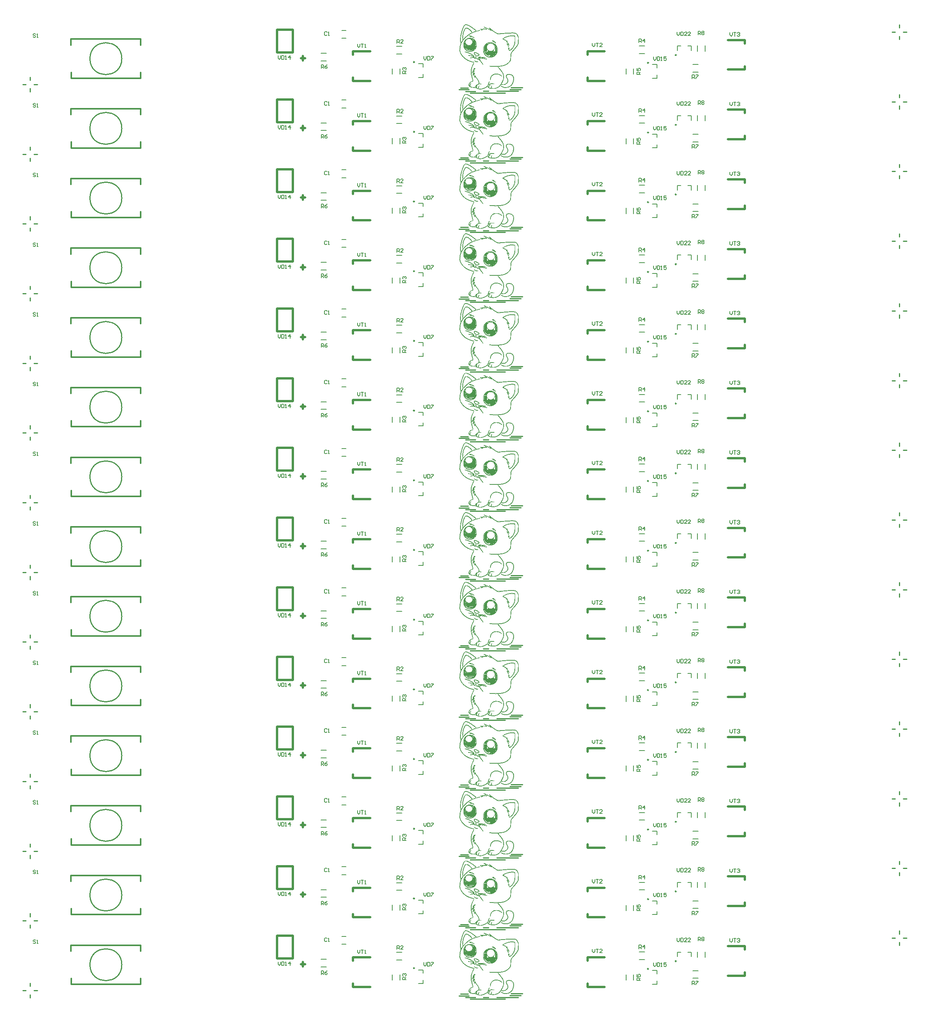
<source format=gto>
G04 Layer_Color=65535*
%FSLAX44Y44*%
%MOMM*%
G71*
G01*
G75*
%ADD27C,0.1000*%
%ADD28C,0.2500*%
%ADD29C,0.2540*%
%ADD30C,0.5000*%
%ADD31C,0.2000*%
%ADD32C,0.3000*%
%ADD33R,0.3512X0.9650*%
%ADD34R,0.0915X0.6424*%
%ADD35R,0.5564X0.4123*%
%ADD36R,0.1936X0.5146*%
%ADD37R,0.4566X0.4277*%
%ADD38R,0.1666X0.2348*%
%ADD39R,0.1388X0.1363*%
%ADD40R,0.1085X0.1161*%
%ADD41R,0.0858X0.2045*%
%ADD42R,0.0555X0.1060*%
%ADD43R,0.3383X0.2297*%
%ADD44R,0.1666X0.2247*%
%ADD45R,0.1489X0.1338*%
%ADD46R,0.2297X0.1540*%
%ADD47R,0.0660X0.0532*%
%ADD48R,0.0680X0.0512*%
%ADD49R,0.1350X0.3163*%
%ADD50R,0.1222X0.0749*%
%ADD51R,1.3941X0.2946*%
%ADD52R,0.4857X0.0512*%
%ADD53R,0.3102X0.2760*%
%ADD54R,0.1646X0.1215*%
%ADD55R,0.1405X0.1848*%
%ADD56R,0.1000X0.0456*%
%ADD57R,0.2621X0.6279*%
%ADD58R,0.0671X0.2849*%
%ADD59R,0.5051X0.2203*%
%ADD60R,0.0519X0.0684*%
%ADD61R,0.0367X0.2215*%
%ADD62R,0.2570X0.1638*%
%ADD63R,0.1836X0.1384*%
%ADD64R,0.1299X0.0678*%
%ADD65R,0.2125X0.1160*%
%ADD66R,0.1356X0.0910*%
%ADD67R,0.0910X0.0969*%
%ADD68R,0.0480X0.0539*%
%ADD69R,0.2927X0.7710*%
%ADD70R,0.2583X0.4668*%
%ADD71R,0.1875X0.4056*%
%ADD72R,0.1416X0.2984*%
%ADD73R,0.1550X0.1856*%
%ADD74R,0.0478X0.0650*%
%ADD75R,0.1282X0.2697*%
%ADD76R,0.3002X0.2671*%
%ADD77R,0.1603X0.1705*%
%ADD78R,0.4081X0.1755*%
%ADD79R,0.2289X0.0674*%
%ADD80R,0.2098X0.0598*%
%ADD81R,0.1996X0.0814*%
%ADD82R,0.1348X0.0598*%
%ADD83R,0.1030X0.0763*%
%ADD84R,0.0928X0.0623*%
%ADD85R,0.1477X0.3179*%
%ADD86R,0.1396X0.2492*%
%ADD87R,0.0477X0.0633*%
%ADD88R,0.1069X0.1729*%
%ADD89R,0.1028X0.0728*%
%ADD90R,0.2005X0.4567*%
%ADD91R,0.1415X0.1887*%
%ADD92R,0.1279X0.1999*%
%ADD93R,0.1688X0.2222*%
%ADD94R,0.1663X0.2210*%
%ADD95R,0.6839X1.0631*%
%ADD96R,0.0756X0.8187*%
%ADD97R,0.5471X0.3984*%
%ADD98R,0.1228X0.2683*%
%ADD99R,0.0358X0.0715*%
%ADD100R,0.5330X0.1683*%
%ADD101R,0.5428X0.1389*%
%ADD102R,0.5218X0.1290*%
%ADD103R,0.6228X0.1080*%
%ADD104R,0.4755X0.1445*%
%ADD105R,0.6228X0.2286*%
%ADD106R,0.2314X0.2202*%
%ADD107R,0.3801X0.1529*%
%ADD108R,0.1683X0.1066*%
%ADD109R,0.3745X0.1515*%
%ADD110R,0.1038X0.0814*%
%ADD111R,0.4334X0.1852*%
%ADD112R,0.0771X0.0982*%
%ADD113R,0.4404X1.3199*%
%ADD114R,0.1038X0.6789*%
%ADD115R,0.0799X0.9510*%
%ADD116R,0.0898X0.7350*%
%ADD117R,0.3871X0.3366*%
%ADD118R,0.1019X0.6187*%
%ADD119R,0.1063X0.4312*%
%ADD120R,0.1270X0.2791*%
%ADD121R,0.1816X0.2112*%
%ADD122R,0.7633X0.1799*%
%ADD123R,0.4241X0.1645*%
%ADD124R,0.3033X0.8944*%
%ADD125R,0.1259X0.5732*%
%ADD126R,0.1234X0.7145*%
%ADD127R,0.1182X0.4498*%
%ADD128R,0.1568X0.2339*%
%ADD129R,0.1953X0.1542*%
%ADD130R,0.5732X0.1465*%
%ADD131R,0.4009X0.1722*%
%ADD132R,0.3238X0.1799*%
%ADD133R,0.1182X0.0694*%
%ADD134R,0.0848X0.0848*%
%ADD135R,0.3341X0.1362*%
%ADD136R,0.6554X0.1414*%
%ADD137R,0.0874X0.0643*%
%ADD138R,0.2159X0.1002*%
%ADD139R,0.4755X0.1105*%
%ADD140R,0.2879X0.0977*%
%ADD141R,0.1542X0.4806*%
%ADD142R,0.0617X0.0874*%
%ADD143R,0.1542X0.3367*%
%ADD144R,0.1953X0.2185*%
%ADD145R,0.2020X0.2000*%
%ADD146R,0.2476X0.2150*%
%ADD147R,0.2069X0.1825*%
%ADD148R,0.1922X0.1434*%
%ADD149R,0.1075X0.1059*%
%ADD150R,0.6581X0.9680*%
%ADD151R,0.6384X0.1307*%
%ADD152R,0.9522X0.8304*%
%ADD153R,0.7162X0.6551*%
%ADD154R,1.1046X0.8614*%
%ADD155R,1.0419X0.6914*%
D27*
X1025876Y151057D02*
G03*
X1024064Y149451I2078J-4169D01*
G01*
Y149451D02*
G03*
X1022195Y146104I21859J-14403D01*
G01*
D02*
G03*
X1020198Y141134I44867J-20906D01*
G01*
X1020198D02*
G03*
X1017964Y134078I165727J-56356D01*
G01*
Y134078D02*
G03*
X1016763Y129537I83726J-24575D01*
G01*
X1016763Y129537D02*
G03*
X1016087Y125825I35729J-8428D01*
G01*
X1016087D02*
G03*
X1015788Y122019I37528J-4862D01*
G01*
X1015788D02*
G03*
X1015773Y117168I97232J-2713D01*
G01*
X1015773D02*
G03*
X1015834Y115040I171386J3768D01*
G01*
X1015834D02*
G03*
X1015911Y113591I38608J1328D01*
G01*
X1015911D02*
G03*
X1016012Y112565I19435J1401D01*
G01*
D02*
G03*
X1016155Y111878I4355J547D01*
G01*
X1016473Y110647D02*
G03*
X1016155Y111878I-19461J-4377D01*
G01*
X1016537Y109895D02*
G03*
X1016473Y110647I-2770J144D01*
G01*
X1016402Y109092D02*
G03*
X1016537Y109895I-3424J988D01*
G01*
X1015930Y107562D02*
G03*
X1016402Y109092I-41958J13772D01*
G01*
X1015930Y107562D02*
G03*
X1015049Y104441I36801J-12078D01*
G01*
D02*
G03*
X1014403Y101168I42205J-10033D01*
G01*
D02*
G03*
X1014033Y98014I39342J-6206D01*
G01*
Y98013D02*
G03*
X1013990Y95260I22542J-1732D01*
G01*
X1013990D02*
G03*
X1014062Y94188I24750J1118D01*
G01*
X1014062D02*
G03*
X1014174Y93353I9405J835D01*
G01*
D02*
G03*
X1014355Y92558I8581J1541D01*
G01*
D02*
G03*
X1014645Y91614I17888J4977D01*
G01*
D02*
G03*
X1016498Y87245I29420J9897D01*
G01*
D02*
G03*
X1019007Y83174I28384J14690D01*
G01*
D02*
G03*
X1022102Y79515I25994J18847D01*
G01*
D02*
G03*
X1025698Y76369I22628J22240D01*
G01*
D02*
G03*
X1029560Y73786I25971J34641D01*
G01*
D02*
G03*
X1033490Y71772I18043J30379D01*
G01*
D02*
G03*
X1038071Y70067I17938J41171D01*
G01*
D02*
G03*
X1043972Y68408I32666J104855D01*
G01*
D02*
G03*
X1045194Y68114I14383J57243D01*
G01*
Y68114D02*
G03*
X1045723Y68050I578J2525D01*
G01*
Y68050D02*
G03*
X1045857Y68160I3J134D01*
G01*
D02*
G03*
X1045801Y68373I-257J46D01*
G01*
Y68373D02*
G03*
X1045501Y68583I-537J-446D01*
G01*
D02*
G03*
X1044500Y68925I-9999J-27710D01*
G01*
D02*
G03*
X1042936Y69399I-15498J-48319D01*
G01*
D02*
G03*
X1040185Y70174I-115949J-406004D01*
G01*
X1036556Y71371D02*
G03*
X1040185Y70174I14495J37851D01*
G01*
X1032937Y72938D02*
G03*
X1036556Y71371I20075J41401D01*
G01*
X1029494Y74795D02*
G03*
X1032937Y72938I23203J38896D01*
G01*
X1026396Y76860D02*
G03*
X1029494Y74795I22154J29880D01*
G01*
X1024764Y78189D02*
G03*
X1026396Y76860I15459J17319D01*
G01*
X1022878Y79957D02*
G03*
X1024764Y78189I36725J37264D01*
G01*
X1021103Y81796D02*
G03*
X1022878Y79957I38113J35033D01*
G01*
X1019824Y83337D02*
G03*
X1021103Y81796I15869J11869D01*
G01*
X1018203Y85683D02*
G03*
X1019824Y83337I31852J20266D01*
G01*
X1016772Y88135D02*
G03*
X1018203Y85683I32736J17466D01*
G01*
X1015683Y90388D02*
G03*
X1016772Y88135I28802J12533D01*
G01*
X1015173Y92053D02*
G03*
X1015683Y90388I7569J1407D01*
G01*
X1015012Y93820D02*
G03*
X1015173Y92053I9590J-14D01*
G01*
X1015062Y97646D02*
G03*
X1015012Y93820I162226J-4068D01*
G01*
X1015205Y101464D02*
G03*
X1015062Y97646I156014J-7735D01*
G01*
X1015456Y103315D02*
G03*
X1015205Y101464I10733J-2396D01*
G01*
X1016059Y105479D02*
G03*
X1015456Y103315I20295J-6829D01*
G01*
X1017000Y108020D02*
G03*
X1016059Y105479I41635J-16866D01*
G01*
X1018130Y110587D02*
G03*
X1017000Y108020I42696J-20321D01*
G01*
X1019316Y112846D02*
G03*
X1018130Y110587I28088J-16192D01*
G01*
X1020945Y115456D02*
G03*
X1019316Y112846I36478J-24578D01*
G01*
X1022707Y117866D02*
G03*
X1020945Y115456I30546J-24177D01*
G01*
X1024760Y120278D02*
G03*
X1022707Y117866I32829J-30021D01*
G01*
X1027275Y122901D02*
G03*
X1024760Y120278I54253J-54536D01*
G01*
X1033222Y128055D02*
G03*
X1027275Y122901I34439J-45750D01*
G01*
X1039493Y132015D02*
G03*
X1033222Y128055I20954J-40127D01*
G01*
X1046671Y135088D02*
G03*
X1039493Y132015I16400J-48225D01*
G01*
X1055373Y137574D02*
G03*
X1046671Y135088I20734J-89045D01*
G01*
X1055373Y137574D02*
G03*
X1056712Y137896I-20969J90050D01*
G01*
D02*
G03*
X1057871Y138198I-12739J51240D01*
G01*
D02*
G03*
X1058855Y138472I-29049J106471D01*
G01*
Y138472D02*
G03*
X1059016Y138568I-98J345D01*
G01*
X1059016Y138568D02*
G03*
X1058955Y138701I-56J54D01*
G01*
D02*
G03*
X1058063Y138612I760J-12214D01*
G01*
D02*
G03*
X1056611Y138376I3830J-28116D01*
G01*
X1056611D02*
G03*
X1054390Y137938I27906J-147305D01*
G01*
X1049620Y138931D02*
G03*
X1043299Y143769I-151915J-191944D01*
G01*
X1043299D02*
G03*
X1038292Y147201I-50190J-67835D01*
G01*
X1038292Y147201D02*
G03*
X1034121Y149580I-27460J-43313D01*
G01*
Y149580D02*
G03*
X1030457Y151080I-10885J-21357D01*
G01*
D02*
G03*
X1029099Y151422I-3557J-11259D01*
G01*
D02*
G03*
X1027914Y151531I-1153J-6085D01*
G01*
D02*
G03*
X1026855Y151408I24J-4849D01*
G01*
D02*
G03*
X1025876Y151057I983J-4289D01*
G01*
X1033721Y148931D02*
G03*
X1030488Y150290I-10707J-20947D01*
G01*
X1037517Y146798D02*
G03*
X1033721Y148931I-28932J-47044D01*
G01*
X1041722Y144006D02*
G03*
X1037518Y146798I-42211J-59008D01*
G01*
X1046218Y140616D02*
G03*
X1041722Y144006I-69776J-87866D01*
G01*
X1047785Y139341D02*
G03*
X1046218Y140616I-53787J-64483D01*
G01*
X1048764Y138455D02*
G03*
X1047785Y139341I-11389J-11594D01*
G01*
X1049359Y137803D02*
G03*
X1048764Y138455I-6252J-5106D01*
G01*
X1049508Y137386D02*
G03*
X1049359Y137803I-659J0D01*
G01*
X1049313Y137011D02*
G03*
X1049508Y137386I-264J375D01*
G01*
X1048621Y136613D02*
G03*
X1049313Y137011I-1828J3976D01*
G01*
X1047338Y136093D02*
G03*
X1048621Y136613I-5005J14198D01*
G01*
X1044780Y135212D02*
G03*
X1047338Y136093I-58615J174427D01*
G01*
X1041086Y135298D02*
G03*
X1039600Y137288I-9990J-5909D01*
G01*
D02*
G03*
X1037174Y139686I-29256J-27175D01*
G01*
D02*
G03*
X1034556Y141865I-26825J-29567D01*
G01*
X1034556D02*
G03*
X1032447Y143135I-6851J-8984D01*
G01*
D02*
G03*
X1031295Y143556I-3101J-6706D01*
G01*
D02*
G03*
X1030015Y143812I-2486J-9094D01*
G01*
D02*
G03*
X1028651Y143897I-1325J-10266D01*
G01*
D02*
G03*
X1027244Y143807I45J-11713D01*
G01*
X1024750Y140539D02*
G03*
X1023666Y138233I117645J-56724D01*
G01*
D02*
G03*
X1022944Y136548I32837J-15051D01*
G01*
X1022944D02*
G03*
X1022393Y135029I24397J-9717D01*
G01*
X1022393D02*
G03*
X1021868Y133303I38697J-12715D01*
G01*
D02*
G03*
X1021312Y130965I29196J-8180D01*
G01*
D02*
G03*
X1020964Y128667I26044J-5115D01*
G01*
D02*
G03*
X1020702Y125460I64944J-6931D01*
G01*
D02*
G03*
X1020378Y119346I726755J-41508D01*
G01*
X1020284Y117685D02*
G03*
X1020378Y119346I-101380J6600D01*
G01*
X1020185Y116676D02*
G03*
X1020284Y117685I-15192J2004D01*
G01*
X1020053Y115973D02*
G03*
X1020185Y116676I-6428J1569D01*
G01*
X1019858Y115400D02*
G03*
X1020053Y115973I-3127J1384D01*
G01*
X1019385Y114483D02*
G03*
X1019858Y115400I-7467J4431D01*
G01*
X1018486Y113015D02*
G03*
X1019385Y114483I-51485J32557D01*
G01*
X1017489Y111453D02*
G03*
X1018486Y113015I-197636J127163D01*
G01*
X1017294Y111345D02*
G03*
X1017489Y111453I-2J234D01*
G01*
X1017081Y111525D02*
G03*
X1017294Y111345I211J34D01*
G01*
X1016771Y113535D02*
G03*
X1017081Y111525I123537J18019D01*
G01*
X1016500Y115742D02*
G03*
X1016771Y113535I48941J4893D01*
G01*
X1016326Y117980D02*
G03*
X1016500Y115742I50965J2840D01*
G01*
X1016479Y122994D02*
G03*
X1016326Y117980I28984J-3390D01*
G01*
X1017483Y129132D02*
G03*
X1016479Y122994I66614J-14048D01*
G01*
X1019201Y135863D02*
G03*
X1017483Y129132I79007J-23755D01*
G01*
X1021543Y142718D02*
G03*
X1019201Y135863I91062J-34939D01*
G01*
X1022919Y146100D02*
G03*
X1021543Y142718I83442J-35925D01*
G01*
X1024058Y148379D02*
G03*
X1022919Y146100I19439J-11139D01*
G01*
X1025087Y149874D02*
G03*
X1024058Y148379I8550J-6983D01*
G01*
X1026093Y150659D02*
G03*
X1025087Y149874I1222J-2605D01*
G01*
X1026897Y150892D02*
G03*
X1026093Y150659I340J-2672D01*
G01*
X1027854Y150913D02*
G03*
X1026897Y150892I-381J-4545D01*
G01*
X1029024Y150718D02*
G03*
X1027854Y150913I-1782J-7107D01*
G01*
X1030488Y150290D02*
G03*
X1029024Y150718I-6252J-18660D01*
G01*
X1032657Y142106D02*
G03*
X1030711Y142981I-5264J-9103D01*
G01*
X1034754Y140712D02*
G03*
X1032657Y142106I-12211J-16098D01*
G01*
X1036926Y138865D02*
G03*
X1034754Y140712I-17701J-18624D01*
G01*
X1039105Y136614D02*
G03*
X1036926Y138865I-27918J-24830D01*
G01*
X1040348Y135203D02*
G03*
X1039105Y136614I-155358J-135662D01*
G01*
X1040862Y134563D02*
G03*
X1040348Y135203I-7993J-5891D01*
G01*
X1041087Y134182D02*
G03*
X1040862Y134563I-2003J-929D01*
G01*
X1041073Y133943D02*
G03*
X1041087Y134182I-215J133D01*
G01*
X1040901Y133768D02*
G03*
X1041073Y133943I-297J465D01*
G01*
X1039970Y133180D02*
G03*
X1040901Y133768I-49689J79691D01*
G01*
X1038629Y132360D02*
G03*
X1039970Y133180I-46132J76959D01*
G01*
X1036465Y131070D02*
G03*
X1038629Y132360I-280272J472449D01*
G01*
X1036465Y131070D02*
G03*
X1033538Y129163I21205J-35745D01*
G01*
D02*
G03*
X1030556Y126880I32195J-45144D01*
G01*
X1030556Y126880D02*
G03*
X1027641Y124322I37385J-45552D01*
G01*
D02*
G03*
X1024913Y121589I39625J-42275D01*
G01*
X1023332Y119911D02*
G03*
X1024913Y121589I-179839J171052D01*
G01*
X1022245Y118801D02*
G03*
X1023332Y119911I-37879J38172D01*
G01*
X1021433Y118009D02*
G03*
X1022245Y118801I-45398J47359D01*
G01*
X1021219Y117923D02*
G03*
X1021433Y118009I0J310D01*
G01*
X1020803Y118367D02*
G03*
X1021219Y117923I415J-28D01*
G01*
X1021200Y123753D02*
G03*
X1020803Y118367I391866J-31571D01*
G01*
X1021725Y128895D02*
G03*
X1021200Y123753I119505J-14813D01*
G01*
X1022385Y132394D02*
G03*
X1021725Y128895I27486J-6988D01*
G01*
X1022867Y134068D02*
G03*
X1022385Y132394I26194J-8457D01*
G01*
X1023498Y135874D02*
G03*
X1022867Y134068I37379J-14077D01*
G01*
X1024260Y137767D02*
G03*
X1023498Y135874I41568J-17834D01*
G01*
X1025137Y139704D02*
G03*
X1024260Y137767I48159J-22975D01*
G01*
X1025870Y141154D02*
G03*
X1025137Y139704I31791J-16967D01*
G01*
X1026485Y142163D02*
G03*
X1025870Y141154I8534J-5892D01*
G01*
X1027030Y142833D02*
G03*
X1026485Y142163I3968J-3786D01*
G01*
X1027535Y143176D02*
G03*
X1027030Y142833I543J-1343D01*
G01*
X1028130Y143315D02*
G03*
X1027535Y143176I144J-1966D01*
G01*
X1028945Y143320D02*
G03*
X1028130Y143315I-372J-6043D01*
G01*
X1029845Y143207D02*
G03*
X1028945Y143320I-1337J-7000D01*
G01*
X1030711Y142981D02*
G03*
X1029845Y143207I-2137J-6427D01*
G01*
X1067288Y146025D02*
G03*
X1067407Y145771I329J0D01*
G01*
D02*
G03*
X1067939Y145376I4272J5196D01*
G01*
D02*
G03*
X1068568Y145007I3382J5055D01*
G01*
Y145007D02*
G03*
X1069154Y144775I1542J3039D01*
G01*
Y144775D02*
G03*
X1069493Y144700I756J2586D01*
G01*
Y144700D02*
G03*
X1069931Y144645I1066J6807D01*
G01*
Y144645D02*
G03*
X1070390Y144618I663J7241D01*
G01*
D02*
G03*
X1070799Y144625I129J4588D01*
G01*
X1069941Y145438D02*
G03*
X1068781Y145896I-10672J-25311D01*
G01*
Y145896D02*
G03*
X1067963Y146136I-2173J-5888D01*
G01*
D02*
G03*
X1067448Y146188I-477J-2156D01*
G01*
D02*
G03*
X1067288Y146025I3J-163D01*
G01*
X1072602Y144095D02*
G03*
X1072897Y143905I2263J3187D01*
G01*
X1072897Y143905D02*
G03*
X1073822Y143369I102101J175290D01*
G01*
Y143369D02*
G03*
X1074928Y142739I79759J138606D01*
G01*
D02*
G03*
X1076158Y142049I118471J209734D01*
G01*
X1077452Y141321D02*
G03*
X1076158Y142049I-100420J-177178D01*
G01*
X1078751Y140579D02*
G03*
X1077452Y141321I-104965J-182165D01*
G01*
X1079887Y139919D02*
G03*
X1078751Y140579I-94727J-161765D01*
G01*
X1080589Y139496D02*
G03*
X1079887Y139919I-16191J-26028D01*
G01*
X1080589Y139496D02*
G03*
X1081093Y139192I10927J17566D01*
G01*
Y139192D02*
G03*
X1081531Y138950I5482J9398D01*
G01*
Y138950D02*
G03*
X1081902Y138760I9081J17359D01*
G01*
D02*
G03*
X1081972Y138772I27J54D01*
G01*
D02*
G03*
X1081965Y138961I-91J91D01*
G01*
X1081965D02*
G03*
X1081256Y139536I-12150J-14251D01*
G01*
X1081256D02*
G03*
X1080339Y140192I-9388J-12164D01*
G01*
D02*
G03*
X1079254Y140870I-14013J-21208D01*
G01*
Y140870D02*
G03*
X1076610Y142362I-39189J-66349D01*
G01*
Y142362D02*
G03*
X1073980Y143707I-32817J-60918D01*
G01*
D02*
G03*
X1072678Y144243I-5015J-10344D01*
G01*
Y144243D02*
G03*
X1072602Y144095I-27J-80D01*
G01*
X1079200Y144094D02*
G03*
X1079287Y143783I596J0D01*
G01*
D02*
G03*
X1079965Y142697I58192J35528D01*
G01*
D02*
G03*
X1080754Y141506I32725J20832D01*
G01*
D02*
G03*
X1081592Y140336I32910J22695D01*
G01*
X1082042Y139718D02*
G03*
X1081592Y140336I-29120J-20717D01*
G01*
X1082456Y139121D02*
G03*
X1082042Y139718I-24326J-16413D01*
G01*
X1082794Y138607D02*
G03*
X1082456Y139121I-23225J-14930D01*
G01*
X1082942Y138335D02*
G03*
X1082794Y138607I-1948J-886D01*
G01*
X1082942Y138335D02*
G03*
X1083139Y138001I1695J770D01*
G01*
D02*
G03*
X1083369Y137792I636J469D01*
G01*
D02*
G03*
X1083581Y137748I169J282D01*
G01*
D02*
G03*
X1083745Y137855I-31J227D01*
G01*
D02*
G03*
X1083753Y138109I-216J134D01*
G01*
D02*
G03*
X1083376Y138753I-8941J-4800D01*
G01*
X1083376Y138753D02*
G03*
X1082825Y139541I-9355J-5947D01*
G01*
X1082825Y139541D02*
G03*
X1082105Y140434I-17762J-13588D01*
G01*
X1081608Y141035D02*
G03*
X1082105Y140434I24762J20016D01*
G01*
X1081400Y141345D02*
G03*
X1081608Y141035I1830J1001D01*
G01*
X1081384Y141497D02*
G03*
X1081400Y141345I189J-58D01*
G01*
X1081484Y141571D02*
G03*
X1081384Y141497I0J-104D01*
G01*
X1081586Y141536D02*
G03*
X1081484Y141571I-103J-134D01*
G01*
X1082237Y141033D02*
G03*
X1081586Y141536I-84406J-108787D01*
G01*
X1082983Y140443D02*
G03*
X1082237Y141033I-30515J-37775D01*
G01*
X1083839Y139742D02*
G03*
X1082983Y140443I-56588J-68294D01*
G01*
X1083839Y139742D02*
G03*
X1086718Y137417I95953J115801D01*
G01*
D02*
G03*
X1088879Y135821I26605J33767D01*
G01*
D02*
G03*
X1091183Y134328I25959J37555D01*
G01*
D02*
G03*
X1094566Y132328I95612J157826D01*
G01*
X1103006Y130883D02*
G03*
X1107304Y131210I-66678J906188D01*
G01*
D02*
G03*
X1111737Y131567I-80416J1026302D01*
G01*
D02*
G03*
X1115710Y131904I-75526J913231D01*
G01*
D02*
G03*
X1118405Y132157I-17672J202923D01*
G01*
X1121265Y132343D02*
G03*
X1118405Y132157I1198J-40567D01*
G01*
X1126056Y132444D02*
G03*
X1121265Y132343I3710J-288033D01*
G01*
X1130830Y132468D02*
G03*
X1126056Y132444I-879J-302384D01*
G01*
X1133429Y132350D02*
G03*
X1130830Y132468I-2688J-30642D01*
G01*
X1135763Y132050D02*
G03*
X1133429Y132350I-4874J-28658D01*
G01*
X1137335Y131592D02*
G03*
X1135763Y132050I-2769J-6581D01*
G01*
X1138509Y130874D02*
G03*
X1137335Y131592I-2951J-3506D01*
G01*
X1139538Y129780D02*
G03*
X1138509Y130874I-5201J-3862D01*
G01*
X1140120Y128901D02*
G03*
X1139538Y129780I-8400J-4926D01*
G01*
X1140828Y127632D02*
G03*
X1140120Y128901I-30180J-16014D01*
G01*
X1141565Y126172D02*
G03*
X1140828Y127632I-36370J-17447D01*
G01*
X1142250Y124669D02*
G03*
X1141565Y126172I-38459J-16617D01*
G01*
X1142828Y113288D02*
G03*
X1142812Y117849I-275215J1298D01*
G01*
X1142696Y110963D02*
G03*
X1142828Y113288I-22271J2431D01*
G01*
X1142358Y109332D02*
G03*
X1142696Y110963I-8344J2579D01*
G01*
X1141704Y107700D02*
G03*
X1142358Y109332I-9679J4826D01*
G01*
X1140472Y105613D02*
G03*
X1141704Y107700I-14058J9711D01*
G01*
X1138475Y102882D02*
G03*
X1140472Y105613I-49581J38361D01*
G01*
X1135709Y99461D02*
G03*
X1138475Y102882I-78889J66596D01*
G01*
X1131984Y95136D02*
G03*
X1135709Y99461I-216455J190197D01*
G01*
X1131984Y95136D02*
G03*
X1128461Y90952I97706J-85853D01*
G01*
X1128461Y90952D02*
G03*
X1127103Y88652I7163J-5779D01*
G01*
X1127103Y88652D02*
G03*
X1126482Y86085I8170J-3335D01*
G01*
D02*
G03*
X1126144Y80831I113492J-9927D01*
G01*
X1126059Y78978D02*
G03*
X1126144Y80831I-180247J9256D01*
G01*
X1125958Y77215D02*
G03*
X1126059Y78978I-147729J9356D01*
G01*
X1125855Y75724D02*
G03*
X1125958Y77215I-140231J10377D01*
G01*
X1125774Y74984D02*
G03*
X1125855Y75724I-10408J1516D01*
G01*
X1125335Y73299D02*
G03*
X1125774Y74984I-7376J2823D01*
G01*
X1124515Y71630D02*
G03*
X1125335Y73299I-8748J5331D01*
G01*
X1123259Y69884D02*
G03*
X1124515Y71630I-10816J9104D01*
G01*
X1121493Y67959D02*
G03*
X1123259Y69884I-21547J21548D01*
G01*
X1117896Y64958D02*
G03*
X1121493Y67959I-14800J21399D01*
G01*
X1113987Y62821D02*
G03*
X1117895Y64958I-8212J19661D01*
G01*
X1109359Y61378D02*
G03*
X1113987Y62821I-5383J25411D01*
G01*
X1103559Y60468D02*
G03*
X1109359Y61378I-5662J55019D01*
G01*
X1100519Y60293D02*
G03*
X1103559Y60468I-419J33782D01*
G01*
X1093106Y60233D02*
G03*
X1100519Y60293I-3204J856422D01*
G01*
X1085743Y60243D02*
G03*
X1093106Y60233I4645J725808D01*
G01*
X1082001Y60387D02*
G03*
X1085743Y60243I4116J58153D01*
G01*
X1082001Y60387D02*
G03*
X1080942Y60452I-4029J-56929D01*
G01*
Y60452D02*
G03*
X1080263Y60465I-532J-10206D01*
G01*
D02*
G03*
X1079815Y60443I92J-6422D01*
G01*
D02*
G03*
X1079734Y60355I7J-88D01*
G01*
D02*
G03*
X1080345Y59695I661J0D01*
G01*
D02*
G03*
X1086684Y59276I25293J334324D01*
G01*
Y59276D02*
G03*
X1093277Y59073I7258J128185D01*
G01*
Y59073D02*
G03*
X1099144Y59256I417J80628D01*
G01*
D02*
G03*
X1105510Y59905I-6356J93832D01*
G01*
D02*
G03*
X1110576Y60930I-5478J40126D01*
G01*
D02*
G03*
X1114809Y62426I-7672J28449D01*
G01*
D02*
G03*
X1118602Y64503I-10265J23240D01*
G01*
D02*
G03*
X1119935Y65519I-7164J10785D01*
G01*
D02*
G03*
X1121639Y67079I-29788J34247D01*
G01*
D02*
G03*
X1123293Y68757I-31772J32978D01*
G01*
D02*
G03*
X1124487Y70174I-12982J12156D01*
G01*
D02*
G03*
X1125185Y71203I-9467J7171D01*
G01*
D02*
G03*
X1125766Y72291I-9849J5952D01*
G01*
D02*
G03*
X1126206Y73392I-9652J4500D01*
G01*
D02*
G03*
X1126484Y74455I-7485J2522D01*
G01*
D02*
G03*
X1126567Y75117I-5442J1022D01*
G01*
X1126567D02*
G03*
X1126655Y76616I-108397J7077D01*
G01*
X1126655D02*
G03*
X1126732Y78402I-107349J5519D01*
G01*
D02*
G03*
X1126785Y80318I-141729J4925D01*
G01*
X1126899Y83855D02*
G03*
X1126785Y80318I160996J-6957D01*
G01*
X1127090Y85924D02*
G03*
X1126899Y83855I21080J-2988D01*
G01*
X1127426Y87427D02*
G03*
X1127090Y85924I9284J-2867D01*
G01*
X1127995Y88853D02*
G03*
X1127426Y87427I8593J-4254D01*
G01*
X1128673Y90031D02*
G03*
X1127995Y88853I9078J-6008D01*
G01*
X1129575Y91273D02*
G03*
X1128673Y90031I13782J-10961D01*
G01*
X1130916Y92864D02*
G03*
X1129575Y91273I27332J-24395D01*
G01*
X1133100Y95272D02*
G03*
X1130916Y92864I149890J-138139D01*
G01*
X1133100Y95272D02*
G03*
X1135682Y98126I-154249J142157D01*
G01*
X1135682Y98126D02*
G03*
X1137529Y100299I-48420J43009D01*
G01*
X1137529D02*
G03*
X1139074Y102307I-37469J30438D01*
G01*
D02*
G03*
X1140668Y104588I-56741J41349D01*
G01*
X1140668Y104588D02*
G03*
X1142285Y107211I-34037J22795D01*
G01*
X1142285Y107211D02*
G03*
X1143101Y109136I-7981J4515D01*
G01*
X1143101Y109136D02*
G03*
X1143501Y111299I-10228J3011D01*
G01*
Y111299D02*
G03*
X1143689Y114848I-66351J5296D01*
G01*
D02*
G03*
X1143652Y119750I-72639J1908D01*
G01*
D02*
G03*
X1143219Y123451I-24740J-1021D01*
G01*
X1143219D02*
G03*
X1142336Y126436I-15982J-3104D01*
G01*
X1142336D02*
G03*
X1140924Y129085I-13081J-5276D01*
G01*
D02*
G03*
X1139737Y130525I-8347J-5668D01*
G01*
Y130525D02*
G03*
X1138327Y131691I-6616J-6568D01*
G01*
Y131691D02*
G03*
X1136707Y132564I-5272J-7832D01*
G01*
D02*
G03*
X1134899Y133140I-4122J-9825D01*
G01*
D02*
G03*
X1133936Y133297I-1854J-8333D01*
G01*
Y133297D02*
G03*
X1132818Y133371I-1539J-14671D01*
G01*
Y133371D02*
G03*
X1131150Y133385I-1172J-41083D01*
G01*
D02*
G03*
X1128017Y133336I5285J-438326D01*
G01*
D02*
G03*
X1124187Y133228I4079J-212359D01*
G01*
Y133228D02*
G03*
X1120804Y133058I4843J-129976D01*
G01*
Y133058D02*
G03*
X1117077Y132780I10517J-165936D01*
G01*
D02*
G03*
X1112087Y132327I45027J-523689D01*
G01*
X1107717Y131954D02*
G03*
X1112087Y132327I-15901J212430D01*
G01*
X1103949Y131733D02*
G03*
X1107717Y131954I-4981J117096D01*
G01*
X1100870Y131659D02*
G03*
X1103949Y131733I-492J84032D01*
G01*
X1098741Y131759D02*
G03*
X1100870Y131659I2012J20042D01*
G01*
X1097564Y131898D02*
G03*
X1098741Y131759I4464J32617D01*
G01*
X1096809Y132050D02*
G03*
X1097564Y131898I1606J6065D01*
G01*
X1096131Y132281D02*
G03*
X1096809Y132050I1983J4699D01*
G01*
X1095252Y132683D02*
G03*
X1096131Y132281I7290J14785D01*
G01*
X1092714Y134119D02*
G03*
X1095252Y132683I13869J21545D01*
G01*
X1089423Y136347D02*
G03*
X1092714Y134119I49820J70053D01*
G01*
X1085882Y138986D02*
G03*
X1089423Y136347I61142J78356D01*
G01*
X1082505Y141749D02*
G03*
X1085882Y138986I61695J71974D01*
G01*
X1082505Y141749D02*
G03*
X1080589Y143377I-197567J-230481D01*
G01*
D02*
G03*
X1079760Y144019I-8129J-9644D01*
G01*
D02*
G03*
X1079358Y144213I-774J-1091D01*
G01*
D02*
G03*
X1079200Y144094I-34J-119D01*
G01*
X1070410Y143899D02*
G03*
X1070434Y143690I144J-89D01*
G01*
Y143690D02*
G03*
X1070965Y143196I7154J7151D01*
G01*
D02*
G03*
X1071535Y142744I5386J6217D01*
G01*
D02*
G03*
X1071866Y142637I331J458D01*
G01*
D02*
G03*
X1071960Y142661I0J200D01*
G01*
D02*
G03*
X1071993Y142721I-30J55D01*
G01*
D02*
G03*
X1071959Y142833I-272J-22D01*
G01*
X1071959D02*
G03*
X1071833Y143039I-3300J-1875D01*
G01*
X1071833D02*
G03*
X1071513Y143405I-1470J-963D01*
G01*
D02*
G03*
X1071049Y143742I-2215J-2559D01*
G01*
Y143742D02*
G03*
X1070603Y143963I-1552J-2569D01*
G01*
Y143963D02*
G03*
X1070410Y143899I-59J-148D01*
G01*
X1072773Y141534D02*
G03*
X1072799Y141814I-1465J280D01*
G01*
X1072679Y141424D02*
G03*
X1072773Y141534I-49J137D01*
G01*
X1072478Y141401D02*
G03*
X1072679Y141424I51J443D01*
G01*
X1071866Y141480D02*
G03*
X1072478Y141401I3185J22358D01*
G01*
X1071866Y141480D02*
G03*
X1070120Y141689I-5593J-39259D01*
G01*
D02*
G03*
X1068580Y141788I-2281J-23404D01*
G01*
D02*
G03*
X1066797Y141798I-1084J-34342D01*
G01*
Y141798D02*
G03*
X1064176Y141722I3121J-153159D01*
G01*
Y141722D02*
G03*
X1060215Y141569I66328J-1768233D01*
G01*
D02*
G03*
X1059546Y141492I177J-4445D01*
G01*
D02*
G03*
X1059526Y141339I16J-80D01*
G01*
Y141339D02*
G03*
X1060353Y140982I4097J8372D01*
G01*
X1060945Y140746D02*
G03*
X1060353Y140982I-6038J-14303D01*
G01*
X1061623Y140450D02*
G03*
X1060945Y140746I-11651J-25695D01*
G01*
X1062281Y140141D02*
G03*
X1061623Y140450I-12031J-24775D01*
G01*
X1062804Y139871D02*
G03*
X1062281Y140141I-5793J-10582D01*
G01*
X1062804Y139871D02*
G03*
X1063367Y139587I4445J8119D01*
G01*
D02*
G03*
X1063847Y139400I1757J3803D01*
G01*
D02*
G03*
X1064285Y139295I945J2953D01*
G01*
D02*
G03*
X1064715Y139259I431J2598D01*
G01*
D02*
G03*
X1065020Y139269I-0J4565D01*
G01*
Y139269D02*
G03*
X1065276Y139300I-158J2369D01*
G01*
D02*
G03*
X1065468Y139345I-332J1871D01*
G01*
Y139345D02*
G03*
X1065509Y139400I-16J55D01*
G01*
D02*
G03*
X1065463Y139474I-82J0D01*
G01*
Y139474D02*
G03*
X1065026Y139680I-10091J-20805D01*
G01*
X1065026Y139680D02*
G03*
X1064495Y139910I-5391J-11734D01*
G01*
X1064495D02*
G03*
X1063865Y140155I-9055J-22290D01*
G01*
X1065079Y141008D02*
G03*
X1063376Y140897I417J-19503D01*
G01*
X1067728Y141031D02*
G03*
X1065079Y141008I-386J-105778D01*
G01*
X1070348Y140993D02*
G03*
X1067728Y141031I-3062J-121091D01*
G01*
X1071644Y140867D02*
G03*
X1070348Y140993I-1524J-8881D01*
G01*
X1071644Y140867D02*
G03*
X1072594Y140732I2776J16178D01*
G01*
Y140732D02*
G03*
X1073355Y140691I741J6615D01*
G01*
Y140691D02*
G03*
X1073917Y140729I-14J4363D01*
G01*
D02*
G03*
X1074142Y140875I-41J310D01*
G01*
D02*
G03*
X1074133Y141093I-166J102D01*
G01*
D02*
G03*
X1073691Y141649I-8230J-6086D01*
G01*
Y141649D02*
G03*
X1073210Y142171I-6862J-5852D01*
G01*
Y142171D02*
G03*
X1072942Y142282I-267J-267D01*
G01*
D02*
G03*
X1072887Y142250I0J-64D01*
G01*
D02*
G03*
X1072841Y142144I440J-254D01*
G01*
X1072841D02*
G03*
X1072810Y141993I816J-250D01*
G01*
X1072810D02*
G03*
X1072799Y141814I1540J-179D01*
G01*
X1060798Y138904D02*
G03*
X1060886Y138834I138J85D01*
G01*
D02*
G03*
X1061104Y138778I613J1917D01*
G01*
D02*
G03*
X1061380Y138739I486J2431D01*
G01*
D02*
G03*
X1061687Y138726I306J3604D01*
G01*
D02*
G03*
X1061993Y138739I-0J3616D01*
G01*
D02*
G03*
X1062269Y138778I-210J2470D01*
G01*
D02*
G03*
X1062487Y138834I-395J1974D01*
G01*
D02*
G03*
X1062576Y138904I-49J154D01*
G01*
D02*
G03*
X1062555Y138977I-44J27D01*
G01*
Y138977D02*
G03*
X1062390Y139034I-295J-595D01*
G01*
D02*
G03*
X1062100Y139070I-397J-1988D01*
G01*
D02*
G03*
X1061687Y139081I-413J-7770D01*
G01*
D02*
G03*
X1061274Y139070I0J-7781D01*
G01*
D02*
G03*
X1060984Y139034I108J-2024D01*
G01*
D02*
G03*
X1060819Y138977I130J-651D01*
G01*
Y138977D02*
G03*
X1060798Y138904I23J-47D01*
G01*
X1127206Y127055D02*
G03*
X1124591Y126645I5385J-42890D01*
G01*
X1124591D02*
G03*
X1121792Y126047I10924J-58004D01*
G01*
X1121792Y126047D02*
G03*
X1119115Y125337I13035J-54530D01*
G01*
Y125337D02*
G03*
X1116879Y124587I8298J-28424D01*
G01*
Y124587D02*
G03*
X1115029Y123823I12880J-33836D01*
G01*
D02*
G03*
X1113007Y122874I22845J-51295D01*
G01*
X1113007Y122874D02*
G03*
X1111169Y121936I34863J-70581D01*
G01*
X1111169D02*
G03*
X1110582Y121476I974J-1848D01*
G01*
X1110671Y121211D02*
G03*
X1110958Y121316I-779J2567D01*
G01*
D02*
G03*
X1111742Y121660I-42278J97586D01*
G01*
X1111742D02*
G03*
X1112673Y122079I-36417J82235D01*
G01*
X1112673D02*
G03*
X1113693Y122550I-54594J119601D01*
G01*
X1115747Y123476D02*
G03*
X1113693Y122550I34259J-78708D01*
G01*
X1117372Y124130D02*
G03*
X1115747Y123476I11093J-29873D01*
G01*
X1118890Y124641D02*
G03*
X1117372Y124130I7402J-24534D01*
G01*
X1120590Y125111D02*
G03*
X1118890Y124641I9160J-36464D01*
G01*
X1123346Y125709D02*
G03*
X1120590Y125111I7827J-42725D01*
G01*
X1125911Y126068D02*
G03*
X1123346Y125709I3006J-30770D01*
G01*
X1128568Y126220D02*
G03*
X1125911Y126068I541J-32886D01*
G01*
X1131607Y126187D02*
G03*
X1128568Y126220I-2121J-55765D01*
G01*
X1135325Y124337D02*
G03*
X1135163Y125060I-4602J-651D01*
G01*
X1135415Y123423D02*
G03*
X1135325Y124337I-10773J-598D01*
G01*
X1135459Y122053D02*
G03*
X1135415Y123423I-28746J-223D01*
G01*
X1135466Y119612D02*
G03*
X1135458Y122053I-254819J462D01*
G01*
X1135367Y115201D02*
G03*
X1135466Y119612I-107164J4606D01*
G01*
X1135072Y111779D02*
G03*
X1135367Y115201I-39606J5137D01*
G01*
X1134553Y108970D02*
G03*
X1135072Y111779I-25759J6217D01*
G01*
X1133763Y106479D02*
G03*
X1134553Y108970I-17301J6858D01*
G01*
X1131863Y102472D02*
G03*
X1133763Y106479I-29698J16531D01*
G01*
X1129608Y99142D02*
G03*
X1131863Y102472I-17891J14544D01*
G01*
X1127130Y96648D02*
G03*
X1129608Y99142I-11217J13627D01*
G01*
X1124557Y95155D02*
G03*
X1127130Y96648I-3259J8578D01*
G01*
X1123093Y95339D02*
G03*
X1122881Y95545I-7968J-7968D01*
G01*
D02*
G03*
X1122691Y95718I-4512J-4754D01*
G01*
D02*
G03*
X1122528Y95859I-6840J-7798D01*
G01*
X1122528D02*
G03*
X1122481Y95876I-47J-56D01*
G01*
D02*
G03*
X1122389Y95781I0J-92D01*
G01*
X1122388D02*
G03*
X1122429Y95466I1511J36D01*
G01*
X1122429D02*
G03*
X1122564Y95058I2464J588D01*
G01*
D02*
G03*
X1122772Y94654I2915J1246D01*
G01*
X1122772D02*
G03*
X1122998Y94321I3522J2147D01*
G01*
X1122998D02*
G03*
X1123176Y94171I424J319D01*
G01*
D02*
G03*
X1123388Y94120I204J389D01*
G01*
Y94120D02*
G03*
X1123730Y94151I-45J2414D01*
G01*
Y94151D02*
G03*
X1124046Y94228I-331J2043D01*
G01*
Y94228D02*
G03*
X1124553Y94406I-4424J13439D01*
G01*
D02*
G03*
X1125130Y94633I-5567J14970D01*
G01*
Y94633D02*
G03*
X1125701Y94884I-6316J15157D01*
G01*
Y94884D02*
G03*
X1128614Y96981I-3961J8573D01*
G01*
X1128614D02*
G03*
X1131571Y100710I-20418J19232D01*
G01*
X1131571D02*
G03*
X1134029Y105175I-25820J17125D01*
G01*
Y105175D02*
G03*
X1135454Y109589I-19487J8725D01*
G01*
X1135454Y109589D02*
G03*
X1135715Y111295I-16489J3399D01*
G01*
X1135715Y111295D02*
G03*
X1135917Y113740I-65923J6663D01*
G01*
D02*
G03*
X1136049Y116587I-82298J5251D01*
G01*
X1136049D02*
G03*
X1136093Y119612I-104511J3046D01*
G01*
D02*
G03*
X1136024Y123053I-84703J18D01*
G01*
D02*
G03*
X1135756Y125003I-10243J-414D01*
G01*
X1135756D02*
G03*
X1135238Y126151I-3225J-765D01*
G01*
D02*
G03*
X1134391Y126791I-1427J-1008D01*
G01*
D02*
G03*
X1133535Y126962I-1030J-2924D01*
G01*
Y126962D02*
G03*
X1131043Y127078I-7264J-129790D01*
G01*
Y127078D02*
G03*
X1128586Y127135I-3326J-90567D01*
G01*
D02*
G03*
X1127206Y127055I-99J-10282D01*
G01*
X1035239Y126443D02*
G03*
X1035120Y126363I571J-980D01*
G01*
D02*
G03*
X1035019Y126273I543J-709D01*
G01*
D02*
G03*
X1034949Y126187I489J-470D01*
G01*
D02*
G03*
X1034928Y126119I98J-67D01*
G01*
D02*
G03*
X1034980Y126057I63J0D01*
G01*
D02*
G03*
X1035516Y125964I5237J28485D01*
G01*
D02*
G03*
X1036161Y125872I2431J14773D01*
G01*
Y125872D02*
G03*
X1036928Y125791I3471J28924D01*
G01*
X1037733Y125703D02*
G03*
X1036928Y125791I-3204J-25635D01*
G01*
X1038497Y125593D02*
G03*
X1037733Y125703I-3416J-21107D01*
G01*
X1039141Y125478D02*
G03*
X1038497Y125593I-3805J-19421D01*
G01*
X1039462Y125380D02*
G03*
X1039141Y125478I-639J-1525D01*
G01*
X1039747Y125225D02*
G03*
X1039462Y125380I-907J-1327D01*
G01*
X1039735Y125129D02*
G03*
X1039747Y125225I-19J51D01*
G01*
X1039428Y125059D02*
G03*
X1039735Y125129I-134J1291D01*
G01*
X1038248Y124941D02*
G03*
X1039428Y125059I-12313J129731D01*
G01*
X1038248Y124941D02*
G03*
X1037786Y124893I2224J-23438D01*
G01*
Y124893D02*
G03*
X1037407Y124843I1242J-10812D01*
G01*
Y124843D02*
G03*
X1037101Y124794I2889J-19193D01*
G01*
Y124794D02*
G03*
X1037092Y124767I3J-16D01*
G01*
D02*
G03*
X1037146Y124740I70J70D01*
G01*
Y124740D02*
G03*
X1037578Y124667I12098J70565D01*
G01*
X1037578Y124667D02*
G03*
X1038079Y124589I4267J25843D01*
G01*
X1038079Y124589D02*
G03*
X1038662Y124508I6841J47069D01*
G01*
X1040185Y124254D02*
G03*
X1038662Y124508I-4565J-22676D01*
G01*
X1041596Y123911D02*
G03*
X1040185Y124254I-4992J-17443D01*
G01*
X1042950Y123462D02*
G03*
X1041596Y123911I-6149J-16308D01*
G01*
X1044298Y122895D02*
G03*
X1042950Y123462I-8159J-17497D01*
G01*
X1044298Y122895D02*
G03*
X1044896Y122625I11815J25334D01*
G01*
Y122625D02*
G03*
X1045424Y122404I6462J14752D01*
G01*
Y122404D02*
G03*
X1045872Y122231I10138J25577D01*
G01*
D02*
G03*
X1045977Y122229I54J145D01*
G01*
D02*
G03*
X1046002Y122358I-24J71D01*
G01*
D02*
G03*
X1045033Y123177I-44021J-51106D01*
G01*
D02*
G03*
X1043975Y124013I-18457J-22262D01*
G01*
D02*
G03*
X1042971Y124722I-12003J-15935D01*
G01*
X1042971D02*
G03*
X1041149Y125639I-4793J-7253D01*
G01*
X1041149D02*
G03*
X1038753Y126338I-6580J-18089D01*
G01*
D02*
G03*
X1036461Y126708I-4264J-19152D01*
G01*
D02*
G03*
X1035239Y126443I-203J-2013D01*
G01*
X1033772Y121475D02*
G03*
X1032263Y121028I1726J-8601D01*
G01*
D02*
G03*
X1030497Y120226I7365J-18559D01*
G01*
D02*
G03*
X1028761Y119226I9560J-18593D01*
G01*
D02*
G03*
X1027331Y118163I7072J-11013D01*
G01*
D02*
G03*
X1025226Y115865I8317J-9735D01*
G01*
Y115865D02*
G03*
X1023703Y113096I11014J-7859D01*
G01*
D02*
G03*
X1022788Y109869I14259J-5788D01*
G01*
X1022787D02*
G03*
X1022483Y106220I21504J-3631D01*
G01*
D02*
G03*
X1022715Y103492I16360J14D01*
G01*
X1022715D02*
G03*
X1023400Y101073I11518J1958D01*
G01*
D02*
G03*
X1024606Y98807I11350J4587D01*
G01*
D02*
G03*
X1026395Y96539I16223J10957D01*
G01*
D02*
G03*
X1030127Y93543I11603J10632D01*
G01*
D02*
G03*
X1034400Y92003I6423J11121D01*
G01*
D02*
G03*
X1039029Y92027I2247J13229D01*
G01*
D02*
G03*
X1043796Y93584I-3255J18039D01*
G01*
X1043796D02*
G03*
X1044801Y94103I-10297J21156D01*
G01*
D02*
G03*
X1045530Y94555I-3822J6980D01*
G01*
D02*
G03*
X1046177Y95064I-4088J5863D01*
G01*
Y95064D02*
G03*
X1046913Y95757I-10654J12047D01*
G01*
Y95757D02*
G03*
X1048068Y97036I-12456J12417D01*
G01*
Y97036D02*
G03*
X1049091Y98420I-13534J11075D01*
G01*
Y98420D02*
G03*
X1049900Y99783I-12642J8417D01*
G01*
D02*
G03*
X1050399Y100994I-6335J3322D01*
G01*
Y100994D02*
G03*
X1050849Y103269I-10626J3282D01*
G01*
D02*
G03*
X1051005Y106453I-38229J3476D01*
G01*
D02*
G03*
X1050895Y109680I-38614J294D01*
G01*
X1050895D02*
G03*
X1050484Y112128I-13729J-1046D01*
G01*
X1050484D02*
G03*
X1050037Y113426I-8809J-2311D01*
G01*
D02*
G03*
X1049383Y114699I-9844J-4249D01*
G01*
D02*
G03*
X1048515Y115960I-10594J-6365D01*
G01*
X1048515D02*
G03*
X1047423Y117223I-13736J-10770D01*
G01*
X1047423Y117223D02*
G03*
X1045675Y118850I-14281J-13590D01*
G01*
X1045675Y118850D02*
G03*
X1043944Y120033I-7467J-9067D01*
G01*
Y120033D02*
G03*
X1042093Y120853I-5300J-9471D01*
G01*
Y120853D02*
G03*
X1039982Y121388I-4595J-13709D01*
G01*
Y121388D02*
G03*
X1038568Y121556I-2262J-12971D01*
G01*
Y121556D02*
G03*
X1036723Y121628I-2363J-36607D01*
G01*
Y121628D02*
G03*
X1034932Y121610I-523J-37054D01*
G01*
D02*
G03*
X1033772Y121475I244J-7128D01*
G01*
X1039026Y118840D02*
G03*
X1037118Y119698I-4422J-7283D01*
G01*
X1040600Y117565D02*
G03*
X1039026Y118840I-5474J-5148D01*
G01*
X1041750Y115942D02*
G03*
X1040600Y117565I-6407J-3322D01*
G01*
X1042414Y114067D02*
G03*
X1041750Y115942I-7091J-1456D01*
G01*
X1042323Y111308D02*
G03*
X1042414Y114066I-5705J1569D01*
G01*
X1041002Y108729D02*
G03*
X1042323Y111308I-5545J4467D01*
G01*
X1038675Y106769D02*
G03*
X1041002Y108729I-3862J6946D01*
G01*
X1035736Y105777D02*
G03*
X1038675Y106768I-1221J8474D01*
G01*
X1033364Y105783D02*
G03*
X1035736Y105777I1205J8094D01*
G01*
X1031068Y106465D02*
G03*
X1033364Y105783I3551J7744D01*
G01*
X1029048Y107762D02*
G03*
X1031068Y106465I5585J6477D01*
G01*
X1027485Y109561D02*
G03*
X1029048Y107762I6993J4499D01*
G01*
X1027119Y110185D02*
G03*
X1027485Y109561I7764J4136D01*
G01*
X1026936Y110653D02*
G03*
X1027119Y110185I2085J545D01*
G01*
X1026842Y111215D02*
G03*
X1026936Y110653I3162J240D01*
G01*
X1026781Y112254D02*
G03*
X1026842Y111215I30505J1270D01*
G01*
X1026835Y114060D02*
G03*
X1026781Y112254I12611J-1279D01*
G01*
X1027167Y115540D02*
G03*
X1026835Y114060I5991J-2121D01*
G01*
X1027811Y116805D02*
G03*
X1027167Y115540I4486J-3082D01*
G01*
X1028802Y117962D02*
G03*
X1027811Y116805I4927J-5223D01*
G01*
X1029476Y118498D02*
G03*
X1028802Y117962I2806J-4225D01*
G01*
X1030378Y119037D02*
G03*
X1029476Y118498I5260J-9816D01*
G01*
X1031354Y119503D02*
G03*
X1030378Y119037I4501J-10689D01*
G01*
X1032261Y119816D02*
G03*
X1031354Y119503I1882J-6935D01*
G01*
X1033341Y120004D02*
G03*
X1032261Y119816I476J-5923D01*
G01*
X1034671Y120041D02*
G03*
X1033341Y120004I-308J-12743D01*
G01*
X1036010Y119939D02*
G03*
X1034671Y120041I-1650J-12789D01*
G01*
X1037118Y119698D02*
G03*
X1036010Y119939I-1957J-6338D01*
G01*
X1046473Y106199D02*
G03*
X1046129Y106391I-2971J-4902D01*
G01*
X1046845Y105961D02*
G03*
X1046473Y106199I-5036J-7458D01*
G01*
X1047188Y105716D02*
G03*
X1046845Y105961I-5103J-6803D01*
G01*
X1047441Y105506D02*
G03*
X1047188Y105716I-2173J-2350D01*
G01*
X1047920Y104937D02*
G03*
X1047441Y105506I-2515J-1631D01*
G01*
X1048365Y104137D02*
G03*
X1047920Y104937I-6101J-2871D01*
G01*
X1048690Y103303D02*
G03*
X1048365Y104137I-6292J-1973D01*
G01*
X1048793Y102632D02*
G03*
X1048690Y103303I-2241J0D01*
G01*
X1048571Y101531D02*
G03*
X1048793Y102632I-2620J1101D01*
G01*
X1047910Y100372D02*
G03*
X1048571Y101531I-4463J3313D01*
G01*
X1046926Y99318D02*
G03*
X1047910Y100372I-4175J4884D01*
G01*
X1045747Y98529D02*
G03*
X1046926Y99318I-2742J5375D01*
G01*
X1045307Y98337D02*
G03*
X1045747Y98529I-1384J3768D01*
G01*
X1044913Y98235D02*
G03*
X1045307Y98337I-321J2046D01*
G01*
X1044463Y98202D02*
G03*
X1044913Y98235I28J2726D01*
G01*
X1043828Y98228D02*
G03*
X1044463Y98202I742J10329D01*
G01*
X1041523Y98902D02*
G03*
X1043828Y98228I2711J4995D01*
G01*
X1039819Y100449D02*
G03*
X1041523Y98902I4015J2710D01*
G01*
X1039134Y102470D02*
G03*
X1039819Y100449I4036J241D01*
G01*
X1039614Y104471D02*
G03*
X1039134Y102470I3055J-1790D01*
G01*
X1040822Y105817D02*
G03*
X1039614Y104471I2686J-3628D01*
G01*
X1042521Y106663D02*
G03*
X1040822Y105817I1537J-5215D01*
G01*
X1044401Y106871D02*
G03*
X1042521Y106663I-354J-5388D01*
G01*
X1046129Y106391D02*
G03*
X1044401Y106871I-2017J-3910D01*
G01*
X1036584Y102971D02*
G03*
X1036172Y103372I-1672J-1307D01*
G01*
X1036997Y102364D02*
G03*
X1036584Y102971I-4798J-2819D01*
G01*
X1037317Y101729D02*
G03*
X1036997Y102364I-5040J-2139D01*
G01*
X1037414Y101258D02*
G03*
X1037317Y101729I-1229J-9D01*
G01*
X1037320Y100627D02*
G03*
X1037414Y101258I-1954J615D01*
G01*
X1037028Y99955D02*
G03*
X1037320Y100627I-3088J1737D01*
G01*
X1036583Y99318D02*
G03*
X1037028Y99955I-2995J2572D01*
G01*
X1036029Y98795D02*
G03*
X1036583Y99318I-2213J2898D01*
G01*
X1035080Y98198D02*
G03*
X1036029Y98795I-2846J5568D01*
G01*
X1034321Y98028D02*
G03*
X1035080Y98198I50J1558D01*
G01*
X1033588Y98247D02*
G03*
X1034321Y98028I781J1274D01*
G01*
X1032724Y98901D02*
G03*
X1033588Y98247I3778J4098D01*
G01*
X1032126Y99550D02*
G03*
X1032724Y98901I4245J3308D01*
G01*
X1031684Y100251D02*
G03*
X1032126Y99550I3753J1878D01*
G01*
X1031439Y100918D02*
G03*
X1031684Y100251I3062J743D01*
G01*
X1031441Y101462D02*
G03*
X1031439Y100918I1101J-276D01*
G01*
X1031781Y102169D02*
G03*
X1031441Y101462I1559J-1183D01*
G01*
X1032457Y102892D02*
G03*
X1031781Y102169I3167J-3641D01*
G01*
X1033317Y103503D02*
G03*
X1032457Y102892I2654J-4650D01*
G01*
X1034216Y103875D02*
G03*
X1033317Y103503I1031J-3754D01*
G01*
X1034658Y103924D02*
G03*
X1034216Y103875I-71J-1400D01*
G01*
X1035173Y103845D02*
G03*
X1034658Y103924I-645J-2508D01*
G01*
X1035698Y103656D02*
G03*
X1035173Y103845I-1261J-2668D01*
G01*
X1036172Y103372D02*
G03*
X1035698Y103656I-1691J-2289D01*
G01*
X1025691Y100276D02*
G03*
X1028179Y98217I70042J82078D01*
G01*
D02*
G03*
X1029844Y97023I11774J14664D01*
G01*
X1029844D02*
G03*
X1031337Y96222I6078J9535D01*
G01*
D02*
G03*
X1033126Y95538I7466J16830D01*
G01*
D02*
G03*
X1035509Y94945I5410J16689D01*
G01*
D02*
G03*
X1038094Y94649I3807J21739D01*
G01*
Y94649D02*
G03*
X1040586Y94662I1136J20492D01*
G01*
D02*
G03*
X1042678Y95008I-717J10837D01*
G01*
X1044813Y95561D02*
G03*
X1042678Y95008I32875J-131277D01*
G01*
X1045092Y95429D02*
G03*
X1044813Y95561I-220J-104D01*
G01*
X1044999Y95160D02*
G03*
X1045092Y95429I-93J182D01*
G01*
X1043062Y94197D02*
G03*
X1044999Y95160I-55052J113237D01*
G01*
X1041256Y93418D02*
G03*
X1043062Y94197I-7685J20300D01*
G01*
X1039660Y92946D02*
G03*
X1041256Y93418I-2375J10963D01*
G01*
X1038065Y92729D02*
G03*
X1039660Y92946I-597J10339D01*
G01*
X1036269Y92726D02*
G03*
X1038065Y92729I873J15975D01*
G01*
X1033444Y93180D02*
G03*
X1036269Y92726I3571J13200D01*
G01*
X1030790Y94211D02*
G03*
X1033444Y93180I6157J11918D01*
G01*
X1028410Y95780D02*
G03*
X1030790Y94211I8556J10386D01*
G01*
X1026394Y97827D02*
G03*
X1028410Y95780I10832J8653D01*
G01*
X1025618Y98878D02*
G03*
X1026394Y97827I14143J9629D01*
G01*
X1024896Y100021D02*
G03*
X1025618Y98878I16965J9916D01*
G01*
X1024322Y101052D02*
G03*
X1024896Y100021I25026J13260D01*
G01*
X1024416Y101210D02*
G03*
X1024322Y101052I0J-107D01*
G01*
X1024529Y101175D02*
G03*
X1024416Y101210I-113J-164D01*
G01*
X1024865Y100936D02*
G03*
X1024529Y101175I-8864J-12102D01*
G01*
X1025259Y100634D02*
G03*
X1024865Y100936I-7063J-8804D01*
G01*
X1025691Y100276D02*
G03*
X1025259Y100634I-11995J-14057D01*
G01*
X1108973Y120339D02*
G03*
X1108766Y120173I1685J-2304D01*
G01*
D02*
G03*
X1108721Y120070I88J-100D01*
G01*
D02*
G03*
X1108764Y119955I188J3D01*
G01*
X1108764D02*
G03*
X1108984Y119698I5112J4166D01*
G01*
X1108984D02*
G03*
X1109247Y119484I823J744D01*
G01*
D02*
G03*
X1110043Y119032I19592J33535D01*
G01*
D02*
G03*
X1111012Y118516I16645J30099D01*
G01*
X1111012Y118516D02*
G03*
X1112093Y117979I22946J44814D01*
G01*
X1114041Y117011D02*
G03*
X1112093Y117979I-41564J-81201D01*
G01*
X1115173Y116358D02*
G03*
X1114041Y117011I-7085J-10976D01*
G01*
X1115825Y115858D02*
G03*
X1115173Y116358I-3412J-3775D01*
G01*
X1116005Y115454D02*
G03*
X1115825Y115858I-544J0D01*
G01*
X1116005Y115454D02*
G03*
X1116065Y115259I343J0D01*
G01*
Y115259D02*
G03*
X1116443Y114730I16155J11142D01*
G01*
D02*
G03*
X1116926Y114111I12871J9520D01*
G01*
D02*
G03*
X1117497Y113436I19890J16280D01*
G01*
X1119109Y111483D02*
G03*
X1117497Y113436I-32706J-25338D01*
G01*
X1120326Y109734D02*
G03*
X1119109Y111483I-17716J-11033D01*
G01*
X1121120Y108289D02*
G03*
X1120326Y109734I-13690J-6586D01*
G01*
X1121226Y107449D02*
G03*
X1121120Y108289I-1309J262D01*
G01*
X1121226Y107449D02*
G03*
X1121270Y106986I791J-158D01*
G01*
Y106986D02*
G03*
X1121568Y106504I1586J645D01*
G01*
Y106504D02*
G03*
X1122014Y106137I1334J1168D01*
G01*
D02*
G03*
X1122486Y106011I472J816D01*
G01*
D02*
G03*
X1122659Y106024I0J1132D01*
G01*
D02*
G03*
X1122806Y106064I-102J655D01*
G01*
X1122806D02*
G03*
X1122906Y106123I-144J358D01*
G01*
D02*
G03*
X1122939Y106193I-57J70D01*
G01*
D02*
G03*
X1122698Y107057I-1668J-0D01*
G01*
D02*
G03*
X1121129Y109572I-92692J-56082D01*
G01*
D02*
G03*
X1119450Y112050I-52702J-33891D01*
G01*
X1119450D02*
G03*
X1118069Y113766I-15366J-10953D01*
G01*
X1117895Y114682D02*
G03*
X1118263Y114616I1143J5361D01*
G01*
D02*
G03*
X1118549Y114597I272J1903D01*
G01*
D02*
G03*
X1118759Y114620I-8J1057D01*
G01*
D02*
G03*
X1118887Y114689I-53J249D01*
G01*
D02*
G03*
X1118869Y114993I-144J144D01*
G01*
X1118869D02*
G03*
X1118003Y115603I-6419J-8187D01*
G01*
D02*
G03*
X1116523Y116461I-12150J-19248D01*
G01*
D02*
G03*
X1114030Y117755I-70965J-133720D01*
G01*
X1112643Y118476D02*
G03*
X1114030Y117755I36627J68765D01*
G01*
X1111382Y119168D02*
G03*
X1112643Y118476I27513J48597D01*
G01*
X1110342Y119771D02*
G03*
X1111382Y119168I30382J51222D01*
G01*
X1109952Y120064D02*
G03*
X1110342Y119771I1543J1652D01*
G01*
X1109952Y120064D02*
G03*
X1109500Y120480I-31173J-33372D01*
G01*
D02*
G03*
X1109374Y120550I-211J-232D01*
G01*
D02*
G03*
X1109255Y120532I-40J-142D01*
G01*
D02*
G03*
X1108973Y120339I2944J-4604D01*
G01*
X1087735Y115995D02*
G03*
X1087766Y115905I147J-0D01*
G01*
Y115905D02*
G03*
X1087956Y115669I6520J5087D01*
G01*
Y115669D02*
G03*
X1088201Y115394I5250J4415D01*
G01*
X1088201D02*
G03*
X1088490Y115096I8117J7606D01*
G01*
X1087536Y115158D02*
G03*
X1086395Y115686I-29676J-62663D01*
G01*
D02*
G03*
X1085825Y115900I-1936J-4288D01*
G01*
D02*
G03*
X1085535Y115925I-206J-680D01*
G01*
D02*
G03*
X1085423Y115799I15J-126D01*
G01*
D02*
G03*
X1085672Y115355I520J0D01*
G01*
Y115355D02*
G03*
X1089295Y113167I268189J439799D01*
G01*
D02*
G03*
X1092954Y110994I298786J499152D01*
G01*
D02*
G03*
X1093363Y111046I171J290D01*
G01*
D02*
G03*
X1093368Y111384I-171J171D01*
G01*
X1093368D02*
G03*
X1091899Y112904I-60657J-57134D01*
G01*
X1091899D02*
G03*
X1090294Y114430I-26302J-26065D01*
G01*
X1090294D02*
G03*
X1088784Y115667I-14890J-16636D01*
G01*
X1088784D02*
G03*
X1088348Y115965I-3683J-4918D01*
G01*
D02*
G03*
X1088019Y116116I-757J-1217D01*
G01*
D02*
G03*
X1087821Y116114I-97J-309D01*
G01*
Y116114D02*
G03*
X1087735Y115995I39J-119D01*
G01*
X1079342Y112041D02*
G03*
X1076358Y111291I2219J-15134D01*
G01*
D02*
G03*
X1073618Y109964I4987J-13785D01*
G01*
D02*
G03*
X1071115Y108042I8353J-13467D01*
G01*
D02*
G03*
X1068836Y105525I14525J-15448D01*
G01*
D02*
G03*
X1067538Y103492I10936J-8415D01*
G01*
D02*
G03*
X1066741Y101427I8712J-4545D01*
G01*
D02*
G03*
X1066327Y98916I13477J-3516D01*
G01*
X1066327D02*
G03*
X1066203Y95431I47466J-3433D01*
G01*
X1066203D02*
G03*
X1066252Y92739I77608J86D01*
G01*
X1066252D02*
G03*
X1066429Y91151I10639J381D01*
G01*
X1066429D02*
G03*
X1066820Y89806I7137J1343D01*
G01*
D02*
G03*
X1067581Y88108I20504J8170D01*
G01*
D02*
G03*
X1069480Y85106I15805J7901D01*
G01*
D02*
G03*
X1071888Y82651I12245J9599D01*
G01*
D02*
G03*
X1074732Y80822I9485J11623D01*
G01*
D02*
G03*
X1077918Y79672I6694J13559D01*
G01*
Y79672D02*
G03*
X1078856Y79481I3354J14067D01*
G01*
Y79481D02*
G03*
X1079684Y79383I1391J8207D01*
G01*
D02*
G03*
X1080675Y79353I898J13237D01*
G01*
D02*
G03*
X1082223Y79380I-515J73708D01*
G01*
D02*
G03*
X1083869Y79443I-2242J80039D01*
G01*
D02*
G03*
X1084812Y79535I-476J9791D01*
G01*
D02*
G03*
X1085617Y79706I-936J6403D01*
G01*
D02*
G03*
X1086668Y80030I-5430J19433D01*
G01*
D02*
G03*
X1089478Y81301I-5085J14994D01*
G01*
D02*
G03*
X1091951Y83078I-7517J13065D01*
G01*
D02*
G03*
X1094019Y85320I-10020J11321D01*
G01*
X1094019D02*
G03*
X1095631Y87964I-12829J9636D01*
G01*
X1095631D02*
G03*
X1096248Y89316I-29448J14258D01*
G01*
Y89315D02*
G03*
X1096661Y90413I-11799J5065D01*
G01*
X1096661Y90413D02*
G03*
X1096966Y91525I-11725J3810D01*
G01*
X1096966D02*
G03*
X1097242Y92921I-27583J6185D01*
G01*
D02*
G03*
X1097485Y95873I-16597J2853D01*
G01*
D02*
G03*
X1097214Y98863I-17778J-104D01*
G01*
D02*
G03*
X1096441Y101781I-17702J-3129D01*
G01*
D02*
G03*
X1095192Y104518I-16709J-5968D01*
G01*
D02*
G03*
X1094176Y106007I-9137J-5145D01*
G01*
Y106007D02*
G03*
X1092723Y107614I-16808J-13730D01*
G01*
Y107614D02*
G03*
X1091118Y109068I-15339J-15322D01*
G01*
D02*
G03*
X1089635Y110082I-6579J-8035D01*
G01*
D02*
G03*
X1087198Y111204I-8124J-14430D01*
G01*
D02*
G03*
X1084613Y111918I-5675J-15519D01*
G01*
D02*
G03*
X1081966Y112200I-3047J-16001D01*
G01*
D02*
G03*
X1079342Y112041I-379J-15467D01*
G01*
X1087821Y108393D02*
G03*
X1086527Y109250I-3999J-4638D01*
G01*
X1089051Y107130D02*
G03*
X1087821Y108393I-7851J-6414D01*
G01*
X1090151Y105541D02*
G03*
X1089051Y107130I-10494J-6086D01*
G01*
X1091053Y103709D02*
G03*
X1090151Y105541I-13980J-5751D01*
G01*
X1091387Y100796D02*
G03*
X1091053Y103709I-5303J869D01*
G01*
X1090242Y97576D02*
G03*
X1091387Y100796I-8313J4769D01*
G01*
X1087954Y94805D02*
G03*
X1090242Y97576I-6953J8073D01*
G01*
X1085015Y93182D02*
G03*
X1087954Y94805I-2403J7824D01*
G01*
X1082218Y92793D02*
G03*
X1085015Y93182I192J8872D01*
G01*
X1079417Y93296D02*
G03*
X1082218Y92793I2999J8649D01*
G01*
X1076936Y94626D02*
G03*
X1079417Y93296I5408J7112D01*
G01*
X1075069Y96631D02*
G03*
X1076936Y94626I6745J4408D01*
G01*
X1073865Y99338D02*
G03*
X1075069Y96631I8968J2368D01*
G01*
X1073603Y102240D02*
G03*
X1073865Y99338I8673J-681D01*
G01*
X1074313Y105033D02*
G03*
X1073603Y102240I7749J-3457D01*
G01*
X1075916Y107423D02*
G03*
X1074313Y105033I6118J-5835D01*
G01*
X1077411Y108825D02*
G03*
X1075916Y107423I11746J-14031D01*
G01*
X1078611Y109523D02*
G03*
X1077411Y108825I1436J-3846D01*
G01*
X1080059Y109828D02*
G03*
X1078611Y109523I288J-4954D01*
G01*
X1082493Y109879D02*
G03*
X1080059Y109828I-529J-32885D01*
G01*
X1084336Y109837D02*
G03*
X1082493Y109879I-4050J-137230D01*
G01*
X1085128Y109764D02*
G03*
X1084336Y109837I-978J-6274D01*
G01*
X1085732Y109601D02*
G03*
X1085128Y109764I-1046J-2670D01*
G01*
X1086527Y109250D02*
G03*
X1085732Y109601I-4555J-9251D01*
G01*
X1090893Y91908D02*
G03*
X1090317Y92241I-1580J-2070D01*
G01*
X1091505Y91369D02*
G03*
X1090893Y91908I-4133J-4074D01*
G01*
X1092446Y90080D02*
G03*
X1092055Y90727I-3547J-1703D01*
G01*
X1092708Y89314D02*
G03*
X1092446Y90080I-3361J-721D01*
G01*
X1092846Y88351D02*
G03*
X1092708Y89314I-7028J-515D01*
G01*
X1092851Y87364D02*
G03*
X1092846Y88351I-7189J460D01*
G01*
X1092707Y86521D02*
G03*
X1092851Y87364I-3949J1106D01*
G01*
X1092314Y85651D02*
G03*
X1092707Y86521I-2645J1721D01*
G01*
X1091602Y84741D02*
G03*
X1092314Y85651I-4863J4536D01*
G01*
X1090748Y83972D02*
G03*
X1091602Y84741I-3973J5271D01*
G01*
X1089922Y83534D02*
G03*
X1090748Y83972I-954J2801D01*
G01*
X1087675Y83352D02*
G03*
X1089922Y83534I764J4533D01*
G01*
X1085674Y84273D02*
G03*
X1087675Y83352I2702J3238D01*
G01*
X1084369Y86105D02*
G03*
X1085674Y84273I4145J1573D01*
G01*
X1084050Y88433D02*
G03*
X1084369Y86105I5211J-472D01*
G01*
X1084723Y90448D02*
G03*
X1084050Y88433I3932J-2433D01*
G01*
X1086224Y91937D02*
G03*
X1084723Y90448I2353J-3873D01*
G01*
X1088231Y92580D02*
G03*
X1086224Y91937I331J-4492D01*
G01*
X1090317Y92241D02*
G03*
X1088231Y92580I-1751J-4191D01*
G01*
X1068043Y91414D02*
G03*
X1067757Y91742I-5144J-4205D01*
G01*
X1068508Y90838D02*
G03*
X1068043Y91414I-39249J-31128D01*
G01*
X1069034Y90164D02*
G03*
X1068508Y90838I-44289J-34037D01*
G01*
X1069555Y89475D02*
G03*
X1069034Y90164I-46818J-34889D01*
G01*
X1069555Y89475D02*
G03*
X1070850Y87805I44413J33098D01*
G01*
Y87805D02*
G03*
X1071918Y86587I15155J12220D01*
G01*
X1071918Y86587D02*
G03*
X1072917Y85643I9633J9189D01*
G01*
X1072917D02*
G03*
X1073982Y84834I7747J9092D01*
G01*
D02*
G03*
X1076053Y83577I14018J20773D01*
G01*
D02*
G03*
X1078356Y82448I15020J27696D01*
G01*
D02*
G03*
X1080630Y81556I11761J26659D01*
G01*
D02*
G03*
X1082604Y81030I4676J13580D01*
G01*
X1084388Y80685D02*
G03*
X1082604Y81030I-87041J-444752D01*
G01*
X1084719Y80582D02*
G03*
X1084388Y80685I-644J-1496D01*
G01*
X1084727Y80469D02*
G03*
X1084719Y80582I-34J54D01*
G01*
X1084356Y80276D02*
G03*
X1084727Y80469I-1032J2431D01*
G01*
X1083299Y80051D02*
G03*
X1084356Y80276I-51J2838D01*
G01*
X1081192Y80079D02*
G03*
X1083299Y80051I1497J33622D01*
G01*
X1079029Y80253D02*
G03*
X1081192Y80079I3497J29774D01*
G01*
X1077511Y80581D02*
G03*
X1079029Y80253I2469J7771D01*
G01*
X1074218Y82071D02*
G03*
X1077511Y80581I7967J13221D01*
G01*
X1071422Y84266D02*
G03*
X1074218Y82071I10262J10194D01*
G01*
X1069122Y87195D02*
G03*
X1071422Y84266I13678J8374D01*
G01*
X1067300Y90860D02*
G03*
X1069122Y87195I21681J8493D01*
G01*
X1066928Y91888D02*
G03*
X1067300Y90860I19970J6648D01*
G01*
X1066956Y92254D02*
G03*
X1066928Y91888I419J-217D01*
G01*
X1067178Y92297D02*
G03*
X1066956Y92254I-94J-109D01*
G01*
X1067757Y91742D02*
G03*
X1067178Y92297I-5306J-4951D01*
G01*
X1080377Y91030D02*
G03*
X1079473Y91621I-2208J-2389D01*
G01*
X1081050Y90169D02*
G03*
X1080377Y91030I-2988J-1643D01*
G01*
X1081390Y89184D02*
G03*
X1081050Y90169I-3038J-499D01*
G01*
X1081335Y88234D02*
G03*
X1081390Y89184I-2086J598D01*
G01*
X1080706Y87152D02*
G03*
X1081335Y88234I-1834J1788D01*
G01*
X1079539Y86290D02*
G03*
X1080706Y87152I-2061J4010D01*
G01*
X1078087Y85805D02*
G03*
X1079539Y86290I-848J4960D01*
G01*
X1076632Y85817D02*
G03*
X1078087Y85805I760J4053D01*
G01*
X1075720Y86210D02*
G03*
X1076632Y85817I1329J1826D01*
G01*
X1074871Y87025D02*
G03*
X1075720Y86210I3399J2690D01*
G01*
X1074260Y88054D02*
G03*
X1074871Y87025I4119J1747D01*
G01*
X1074048Y89081D02*
G03*
X1074260Y88054I2674J18D01*
G01*
X1074506Y90613D02*
G03*
X1074048Y89081I2272J-1514D01*
G01*
X1075756Y91689D02*
G03*
X1074506Y90613I1300J-2775D01*
G01*
X1077549Y92057D02*
G03*
X1075756Y91689I-129J-3920D01*
G01*
X1079473Y91621D02*
G03*
X1077549Y92057I-2096J-4788D01*
G01*
X1117887Y109235D02*
G03*
X1117881Y109132I93J-57D01*
G01*
D02*
G03*
X1118092Y108696I17094J8006D01*
G01*
D02*
G03*
X1118365Y108182I10698J5349D01*
G01*
D02*
G03*
X1118706Y107597I18846J10599D01*
G01*
X1119313Y106540D02*
G03*
X1118706Y107597I-24232J-13221D01*
G01*
X1119929Y105365D02*
G03*
X1119313Y106540I-34640J-17388D01*
G01*
X1120561Y104054D02*
G03*
X1119929Y105365I-42392J-19650D01*
G01*
X1121220Y102588D02*
G03*
X1120561Y104054I-63600J-27711D01*
G01*
X1121220Y102588D02*
G03*
X1121457Y102141I3051J1329D01*
G01*
D02*
G03*
X1121692Y101932I482J304D01*
G01*
Y101932D02*
G03*
X1121812Y102002I36J76D01*
G01*
X1121812D02*
G03*
X1121775Y102321I-901J58D01*
G01*
X1121775D02*
G03*
X1121543Y102968I-6359J-1919D01*
G01*
D02*
G03*
X1121044Y104129I-60775J-25450D01*
G01*
X1121044D02*
G03*
X1120462Y105409I-59706J-26361D01*
G01*
X1120462D02*
G03*
X1119893Y106584I-43962J-20552D01*
G01*
X1119629Y107118D02*
G03*
X1119893Y106584I47828J23284D01*
G01*
X1119407Y107585D02*
G03*
X1119629Y107118I27423J12774D01*
G01*
X1119221Y107988D02*
G03*
X1119407Y107585I62951J28833D01*
G01*
X1119205Y108061D02*
G03*
X1119221Y107988I177J0D01*
G01*
X1119235Y108084D02*
G03*
X1119205Y108061I-6J-23D01*
G01*
X1119360Y108042D02*
G03*
X1119235Y108084I-428J-1080D01*
G01*
X1119530Y107965D02*
G03*
X1119360Y108042I-844J-1625D01*
G01*
X1119733Y107852D02*
G03*
X1119530Y107965I-2164J-3664D01*
G01*
X1119733Y107852D02*
G03*
X1120087Y107678I1327J2246D01*
G01*
Y107678D02*
G03*
X1120332Y107652I168J419D01*
G01*
Y107652D02*
G03*
X1120422Y107759I-18J106D01*
G01*
D02*
G03*
X1120364Y107962I-390J-2D01*
G01*
D02*
G03*
X1119980Y108346I-1007J-623D01*
G01*
D02*
G03*
X1119074Y108858I-6893J-11132D01*
G01*
D02*
G03*
X1118131Y109311I-8663J-16846D01*
G01*
D02*
G03*
X1117887Y109235I-79J-177D01*
G01*
X1122050Y100705D02*
G03*
X1122061Y100608I414J-0D01*
G01*
D02*
G03*
X1122128Y100343I15795J3809D01*
G01*
D02*
G03*
X1122213Y100028I13441J3482D01*
G01*
D02*
G03*
X1122315Y99682I19665J5588D01*
G01*
X1122569Y98663D02*
G03*
X1122315Y99682I-10337J-2040D01*
G01*
X1122526Y98103D02*
G03*
X1122569Y98663I-985J358D01*
G01*
X1122290Y98051D02*
G03*
X1122526Y98103I102J101D01*
G01*
X1121908Y98562D02*
G03*
X1122290Y98051I2008J1100D01*
G01*
X1121908Y98562D02*
G03*
X1121594Y99093I-8071J-4421D01*
G01*
D02*
G03*
X1121294Y99507I-3669J-2343D01*
G01*
D02*
G03*
X1121041Y99779I-2269J-1856D01*
G01*
D02*
G03*
X1120914Y99777I-63J-66D01*
G01*
D02*
G03*
X1120851Y99552I168J-169D01*
G01*
D02*
G03*
X1121036Y98890I9340J2254D01*
G01*
D02*
G03*
X1121309Y98160I7527J2397D01*
G01*
D02*
G03*
X1121639Y97503I5781J2492D01*
G01*
D02*
G03*
X1121861Y97143I5959J3443D01*
G01*
Y97143D02*
G03*
X1122029Y96950I845J560D01*
G01*
Y96950D02*
G03*
X1122163Y96886I173J193D01*
G01*
D02*
G03*
X1122281Y96925I20J136D01*
G01*
X1122387Y97000D02*
G03*
X1122281Y96925I169J-350D01*
G01*
X1122547Y97063D02*
G03*
X1122387Y97000I343J-1105D01*
G01*
X1122730Y97106D02*
G03*
X1122547Y97063I211J-1313D01*
G01*
X1122910Y97121D02*
G03*
X1122730Y97106I0J-1135D01*
G01*
X1122910Y97121D02*
G03*
X1123160Y97150I-0J1076D01*
G01*
D02*
G03*
X1123269Y97247I-36J148D01*
G01*
X1123269Y97246D02*
G03*
X1123296Y97452I-453J164D01*
G01*
X1123296D02*
G03*
X1123237Y98023I-18003J-1554D01*
G01*
X1123237D02*
G03*
X1123029Y98966I-4845J-574D01*
G01*
X1123029D02*
G03*
X1122593Y100103I-11502J-3763D01*
G01*
D02*
G03*
X1122217Y100759I-3353J-1484D01*
G01*
X1122217D02*
G03*
X1122050Y100705I-75J-54D01*
G01*
X1025860Y91602D02*
G03*
X1025956Y91458I156J0D01*
G01*
D02*
G03*
X1026601Y91203I6162J14670D01*
G01*
D02*
G03*
X1027680Y90828I10426J28201D01*
G01*
Y90828D02*
G03*
X1029905Y90106I133590J408414D01*
G01*
X1033869Y88669D02*
G03*
X1029905Y90106I-21293J-52538D01*
G01*
X1037335Y87059D02*
G03*
X1033869Y88669I-17865J-33917D01*
G01*
X1040917Y84964D02*
G03*
X1037335Y87059I-25387J-39303D01*
G01*
X1045282Y82007D02*
G03*
X1040917Y84964I-69679J-98158D01*
G01*
X1045282Y82007D02*
G03*
X1046069Y81494I6938J9773D01*
G01*
X1046069Y81494D02*
G03*
X1046229Y81589I55J91D01*
G01*
X1046229D02*
G03*
X1046075Y81949I-552J-24D01*
G01*
D02*
G03*
X1045249Y82764I-17601J-17009D01*
G01*
X1045249D02*
G03*
X1042436Y84951I-12942J-13750D01*
G01*
X1042436D02*
G03*
X1038279Y87367I-32641J-51360D01*
G01*
D02*
G03*
X1033812Y89511I-29226J-55174D01*
G01*
X1033812Y89511D02*
G03*
X1029949Y90868I-11645J-26957D01*
G01*
Y90868D02*
G03*
X1028588Y91210I-8322J-30281D01*
G01*
Y91210D02*
G03*
X1027224Y91487I-6709J-29520D01*
G01*
Y91487D02*
G03*
X1025975Y91700I-13110J-73076D01*
G01*
Y91700D02*
G03*
X1025860Y91602I-16J-98D01*
G01*
X1046488Y90148D02*
G03*
X1046303Y90026I562J-1052D01*
G01*
D02*
G03*
X1046112Y89852I1371J-1707D01*
G01*
D02*
G03*
X1045942Y89658I1557J-1529D01*
G01*
X1045942D02*
G03*
X1045825Y89472I919J-710D01*
G01*
X1045825D02*
G03*
X1045685Y88540I1337J-676D01*
G01*
D02*
G03*
X1046069Y87222I6037J1043D01*
G01*
D02*
G03*
X1046852Y85767I7819J3266D01*
G01*
D02*
G03*
X1047946Y84392I8969J6018D01*
G01*
X1048404Y83890D02*
G03*
X1047946Y84392I-18315J-16260D01*
G01*
X1048827Y83399D02*
G03*
X1048404Y83890I-15602J-12984D01*
G01*
X1049172Y82972D02*
G03*
X1048827Y83399I-14844J-11639D01*
G01*
X1049324Y82736D02*
G03*
X1049172Y82972I-1379J-725D01*
G01*
X1049480Y82099D02*
G03*
X1049324Y82736I-1351J8D01*
G01*
X1049430Y80564D02*
G03*
X1049480Y82099I-29173J1710D01*
G01*
X1049291Y79030D02*
G03*
X1049430Y80564I-23780J2936D01*
G01*
X1049055Y78140D02*
G03*
X1049291Y79030I-3133J1305D01*
G01*
X1048901Y77831D02*
G03*
X1049055Y78140I-2242J1308D01*
G01*
X1048748Y77667D02*
G03*
X1048901Y77831I-285J420D01*
G01*
X1048540Y77586D02*
G03*
X1048748Y77667I-69J489D01*
G01*
X1048204Y77562D02*
G03*
X1048540Y77586I-0J2394D01*
G01*
X1047700Y77611D02*
G03*
X1048204Y77562I503J2592D01*
G01*
X1047185Y77755D02*
G03*
X1047700Y77611I1146J3101D01*
G01*
X1046644Y78001D02*
G03*
X1047185Y77755I1974J3631D01*
G01*
X1046063Y78354D02*
G03*
X1046644Y78001I3942J5832D01*
G01*
X1046129Y79332D02*
G03*
X1045204Y79471I-1006J-3553D01*
G01*
D02*
G03*
X1043811Y79444I-377J-17151D01*
G01*
Y79445D02*
G03*
X1042190Y79286I1257J-21189D01*
G01*
Y79286D02*
G03*
X1040503Y78998I3512J-25664D01*
G01*
Y78998D02*
G03*
X1039308Y78704I3186J-15550D01*
G01*
D02*
G03*
X1038115Y78314I4727J-16458D01*
G01*
Y78314D02*
G03*
X1037195Y77939I5033J-13660D01*
G01*
X1037195D02*
G03*
X1037203Y77782I34J-77D01*
G01*
Y77782D02*
G03*
X1037346Y77768I103J308D01*
G01*
D02*
G03*
X1037882Y77840I-3952J31232D01*
G01*
Y77840D02*
G03*
X1038517Y77941I-3053J21207D01*
G01*
Y77942D02*
G03*
X1039233Y78074I-6021J34455D01*
G01*
X1042091Y78596D02*
G03*
X1039233Y78074I18367J-108645D01*
G01*
X1043689Y78755D02*
G03*
X1042091Y78596I367J-11782D01*
G01*
X1044687Y78651D02*
G03*
X1043689Y78755I-882J-3629D01*
G01*
X1045338Y78264D02*
G03*
X1044687Y78651I-954J-864D01*
G01*
X1045338Y78264D02*
G03*
X1045988Y77678I3195J2892D01*
G01*
Y77678D02*
G03*
X1046657Y77337I1394J1906D01*
G01*
Y77337D02*
G03*
X1047530Y77167I1141J3532D01*
G01*
D02*
G03*
X1048888Y77118I1358J18816D01*
G01*
X1051999Y76298D02*
G03*
X1053051Y75591I14107J19839D01*
G01*
Y75591D02*
G03*
X1053916Y75104I5009J7883D01*
G01*
Y75104D02*
G03*
X1054678Y74788I2744J5543D01*
G01*
X1054678Y74788D02*
G03*
X1055403Y74613I1332J3936D01*
G01*
X1055744Y74539D02*
G03*
X1055403Y74613I-722J-2507D01*
G01*
X1056131Y74410D02*
G03*
X1055744Y74539I-1733J-4546D01*
G01*
X1056503Y74250D02*
G03*
X1056131Y74410I-2088J-4340D01*
G01*
X1056797Y74082D02*
G03*
X1056503Y74250I-1325J-1974D01*
G01*
X1057660Y73324D02*
G03*
X1056797Y74082I-3335J-2927D01*
G01*
X1059343Y71347D02*
G03*
X1057660Y73324I-67611J-55887D01*
G01*
X1061400Y68775D02*
G03*
X1059343Y71347I-79633J-61553D01*
G01*
X1063775Y65640D02*
G03*
X1061400Y68775I-163635J-121512D01*
G01*
X1063775Y65640D02*
G03*
X1064380Y64836I64198J47673D01*
G01*
X1064380D02*
G03*
X1064936Y64120I41843J31896D01*
G01*
Y64120D02*
G03*
X1065410Y63527I52633J41574D01*
G01*
D02*
G03*
X1065583Y63351I968J783D01*
G01*
Y63351D02*
G03*
X1065813Y63546I98J118D01*
G01*
D02*
G03*
X1064271Y65993I-36436J-21253D01*
G01*
D02*
G03*
X1061742Y69539I-78619J-53399D01*
G01*
D02*
G03*
X1058991Y73056I-84081J-62925D01*
G01*
X1058685Y76123D02*
G03*
X1059125Y76607I-24578J22755D01*
G01*
D02*
G03*
X1059474Y77014I-11444J10188D01*
G01*
D02*
G03*
X1059748Y77350I-19923J16522D01*
G01*
D02*
G03*
X1059731Y77385I-17J13D01*
G01*
D02*
G03*
X1059648Y77360I-0J-153D01*
G01*
D02*
G03*
X1059251Y77100I25705J-39735D01*
G01*
D02*
G03*
X1058790Y76787I12534J-18956D01*
G01*
Y76787D02*
G03*
X1058266Y76416I22848J-32780D01*
G01*
X1056440Y76105D02*
G03*
X1055914Y76764I-8621J-6337D01*
G01*
X1055914Y76764D02*
G03*
X1055441Y77231I-3162J-2733D01*
G01*
Y77231D02*
G03*
X1055060Y77486I-1356J-1614D01*
G01*
D02*
G03*
X1054837Y77452I-88J-169D01*
G01*
D02*
G03*
X1054793Y77331I108J-108D01*
G01*
X1054793D02*
G03*
X1054838Y77143I648J55D01*
G01*
X1054838Y77143D02*
G03*
X1054967Y76893I1375J553D01*
G01*
D02*
G03*
X1055191Y76574I4372J2821D01*
G01*
X1055394Y76289D02*
G03*
X1055191Y76574I-5321J-3588D01*
G01*
X1055566Y76014D02*
G03*
X1055394Y76290I-4148J-2405D01*
G01*
X1055695Y75776D02*
G03*
X1055566Y76014I-3936J-1970D01*
G01*
X1055725Y75651D02*
G03*
X1055695Y75776I-294J-7D01*
G01*
X1055340Y75356D02*
G03*
X1055725Y75651I85J288D01*
G01*
X1053930Y75898D02*
G03*
X1055340Y75356I4069J8479D01*
G01*
X1052279Y76844D02*
G03*
X1053930Y75898I7297J10820D01*
G01*
X1050948Y77944D02*
G03*
X1052279Y76844I6313J6286D01*
G01*
X1050422Y78567D02*
G03*
X1050948Y77944I4031J2867D01*
G01*
X1050085Y79193D02*
G03*
X1050422Y78567I2683J1043D01*
G01*
X1049930Y79838D02*
G03*
X1050085Y79193I2451J247D01*
G01*
X1049946Y80520D02*
G03*
X1049930Y79838I2711J-406D01*
G01*
X1050155Y81332D02*
G03*
X1049946Y80520I3816J-1415D01*
G01*
X1050503Y81795D02*
G03*
X1050155Y81332I604J-817D01*
G01*
X1051106Y82056D02*
G03*
X1050503Y81795I262J-1429D01*
G01*
X1052218Y82201D02*
G03*
X1051106Y82056I839J-10789D01*
G01*
X1052218Y82201D02*
G03*
X1053445Y82349I-1122J14432D01*
G01*
D02*
G03*
X1054495Y82592I-1363J8288D01*
G01*
X1054495Y82592D02*
G03*
X1055436Y82948I-2070J6899D01*
G01*
X1055436Y82948D02*
G03*
X1056333Y83435I-3185J6924D01*
G01*
D02*
G03*
X1057130Y84121I-1945J3067D01*
G01*
X1057130D02*
G03*
X1057380Y84823I-774J672D01*
G01*
X1057380D02*
G03*
X1057104Y85595I-1325J-39D01*
G01*
D02*
G03*
X1056243Y86510I-5138J-3974D01*
G01*
D02*
G03*
X1053828Y88219I-9494J-10853D01*
G01*
D02*
G03*
X1050886Y89587I-10209J-18115D01*
G01*
D02*
G03*
X1048119Y90383I-6566J-17605D01*
G01*
D02*
G03*
X1046488Y90148I-490J-2372D01*
G01*
X1051501Y88372D02*
G03*
X1049476Y89197I-7361J-15165D01*
G01*
X1053709Y87180D02*
G03*
X1051501Y88372I-14931J-25020D01*
G01*
X1055643Y85936D02*
G03*
X1053709Y87180I-19464J-28131D01*
G01*
X1056248Y85156D02*
G03*
X1055643Y85936I-1539J-569D01*
G01*
X1056231Y84427D02*
G03*
X1056248Y85156I-907J386D01*
G01*
X1055717Y83866D02*
G03*
X1056231Y84427I-544J1012D01*
G01*
X1054637Y83519D02*
G03*
X1055717Y83865I-401J3104D01*
G01*
X1053005Y83414D02*
G03*
X1054637Y83519I0J12740D01*
G01*
X1051158Y83563D02*
G03*
X1053005Y83414I1847J11381D01*
G01*
X1049734Y84021D02*
G03*
X1051158Y83563I2222J4463D01*
G01*
X1048577Y84853D02*
G03*
X1049734Y84021I3134J3137D01*
G01*
X1047542Y86134D02*
G03*
X1048577Y84853I6535J4223D01*
G01*
X1047069Y86989D02*
G03*
X1047542Y86134I6457J3013D01*
G01*
X1046718Y87900D02*
G03*
X1047069Y86989I6779J2088D01*
G01*
X1046527Y88727D02*
G03*
X1046718Y87900I5790J898D01*
G01*
X1046571Y89287D02*
G03*
X1046527Y88727I1172J-372D01*
G01*
X1046853Y89569D02*
G03*
X1046571Y89287I131J-413D01*
G01*
X1047441Y89650D02*
G03*
X1046853Y89569I-55J-1768D01*
G01*
X1048315Y89532D02*
G03*
X1047441Y89650I-1005J-4132D01*
G01*
X1049476Y89197D02*
G03*
X1048315Y89532I-4587J-13745D01*
G01*
X1032820Y83531D02*
G03*
X1032925Y83473I142J132D01*
G01*
D02*
G03*
X1033599Y83344I13179J67016D01*
G01*
D02*
G03*
X1034391Y83207I5800J31148D01*
G01*
D02*
G03*
X1035310Y83067I8888J55514D01*
G01*
X1038399Y82555D02*
G03*
X1035310Y83067I-13108J-69453D01*
G01*
X1040845Y81985D02*
G03*
X1038399Y82555I-7931J-28495D01*
G01*
X1042680Y81371D02*
G03*
X1040845Y81985I-6908J-17609D01*
G01*
X1043754Y80717D02*
G03*
X1042680Y81371I-2405J-2739D01*
G01*
X1043754Y80717D02*
G03*
X1044107Y80438I2873J3273D01*
G01*
D02*
G03*
X1044404Y80276I835J1176D01*
G01*
X1044404D02*
G03*
X1044709Y80198I449J1116D01*
G01*
D02*
G03*
X1045082Y80183I280J2333D01*
G01*
D02*
G03*
X1045369Y80206I-137J3438D01*
G01*
D02*
G03*
X1045661Y80254I-472J3803D01*
G01*
D02*
G03*
X1045917Y80317I-668J3285D01*
G01*
Y80317D02*
G03*
X1046084Y80387I-213J743D01*
G01*
Y80387D02*
G03*
X1046183Y80498I-113J200D01*
G01*
D02*
G03*
X1046158Y80610I-92J38D01*
G01*
X1046158D02*
G03*
X1045952Y80750I-576J-628D01*
G01*
X1045952Y80750D02*
G03*
X1045418Y80996I-8329J-17330D01*
G01*
Y80997D02*
G03*
X1042966Y81938I-10470J-23610D01*
G01*
D02*
G03*
X1040190Y82728I-11674J-35747D01*
G01*
Y82728D02*
G03*
X1037404Y83293I-8679J-35637D01*
G01*
Y83293D02*
G03*
X1034928Y83551I-3484J-21400D01*
G01*
D02*
G03*
X1034083Y83582I-1970J-42327D01*
G01*
D02*
G03*
X1033392Y83588I-507J-19128D01*
G01*
Y83588D02*
G03*
X1032840Y83577I284J-29548D01*
G01*
Y83577D02*
G03*
X1032820Y83531I1J-28D01*
G01*
X1055731Y79863D02*
G03*
X1054508Y79562I1562J-8963D01*
G01*
Y79562D02*
G03*
X1054520Y79341I35J-109D01*
G01*
D02*
G03*
X1055813Y79200I1406J6883D01*
G01*
Y79200D02*
G03*
X1059109Y79173I3278J202601D01*
G01*
X1061158Y79157D02*
G03*
X1059109Y79173I-2038J-125806D01*
G01*
X1062893Y79105D02*
G03*
X1061158Y79157I-2788J-64958D01*
G01*
X1064343Y79020D02*
G03*
X1062893Y79105I-3429J-46020D01*
G01*
X1065509Y78899D02*
G03*
X1064343Y79020I-2634J-19577D01*
G01*
X1065509Y78898D02*
G03*
X1067341Y78684I7163J53235D01*
G01*
D02*
G03*
X1069251Y78523I6211J62276D01*
G01*
D02*
G03*
X1071089Y78403I17575J255099D01*
G01*
D02*
G03*
X1071199Y78506I6J104D01*
G01*
D02*
G03*
X1071067Y78680I-180J0D01*
G01*
D02*
G03*
X1069969Y78969I-10569J-37931D01*
G01*
Y78969D02*
G03*
X1068619Y79265I-6112J-24667D01*
G01*
Y79265D02*
G03*
X1067021Y79542I-8989J-47119D01*
G01*
Y79542D02*
G03*
X1064577Y79806I-4023J-25800D01*
G01*
D02*
G03*
X1061009Y79965I-6736J-111167D01*
G01*
D02*
G03*
X1057508Y80016I-3617J-127084D01*
G01*
D02*
G03*
X1055731Y79863I-9J-10298D01*
G01*
X1055908Y78339D02*
G03*
X1055968Y78265I75J0D01*
G01*
Y78265D02*
G03*
X1056542Y78154I5368J26135D01*
G01*
Y78154D02*
G03*
X1057239Y78044I2689J14718D01*
G01*
Y78044D02*
G03*
X1058067Y77944I3861J28745D01*
G01*
X1060163Y77682D02*
G03*
X1058067Y77945I-7672J-52758D01*
G01*
X1062594Y77297D02*
G03*
X1060163Y77682I-16541J-96641D01*
G01*
X1065520Y76766D02*
G03*
X1062594Y77297I-27493J-143000D01*
G01*
X1069156Y76047D02*
G03*
X1065520Y76766I-69323J-340952D01*
G01*
X1069156Y76047D02*
G03*
X1071685Y75553I33423J164381D01*
G01*
Y75553D02*
G03*
X1073255Y75307I4847J25871D01*
G01*
Y75307D02*
G03*
X1074001Y75277I548J4363D01*
G01*
D02*
G03*
X1074044Y75433I-4J85D01*
G01*
Y75433D02*
G03*
X1073002Y75902I-1959J-2958D01*
G01*
X1073002Y75902D02*
G03*
X1070431Y76542I-19545J-73069D01*
G01*
X1070431D02*
G03*
X1067236Y77209I-17932J-77865D01*
G01*
D02*
G03*
X1063584Y77842I-24453J-130311D01*
G01*
D02*
G03*
X1061222Y78154I-7096J-44665D01*
G01*
D02*
G03*
X1058624Y78374I-6790J-64517D01*
G01*
Y78374D02*
G03*
X1056102Y78523I-13711J-211779D01*
G01*
Y78523D02*
G03*
X1055908Y78339I-10J-184D01*
G01*
X1046164Y72386D02*
G03*
X1046462Y71942I938J307D01*
G01*
D02*
G03*
X1047611Y71003I23736J27867D01*
G01*
Y71003D02*
G03*
X1048834Y70103I15472J19732D01*
G01*
Y70103D02*
G03*
X1049800Y69535I4338J6282D01*
G01*
D02*
G03*
X1050465Y69233I5264J10693D01*
G01*
Y69233D02*
G03*
X1050930Y69091I948J2268D01*
G01*
Y69091D02*
G03*
X1051408Y69044I473J2352D01*
G01*
Y69044D02*
G03*
X1052122Y69069I-29J11009D01*
G01*
Y69069D02*
G03*
X1053592Y69231I-1177J17415D01*
G01*
D02*
G03*
X1054171Y69548I-146J954D01*
G01*
D02*
G03*
X1054065Y69832I-129J114D01*
G01*
Y69832D02*
G03*
X1052866Y69914I-1225J-9032D01*
G01*
X1051321Y70039D02*
G03*
X1052866Y69914I1572J9853D01*
G01*
X1049835Y70401D02*
G03*
X1051321Y70039I2982J9010D01*
G01*
X1048472Y70982D02*
G03*
X1049835Y70401I4155J7859D01*
G01*
X1047297Y71757D02*
G03*
X1048472Y70982I4571J5648D01*
G01*
X1047297Y71757D02*
G03*
X1046650Y72270I-25494J-31503D01*
G01*
D02*
G03*
X1046323Y72486I-1570J-2024D01*
G01*
D02*
G03*
X1046202Y72485I-60J-108D01*
G01*
Y72485D02*
G03*
X1046164Y72386I41J-72D01*
G01*
X1044575Y65961D02*
G03*
X1043438Y63814I18824J-11345D01*
G01*
X1043438D02*
G03*
X1041905Y60346I110557J-50941D01*
G01*
D02*
G03*
X1040483Y56837I112504J-47648D01*
G01*
D02*
G03*
X1039744Y54555I19724J-7642D01*
G01*
X1039744D02*
G03*
X1039169Y51684I24284J-6361D01*
G01*
D02*
G03*
X1038896Y48623I30130J-4229D01*
G01*
D02*
G03*
X1038933Y45546I30491J-1172D01*
G01*
Y45546D02*
G03*
X1039286Y42625I25454J1592D01*
G01*
Y42625D02*
G03*
X1040086Y38950I50789J9133D01*
G01*
X1040086D02*
G03*
X1041485Y33772I199309J51063D01*
G01*
X1041485D02*
G03*
X1043071Y28244I1054950J299788D01*
G01*
D02*
G03*
X1043454Y27956I383J111D01*
G01*
D02*
G03*
X1043561Y28089I0J110D01*
G01*
D02*
G03*
X1043233Y29598I-99611J-20873D01*
G01*
D02*
G03*
X1042727Y31699I-71531J-16127D01*
G01*
D02*
G03*
X1041871Y34979I-402081J-103190D01*
G01*
X1040254Y41751D02*
G03*
X1041871Y34979I136438J29004D01*
G01*
X1039632Y46414D02*
G03*
X1040254Y41751I30561J1701D01*
G01*
X1039795Y50558D02*
G03*
X1039632Y46414I21679J-2928D01*
G01*
X1040732Y55426D02*
G03*
X1039795Y50558I42945J-10795D01*
G01*
X1041274Y57242D02*
G03*
X1040732Y55426I20464J-7095D01*
G01*
X1042077Y59383D02*
G03*
X1041274Y57242I42360J-17106D01*
G01*
X1043071Y61688D02*
G03*
X1042077Y59383I48810J-22418D01*
G01*
X1044199Y64010D02*
G03*
X1043071Y61688I53451J-27389D01*
G01*
X1044199Y64010D02*
G03*
X1044666Y64940I-57734J29583D01*
G01*
Y64940D02*
G03*
X1045060Y65765I-34658J17063D01*
G01*
D02*
G03*
X1045381Y66468I-59712J27664D01*
G01*
D02*
G03*
X1045418Y66642I-386J174D01*
G01*
D02*
G03*
X1045347Y66821I-259J0D01*
G01*
D02*
G03*
X1045207Y66830I-75J-71D01*
G01*
D02*
G03*
X1044954Y66555I794J-982D01*
G01*
X1044955D02*
G03*
X1044575Y65961I11198J-7571D01*
G01*
X1098047Y58313D02*
G03*
X1098099Y58162I243J0D01*
G01*
X1098099D02*
G03*
X1098721Y57383I85941J67997D01*
G01*
D02*
G03*
X1099463Y56486I36740J29618D01*
G01*
X1099463D02*
G03*
X1100343Y55464I64643J54795D01*
G01*
X1102927Y52374D02*
G03*
X1100343Y55464I-69624J-55594D01*
G01*
X1105390Y49146D02*
G03*
X1102927Y52374I-74264J-54104D01*
G01*
X1107491Y46116D02*
G03*
X1105390Y49146I-66353J-43781D01*
G01*
X1108933Y43673D02*
G03*
X1107491Y46116I-25112J-13175D01*
G01*
X1109573Y42226D02*
G03*
X1108933Y43673I-11126J-4054D01*
G01*
X1109924Y40870D02*
G03*
X1109573Y42226I-7216J-1145D01*
G01*
X1110089Y39110D02*
G03*
X1109924Y40870I-13823J-408D01*
G01*
X1110135Y36104D02*
G03*
X1110089Y39110I-104145J-68D01*
G01*
X1110122Y34337D02*
G03*
X1110135Y36104I-112097J1694D01*
G01*
X1110079Y32882D02*
G03*
X1110122Y34337I-51862J2238D01*
G01*
X1110014Y31749D02*
G03*
X1110079Y32882I-37837J2769D01*
G01*
X1109920Y31126D02*
G03*
X1110014Y31749I-4026J925D01*
G01*
X1109495Y29879D02*
G03*
X1109920Y31126I-5837J2686D01*
G01*
X1108201Y27148D02*
G03*
X1109495Y29879I-119856J58470D01*
G01*
X1106754Y24294D02*
G03*
X1108201Y27148I-93666J49253D01*
G01*
X1105468Y22000D02*
G03*
X1106754Y24294I-41759J24929D01*
G01*
X1103801Y19426D02*
G03*
X1105468Y22000I-34325J24060D01*
G01*
X1102095Y17230D02*
G03*
X1103801Y19426I-21548J18496D01*
G01*
X1100398Y15460D02*
G03*
X1102095Y17230I-15218J16288D01*
G01*
X1098758Y14183D02*
G03*
X1100398Y15460I-6278J9753D01*
G01*
X1094781Y12245D02*
G03*
X1098758Y14183I-6148J17667D01*
G01*
X1090341Y11223D02*
G03*
X1094781Y12245I-2462J20854D01*
G01*
X1086509Y11237D02*
G03*
X1090341Y11223I1972J15744D01*
G01*
X1084549Y12505D02*
G03*
X1086509Y11237I2293J1395D01*
G01*
X1084157Y13461D02*
G03*
X1084549Y12505I3208J756D01*
G01*
X1084074Y14505D02*
G03*
X1084157Y13461I3463J-247D01*
G01*
X1084305Y15522D02*
G03*
X1084074Y14505I3198J-1261D01*
G01*
X1084828Y16399D02*
G03*
X1084305Y15522I2423J-2039D01*
G01*
X1084828Y16399D02*
G03*
X1085223Y16896I-9079J7639D01*
G01*
X1085223Y16896D02*
G03*
X1085189Y17014I-62J46D01*
G01*
Y17014D02*
G03*
X1085010Y16981I-61J-166D01*
G01*
D02*
G03*
X1084510Y16516I10145J-11426D01*
G01*
Y16516D02*
G03*
X1083874Y15624I2127J-2190D01*
G01*
Y15624D02*
G03*
X1083517Y14477I3950J-1856D01*
G01*
X1083517D02*
G03*
X1083492Y13308I4095J-675D01*
G01*
X1083492D02*
G03*
X1083824Y12350I2369J285D01*
G01*
X1083960Y12121D02*
G03*
X1083824Y12350I-9607J-5546D01*
G01*
X1084074Y11914D02*
G03*
X1083960Y12121I-6083J-3238D01*
G01*
X1084165Y11739D02*
G03*
X1084074Y11914I-8422J-4259D01*
G01*
X1084178Y11683D02*
G03*
X1084165Y11739I-122J-0D01*
G01*
X1084074Y11582D02*
G03*
X1084178Y11683I3J101D01*
G01*
X1083253Y11617D02*
G03*
X1084074Y11582I1483J24731D01*
G01*
X1082311Y11704D02*
G03*
X1083253Y11617I1828J14687D01*
G01*
X1081334Y11854D02*
G03*
X1082310Y11704I3149J17299D01*
G01*
X1079405Y12342D02*
G03*
X1081334Y11854I4559J13963D01*
G01*
X1078520Y13008D02*
G03*
X1079405Y12342I1416J961D01*
G01*
X1078333Y13983D02*
G03*
X1078520Y13008I1225J-271D01*
G01*
X1078853Y15510D02*
G03*
X1078333Y13983I6629J-3108D01*
G01*
X1079178Y16118D02*
G03*
X1078853Y15510I5579J-3376D01*
G01*
X1079560Y16676D02*
G03*
X1079178Y16118I4809J-3699D01*
G01*
X1080040Y17240D02*
G03*
X1079560Y16676I5423J-5105D01*
G01*
X1080666Y17866D02*
G03*
X1080040Y17240I10368J-10975D01*
G01*
X1080666Y17866D02*
G03*
X1081243Y18427I-19542J20686D01*
G01*
X1081243D02*
G03*
X1081558Y18784I-2714J2714D01*
G01*
Y18784D02*
G03*
X1081661Y18984I-485J377D01*
G01*
Y18984D02*
G03*
X1081600Y19066I-61J19D01*
G01*
D02*
G03*
X1081136Y18944I0J-938D01*
G01*
Y18944D02*
G03*
X1080502Y18520I2633J-4627D01*
G01*
Y18520D02*
G03*
X1079833Y17923I4063J-5230D01*
G01*
D02*
G03*
X1079229Y17224I5319J-5207D01*
G01*
X1079229Y17224D02*
G03*
X1078681Y16471I17375J-13221D01*
G01*
X1078681Y16471D02*
G03*
X1078344Y15918I4374J-3043D01*
G01*
D02*
G03*
X1078095Y15360I4011J-2120D01*
G01*
X1078095D02*
G03*
X1077846Y14607I11864J-4350D01*
G01*
X1077736Y14272D02*
G03*
X1077846Y14607I-6035J2160D01*
G01*
X1077621Y13989D02*
G03*
X1077736Y14272I-3273J1495D01*
G01*
X1077513Y13772D02*
G03*
X1077621Y13989I-3173J1716D01*
G01*
X1077446Y13732D02*
G03*
X1077513Y13772I0J76D01*
G01*
X1077197Y13836D02*
G03*
X1077446Y13732I249J248D01*
G01*
X1076867Y14220D02*
G03*
X1077197Y13836I2765J2039D01*
G01*
X1076575Y14689D02*
G03*
X1076867Y14220I3112J1611D01*
G01*
X1076425Y15117D02*
G03*
X1076575Y14689I1591J318D01*
G01*
X1076398Y15438D02*
G03*
X1076425Y15117I1418J-43D01*
G01*
X1076442Y15772D02*
G03*
X1076398Y15438I1650J-385D01*
G01*
X1076564Y16158D02*
G03*
X1076442Y15772I2413J-978D01*
G01*
X1076782Y16645D02*
G03*
X1076564Y16158I6852J-3353D01*
G01*
X1077449Y17664D02*
G03*
X1076782Y16645I3718J-3165D01*
G01*
X1078589Y18872D02*
G03*
X1077449Y17664I11286J-11784D01*
G01*
X1079859Y19970D02*
G03*
X1078589Y18872I10082J-12951D01*
G01*
X1080955Y20642D02*
G03*
X1079859Y19970I2451J-5228D01*
G01*
X1081675Y20918D02*
G03*
X1080955Y20642I1571J-5164D01*
G01*
X1082346Y21050D02*
G03*
X1081675Y20918I306J-3343D01*
G01*
X1083362Y21099D02*
G03*
X1082346Y21050I61J-11811D01*
G01*
X1085994Y21103D02*
G03*
X1083362Y21099I-741J-365662D01*
G01*
X1085994Y21103D02*
G03*
X1087540Y21102I979J482496D01*
G01*
D02*
G03*
X1088835Y21107I-280J238940D01*
G01*
D02*
G03*
X1089989Y21115I-17318J2622958D01*
G01*
D02*
G03*
X1089995Y21129I-0J8D01*
G01*
Y21129D02*
G03*
X1089741Y21252I-332J-363D01*
G01*
D02*
G03*
X1088072Y21511I-31155J-195133D01*
G01*
D02*
G03*
X1086451Y21734I-9387J-62207D01*
G01*
D02*
G03*
X1085245Y21846I-2395J-19250D01*
G01*
D02*
G03*
X1083327Y21816I-766J-12469D01*
G01*
Y21816D02*
G03*
X1081633Y21477I760J-8199D01*
G01*
Y21477D02*
G03*
X1079975Y20773I2714J-8695D01*
G01*
D02*
G03*
X1078156Y19633I8722J-15940D01*
G01*
X1077594Y19244D02*
G03*
X1078156Y19633I-14220J21141D01*
G01*
X1077290Y19075D02*
G03*
X1077594Y19244I-844J1875D01*
G01*
X1077164Y19077D02*
G03*
X1077290Y19075I65J135D01*
G01*
X1077123Y19168D02*
G03*
X1077164Y19077I74J-22D01*
G01*
X1077123Y19168D02*
G03*
X1077175Y19352I-8856J2592D01*
G01*
D02*
G03*
X1077253Y19645I-53436J14448D01*
G01*
D02*
G03*
X1077340Y19979I-59980J15864D01*
G01*
D02*
G03*
X1077425Y20311I-57777J14940D01*
G01*
X1077561Y20756D02*
G03*
X1077425Y20311I4474J-1609D01*
G01*
X1077851Y21539D02*
G03*
X1077561Y20756I40365J-15402D01*
G01*
X1078207Y22445D02*
G03*
X1077851Y21539I44156J-17892D01*
G01*
X1078591Y23367D02*
G03*
X1078207Y22445I48597J-20768D01*
G01*
X1078591Y23367D02*
G03*
X1079229Y24897I-85539J36557D01*
G01*
Y24897D02*
G03*
X1079484Y25658I-5880J2390D01*
G01*
Y25658D02*
G03*
X1079481Y25987I-602J160D01*
G01*
D02*
G03*
X1079310Y26073I-125J-35D01*
G01*
D02*
G03*
X1078992Y25783I211J-549D01*
G01*
D02*
G03*
X1078307Y24330I48491J-23782D01*
G01*
D02*
G03*
X1077601Y22659I31094J-14119D01*
G01*
D02*
G03*
X1076975Y20932I33374J-13063D01*
G01*
X1076317Y19134D02*
G03*
X1076975Y20932I-30249J12103D01*
G01*
X1075686Y17810D02*
G03*
X1076317Y19134I-9976J5568D01*
G01*
X1074967Y16726D02*
G03*
X1075686Y17810I-6750J5253D01*
G01*
X1074049Y15688D02*
G03*
X1074967Y16726I-7758J7790D01*
G01*
X1072994Y14744D02*
G03*
X1074049Y15688I-8329J10366D01*
G01*
X1071911Y13984D02*
G03*
X1072994Y14744I-5297J8701D01*
G01*
X1070547Y13247D02*
G03*
X1071911Y13984I-6503J13658D01*
G01*
X1068564Y12349D02*
G03*
X1070547Y13247I-22441J52199D01*
G01*
X1063848Y10565D02*
G03*
X1068564Y12349I-17683J53885D01*
G01*
X1060151Y9760D02*
G03*
X1063848Y10565I-2067J18371D01*
G01*
X1057495Y9874D02*
G03*
X1060151Y9760I1693J8444D01*
G01*
X1055994Y10935D02*
G03*
X1057495Y9874I1946J1161D01*
G01*
X1055686Y11973D02*
G03*
X1055994Y10935I2196J88D01*
G01*
X1055786Y13417D02*
G03*
X1055686Y11973I6537J-1178D01*
G01*
X1056217Y14892D02*
G03*
X1055786Y13417I6736J-2768D01*
G01*
X1056916Y16046D02*
G03*
X1056217Y14892I3348J-2817D01*
G01*
X1056916Y16046D02*
G03*
X1057075Y16250I-2641J2222D01*
G01*
D02*
G03*
X1057178Y16421I-1022J737D01*
G01*
D02*
G03*
X1057217Y16536I-378J190D01*
G01*
D02*
G03*
X1057183Y16577I-34J6D01*
G01*
D02*
G03*
X1056828Y16414I-0J-467D01*
G01*
X1056828D02*
G03*
X1056268Y15693I7140J-6127D01*
G01*
X1056268D02*
G03*
X1055749Y14852I6783J-4763D01*
G01*
X1055749D02*
G03*
X1055442Y14098I3384J-1817D01*
G01*
X1054890Y12209D02*
G03*
X1055442Y14098I-251737J74610D01*
G01*
X1054655Y11547D02*
G03*
X1054890Y12209I-6084J2535D01*
G01*
X1054454Y11236D02*
G03*
X1054655Y11547I-764J714D01*
G01*
X1054193Y11100D02*
G03*
X1054454Y11236I-62J438D01*
G01*
X1053298Y11225D02*
G03*
X1054193Y11100I665J1488D01*
G01*
X1052437Y11821D02*
G03*
X1053298Y11225I2018J1993D01*
G01*
X1051788Y12751D02*
G03*
X1052437Y11821I3041J1434D01*
G01*
X1051500Y13826D02*
G03*
X1051788Y12751I3116J258D01*
G01*
X1051477Y14766D02*
G03*
X1051500Y13826I8043J-275D01*
G01*
X1051586Y15515D02*
G03*
X1051477Y14766I3326J-867D01*
G01*
X1051861Y16246D02*
G03*
X1051586Y15515I3325J-1669D01*
G01*
X1052362Y17134D02*
G03*
X1051861Y16246I8937J-5625D01*
G01*
X1052154Y17292D02*
G03*
X1051389Y16399I8721J-8242D01*
G01*
D02*
G03*
X1050994Y15698I2185J-1693D01*
G01*
D02*
G03*
X1050839Y14955I2212J-851D01*
G01*
D02*
G03*
X1050863Y13937I7369J-335D01*
G01*
X1050918Y13037D02*
G03*
X1050863Y13937I-14209J-415D01*
G01*
X1050815Y12672D02*
G03*
X1050918Y13037I-531J346D01*
G01*
X1050581Y12601D02*
G03*
X1050815Y12672I75J174D01*
G01*
X1050157Y12854D02*
G03*
X1050581Y12601I1181J1501D01*
G01*
X1049545Y13784D02*
G03*
X1050157Y12854I1697J450D01*
G01*
X1049536Y15003D02*
G03*
X1049545Y13784I2373J-592D01*
G01*
X1050173Y16405D02*
G03*
X1049536Y15003I3496J-2433D01*
G01*
X1051400Y17834D02*
G03*
X1050173Y16405I6431J-6760D01*
G01*
X1052776Y18973D02*
G03*
X1051400Y17834I7550J-10522D01*
G01*
X1054172Y19790D02*
G03*
X1052776Y18973I3702J-7922D01*
G01*
X1055693Y20336D02*
G03*
X1054172Y19790I2175J-8456D01*
G01*
X1057446Y20659D02*
G03*
X1055693Y20336I1453J-12788D01*
G01*
X1057446Y20660D02*
G03*
X1058053Y20741I-1735J15272D01*
G01*
Y20741D02*
G03*
X1058594Y20839I-1541J9996D01*
G01*
D02*
G03*
X1059037Y20942I-2259J10735D01*
G01*
D02*
G03*
X1059183Y21025I-78J306D01*
G01*
X1059183Y21025D02*
G03*
X1059229Y21221I-135J135D01*
G01*
X1059229D02*
G03*
X1059075Y21395I-284J-96D01*
G01*
D02*
G03*
X1058674Y21514I-569J-1175D01*
G01*
D02*
G03*
X1058093Y21553I-598J-4630D01*
G01*
X1057518Y21635D02*
G03*
X1058093Y21553I582J2032D01*
G01*
X1057206Y21880D02*
G03*
X1057518Y21635I457J261D01*
G01*
X1057036Y22394D02*
G03*
X1057206Y21880I1350J159D01*
G01*
X1056923Y23600D02*
G03*
X1057036Y22395I25344J1771D01*
G01*
X1056923Y23600D02*
G03*
X1056491Y25860I-9663J-675D01*
G01*
D02*
G03*
X1055505Y28236I-14356J-4564D01*
G01*
D02*
G03*
X1053920Y30826I-19118J-9924D01*
G01*
X1053920Y30826D02*
G03*
X1051658Y33742I-37864J-27027D01*
G01*
X1050518Y35180D02*
G03*
X1051658Y33742I25546J19087D01*
G01*
X1049448Y36698D02*
G03*
X1050518Y35180I27794J18451D01*
G01*
X1048585Y38079D02*
G03*
X1049448Y36698I25530J14993D01*
G01*
X1048167Y39002D02*
G03*
X1048585Y38079I4581J1522D01*
G01*
X1048167Y39002D02*
G03*
X1047944Y39600I-8533J-2834D01*
G01*
X1047944D02*
G03*
X1047750Y39910I-1015J-419D01*
G01*
D02*
G03*
X1047589Y39949I-109J-97D01*
G01*
X1047589D02*
G03*
X1047450Y39810I87J-226D01*
G01*
X1047450D02*
G03*
X1047450Y38983I1078J-413D01*
G01*
X1047449D02*
G03*
X1048075Y37681I8277J3174D01*
G01*
X1048075D02*
G03*
X1049228Y35956I14987J8767D01*
G01*
Y35956D02*
G03*
X1051034Y33682I51251J38872D01*
G01*
X1052469Y31870D02*
G03*
X1051034Y33682I-37613J-28293D01*
G01*
X1053689Y30136D02*
G03*
X1052469Y31870I-27871J-18313D01*
G01*
X1054675Y28513D02*
G03*
X1053689Y30136I-23532J-13192D01*
G01*
X1055398Y27041D02*
G03*
X1054675Y28513I-13910J-5919D01*
G01*
X1056039Y25227D02*
G03*
X1055398Y27041I-14765J-4197D01*
G01*
X1056363Y23540D02*
G03*
X1056039Y25227I-9775J-999D01*
G01*
X1056361Y22168D02*
G03*
X1056363Y23540I-6630J694D01*
G01*
X1055977Y21375D02*
G03*
X1056361Y22168I-908J928D01*
G01*
X1055751Y21199D02*
G03*
X1055977Y21375I-662J1084D01*
G01*
X1055198Y20872D02*
G03*
X1055751Y21199I-12055J20986D01*
G01*
X1054528Y20500D02*
G03*
X1055198Y20872I-11430J21436D01*
G01*
X1053797Y20122D02*
G03*
X1054528Y20500I-14448J28845D01*
G01*
X1053797Y20122D02*
G03*
X1052146Y19148I6253J-12483D01*
G01*
D02*
G03*
X1050661Y17965I7591J-11053D01*
G01*
X1050661D02*
G03*
X1049506Y16728I7512J-8170D01*
G01*
X1049506D02*
G03*
X1048878Y15599I3036J-2428D01*
G01*
X1048538Y14810D02*
G03*
X1048878Y15599I-5787J2962D01*
G01*
X1048175Y14357D02*
G03*
X1048538Y14810I-927J1113D01*
G01*
X1047650Y14066D02*
G03*
X1048175Y14357I-497J1518D01*
G01*
X1046745Y13823D02*
G03*
X1047650Y14066I-1803J8511D01*
G01*
X1044077Y13575D02*
G03*
X1046745Y13823I268J11579D01*
G01*
X1041158Y13901D02*
G03*
X1044077Y13575I3305J16328D01*
G01*
X1038661Y14644D02*
G03*
X1041158Y13901I5386J13532D01*
G01*
X1037503Y15694D02*
G03*
X1038661Y14644I1984J1026D01*
G01*
X1037200Y16804D02*
G03*
X1037503Y15694I2740J150D01*
G01*
X1037288Y18217D02*
G03*
X1037200Y16804I6006J-1079D01*
G01*
X1037726Y19718D02*
G03*
X1037288Y18217I6789J-2799D01*
G01*
X1038473Y21096D02*
G03*
X1037726Y19718I6115J-4207D01*
G01*
X1038473Y21096D02*
G03*
X1038898Y21752I-11341J7803D01*
G01*
X1038898Y21752D02*
G03*
X1038927Y22011I-266J161D01*
G01*
D02*
G03*
X1038778Y22056I-90J-30D01*
G01*
X1038778D02*
G03*
X1038294Y21633I4401J-5521D01*
G01*
X1038294Y21633D02*
G03*
X1037656Y20853I2874J-3000D01*
G01*
X1037656Y20853D02*
G03*
X1037122Y19831I5964J-3769D01*
G01*
D02*
G03*
X1036743Y18689I7022J-2969D01*
G01*
D02*
G03*
X1036566Y17545I6324J-1561D01*
G01*
X1036521Y17027D02*
G03*
X1036566Y17545I-11144J1236D01*
G01*
X1036455Y16573D02*
G03*
X1036521Y17027I-6701J1205D01*
G01*
X1036380Y16207D02*
G03*
X1036455Y16573I-7320J1697D01*
G01*
X1036308Y16106D02*
G03*
X1036380Y16207I-85J137D01*
G01*
X1036203Y16101D02*
G03*
X1036308Y16106I48J96D01*
G01*
X1035995Y16221D02*
G03*
X1036203Y16101I1078J1634D01*
G01*
X1035747Y16407D02*
G03*
X1035995Y16221I1647J1936D01*
G01*
X1035487Y16647D02*
G03*
X1035747Y16407I3093J3088D01*
G01*
X1035095Y17079D02*
G03*
X1035487Y16647I4665J3836D01*
G01*
X1034926Y17392D02*
G03*
X1035095Y17079I893J282D01*
G01*
X1034858Y17794D02*
G03*
X1034926Y17392I1475J43D01*
G01*
X1034848Y18670D02*
G03*
X1034858Y17794I24675J-165D01*
G01*
X1034876Y19418D02*
G03*
X1034848Y18670I12410J-831D01*
G01*
X1034952Y19982D02*
G03*
X1034876Y19418I4157J-847D01*
G01*
X1035098Y20502D02*
G03*
X1034952Y19982I3489J-1261D01*
G01*
X1035344Y21103D02*
G03*
X1035098Y20502I7029J-3231D01*
G01*
X1035876Y22121D02*
G03*
X1035344Y21103I9757J-5747D01*
G01*
X1036428Y22892D02*
G03*
X1035876Y22121I4024J-3466D01*
G01*
X1037190Y23658D02*
G03*
X1036428Y22892I4963J-5696D01*
G01*
X1038447Y24706D02*
G03*
X1037190Y23658I23415J-29368D01*
G01*
X1038447Y24706D02*
G03*
X1039210Y25330I-23934J30020D01*
G01*
X1039210Y25330D02*
G03*
X1039676Y25759I-4490J5344D01*
G01*
X1039676Y25759D02*
G03*
X1039912Y26039I-1619J1606D01*
G01*
X1039912D02*
G03*
X1039871Y26141I-54J38D01*
G01*
D02*
G03*
X1039411Y26067I-130J-658D01*
G01*
D02*
G03*
X1038473Y25487I7123J-12579D01*
G01*
D02*
G03*
X1037468Y24741I7373J-10974D01*
G01*
D02*
G03*
X1036593Y23939I6768J-8264D01*
G01*
Y23939D02*
G03*
X1036175Y23465I4476J-4370D01*
G01*
Y23465D02*
G03*
X1035737Y22877I8787J-6993D01*
G01*
D02*
G03*
X1035329Y22247I9582J-6654D01*
G01*
D02*
G03*
X1034999Y21643I7054J-4253D01*
G01*
D02*
G03*
X1034649Y20880I12848J-6350D01*
G01*
D02*
G03*
X1034444Y20287I4244J-1797D01*
G01*
D02*
G03*
X1034326Y19681I4241J-1147D01*
G01*
D02*
G03*
X1034253Y18886I12056J-1498D01*
G01*
D02*
G03*
X1034244Y17769I11307J-654D01*
G01*
X1034244D02*
G03*
X1034385Y17014I2659J109D01*
G01*
X1034385Y17014D02*
G03*
X1034714Y16426I1788J613D01*
G01*
X1034714Y16426D02*
G03*
X1035290Y15861I2941J2421D01*
G01*
X1035290Y15861D02*
G03*
X1036241Y15211I5073J6405D01*
G01*
Y15211D02*
G03*
X1037584Y14481I12552J21480D01*
G01*
Y14481D02*
G03*
X1038959Y13839I11186J22167D01*
G01*
Y13839D02*
G03*
X1040000Y13484I2796J6499D01*
G01*
Y13484D02*
G03*
X1040633Y13365I1246J4866D01*
G01*
D02*
G03*
X1041782Y13238I5551J45181D01*
G01*
D02*
G03*
X1043154Y13123I5088J52368D01*
G01*
D02*
G03*
X1044622Y13035I4837J68305D01*
G01*
X1046022Y12956D02*
G03*
X1044622Y13035I-6087J-95142D01*
G01*
X1047287Y12862D02*
G03*
X1046022Y12956I-5365J-63967D01*
G01*
X1048346Y12766D02*
G03*
X1047287Y12862I-7508J-76808D01*
G01*
X1048707Y12692D02*
G03*
X1048346Y12766I-536J-1703D01*
G01*
X1049025Y12574D02*
G03*
X1048707Y12692I-1297J-3000D01*
G01*
X1049685Y12283D02*
G03*
X1049025Y12574I-21888J-48790D01*
G01*
X1050463Y11927D02*
G03*
X1049685Y12283I-23135J-49476D01*
G01*
X1051285Y11536D02*
G03*
X1050463Y11927I-30306J-62665D01*
G01*
X1051285Y11536D02*
G03*
X1052192Y11116I12847J26565D01*
G01*
X1052192D02*
G03*
X1053226Y10673I19210J43410D01*
G01*
D02*
G03*
X1054227Y10272I17264J41656D01*
G01*
X1054227Y10272D02*
G03*
X1055019Y9988I6127J15844D01*
G01*
X1055019Y9988D02*
G03*
X1058235Y9354I4137J12507D01*
G01*
D02*
G03*
X1061685Y9482I1130J16127D01*
G01*
D02*
G03*
X1065469Y10394I-3020J20828D01*
G01*
D02*
G03*
X1069690Y12115I-12721J37238D01*
G01*
D02*
G03*
X1071424Y12981I-23206J48646D01*
G01*
Y12981D02*
G03*
X1072708Y13717I-8641J16555D01*
G01*
Y13717D02*
G03*
X1073771Y14457I-7214J11497D01*
G01*
D02*
G03*
X1074800Y15321I-9568J12436D01*
G01*
X1075822Y15522D02*
G03*
X1076207Y14022I3113J-0D01*
G01*
X1076207D02*
G03*
X1077284Y12792I3337J1836D01*
G01*
X1077284D02*
G03*
X1079147Y11810I4174J5659D01*
G01*
D02*
G03*
X1081898Y11041I7545J21684D01*
G01*
X1081898Y11041D02*
G03*
X1084145Y10726I3337J15631D01*
G01*
Y10726D02*
G03*
X1087208Y10607I3544J51832D01*
G01*
D02*
G03*
X1090243Y10668I481J51989D01*
G01*
D02*
G03*
X1092357Y10944I-648J13179D01*
G01*
Y10944D02*
G03*
X1096013Y12033I-5096J23803D01*
G01*
Y12033D02*
G03*
X1099196Y13626I-6660J17284D01*
G01*
Y13626D02*
G03*
X1101860Y15703I-8803J14033D01*
G01*
X1101860Y15703D02*
G03*
X1103972Y18230I-10368J10810D01*
G01*
X1104772Y19321D02*
G03*
X1103972Y18230I11110J-8996D01*
G01*
X1105402Y19851D02*
G03*
X1104772Y19321I1065J-1903D01*
G01*
X1105940Y19922D02*
G03*
X1105402Y19851I-180J-712D01*
G01*
X1106440Y19612D02*
G03*
X1105940Y19922I-738J-632D01*
G01*
X1106440Y19612D02*
G03*
X1106890Y19316I741J634D01*
G01*
D02*
G03*
X1107682Y19144I1351J4320D01*
G01*
D02*
G03*
X1108815Y19076I1100J8839D01*
G01*
Y19076D02*
G03*
X1110391Y19121I-119J32064D01*
G01*
Y19121D02*
G03*
X1112137Y19274I-1340J25322D01*
G01*
D02*
G03*
X1113459Y19537I-1101J8977D01*
G01*
D02*
G03*
X1114577Y19958I-1813J6520D01*
G01*
D02*
G03*
X1115678Y20591I-3721J7741D01*
G01*
Y20591D02*
G03*
X1116850Y21505I-6288J9272D01*
G01*
Y21505D02*
G03*
X1118144Y22751I-15813J17715D01*
G01*
D02*
G03*
X1119282Y24023I-16835J16206D01*
G01*
D02*
G03*
X1119888Y24965I-3561J2959D01*
G01*
Y24965D02*
G03*
X1120243Y25889I-5295J2563D01*
G01*
X1120243Y25889D02*
G03*
X1120459Y26905I-6823J1979D01*
G01*
X1120459D02*
G03*
X1120526Y27959I-7270J995D01*
G01*
X1120526D02*
G03*
X1120440Y28996I-6929J-56D01*
G01*
X1120440D02*
G03*
X1120239Y29969I-10972J-1753D01*
G01*
X1120239D02*
G03*
X1119973Y30779I-5867J-1485D01*
G01*
D02*
G03*
X1119536Y31705I-9225J-3780D01*
G01*
X1119536D02*
G03*
X1118739Y33148I-54468J-29164D01*
G01*
X1117890Y34720D02*
G03*
X1118739Y33148I34555J17649D01*
G01*
X1117395Y35867D02*
G03*
X1117890Y34720I9107J3251D01*
G01*
X1117136Y36854D02*
G03*
X1117395Y35867I5792J988D01*
G01*
X1117049Y37880D02*
G03*
X1117136Y36854I6102J-0D01*
G01*
X1117271Y39386D02*
G03*
X1117049Y37880I4996J-1505D01*
G01*
X1117921Y40490D02*
G03*
X1117271Y39386I1938J-1884D01*
G01*
X1119055Y41233D02*
G03*
X1117921Y40490I1099J-2914D01*
G01*
X1120725Y41661D02*
G03*
X1119055Y41233I1102J-7778D01*
G01*
X1121799Y41751D02*
G03*
X1120725Y41661I256J-9479D01*
G01*
X1122900Y41722D02*
G03*
X1121799Y41751I-822J-10290D01*
G01*
X1124125Y41567D02*
G03*
X1122900Y41722I-2289J-13159D01*
G01*
X1125585Y41273D02*
G03*
X1124125Y41567I-6265J-27328D01*
G01*
X1128011Y40474D02*
G03*
X1125585Y41273I-5500J-12614D01*
G01*
X1129764Y39332D02*
G03*
X1128011Y40474I-4283J-4660D01*
G01*
X1130989Y37728D02*
G03*
X1129764Y39332I-5143J-2659D01*
G01*
X1131819Y35543D02*
G03*
X1130989Y37728I-9951J-2530D01*
G01*
X1132279Y31122D02*
G03*
X1131819Y35543I-15328J640D01*
G01*
X1131540Y26292D02*
G03*
X1132279Y31122I-21511J5760D01*
G01*
X1129770Y21753D02*
G03*
X1131540Y26292I-19620J10267D01*
G01*
X1127174Y18197D02*
G03*
X1129770Y21753I-10589J10455D01*
G01*
X1125598Y16849D02*
G03*
X1127174Y18197I-7185J9999D01*
G01*
X1123614Y15592D02*
G03*
X1125598Y16849I-9786J17636D01*
G01*
X1121515Y14583D02*
G03*
X1123614Y15592I-7556J18409D01*
G01*
X1119593Y13990D02*
G03*
X1121515Y14583I-2312J10910D01*
G01*
X1117940Y13782D02*
G03*
X1119593Y13990I-416J9969D01*
G01*
X1115251Y13728D02*
G03*
X1117940Y13782I87J62365D01*
G01*
X1112580Y13786D02*
G03*
X1115251Y13728I2763J65979D01*
G01*
X1111132Y14002D02*
G03*
X1112580Y13786I1736J6667D01*
G01*
X1110582Y14179D02*
G03*
X1111132Y14002I1857J4839D01*
G01*
X1109700Y14531D02*
G03*
X1110582Y14179I13226J31816D01*
G01*
X1108700Y14963D02*
G03*
X1109700Y14531I15875J35350D01*
G01*
X1107711Y15424D02*
G03*
X1108700Y14963I16998J35187D01*
G01*
X1107711Y15424D02*
G03*
X1106782Y15866I-36638J-75839D01*
G01*
Y15866D02*
G03*
X1105967Y16238I-20608J-44023D01*
G01*
Y16238D02*
G03*
X1105267Y16548I-40917J-91772D01*
G01*
D02*
G03*
X1105125Y16577I-141J-323D01*
G01*
D02*
G03*
X1105061Y16447I0J-81D01*
G01*
X1105061D02*
G03*
X1105393Y16096I1767J1343D01*
G01*
X1105393Y16096D02*
G03*
X1106059Y15593I4792J5658D01*
G01*
Y15593D02*
G03*
X1106935Y15044I9608J14346D01*
G01*
D02*
G03*
X1108348Y14280I11681J19926D01*
G01*
D02*
G03*
X1109697Y13685I7312J14733D01*
G01*
Y13685D02*
G03*
X1110971Y13260I4943J12706D01*
G01*
Y13260D02*
G03*
X1112154Y13014I2425J8678D01*
G01*
D02*
G03*
X1113741Y12915I1439J10348D01*
G01*
D02*
G03*
X1116243Y13003I-841J59768D01*
G01*
D02*
G03*
X1118741Y13195I-3336J59548D01*
G01*
D02*
G03*
X1120318Y13471I-1046J10640D01*
G01*
X1120318Y13471D02*
G03*
X1122498Y14251I-2967J11721D01*
G01*
X1122498Y14251D02*
G03*
X1124935Y15570I-10477J22275D01*
G01*
X1124935D02*
G03*
X1127145Y17111I-12529J20329D01*
G01*
X1127145D02*
G03*
X1128589Y18568I-5083J6479D01*
G01*
D02*
G03*
X1130192Y21051I-14199J10926D01*
G01*
D02*
G03*
X1131507Y23958I-21398J11432D01*
G01*
D02*
G03*
X1132485Y27160I-24965J9371D01*
G01*
D02*
G03*
X1133079Y30529I-28248J6717D01*
G01*
D02*
G03*
X1133194Y32520I-17153J1991D01*
G01*
Y32520D02*
G03*
X1133048Y34281I-10670J0D01*
G01*
X1133048D02*
G03*
X1132626Y35902I-9337J-1562D01*
G01*
X1132626D02*
G03*
X1131917Y37471I-9970J-3559D01*
G01*
X1131917D02*
G03*
X1130910Y38996I-10256J-5680D01*
G01*
D02*
G03*
X1129768Y40176I-6054J-4716D01*
G01*
X1129768Y40176D02*
G03*
X1128414Y41075I-4803J-5765D01*
G01*
Y41075D02*
G03*
X1126770Y41760I-4945J-9554D01*
G01*
D02*
G03*
X1125060Y42145I-2976J-9230D01*
G01*
Y42145D02*
G03*
X1122816Y42341I-3381J-25702D01*
G01*
Y42341D02*
G03*
X1120619Y42344I-1129J-25692D01*
G01*
D02*
G03*
X1119108Y42097I264J-6356D01*
G01*
X1119108Y42097D02*
G03*
X1117900Y41528I1189J-4092D01*
G01*
X1117900Y41528D02*
G03*
X1117025Y40644I1825J-2683D01*
G01*
D02*
G03*
X1116501Y39436I3089J-2057D01*
G01*
D02*
G03*
X1116325Y37918I6456J-1518D01*
G01*
D02*
G03*
X1116438Y36683I6821J0D01*
G01*
D02*
G03*
X1116772Y35485I6780J1248D01*
G01*
D02*
G03*
X1117425Y34045I11761J4463D01*
G01*
X1117425D02*
G03*
X1118587Y31957I54710J29076D01*
G01*
X1119319Y30448D02*
G03*
X1118587Y31957I-10370J-4100D01*
G01*
X1119768Y28930D02*
G03*
X1119319Y30448I-8694J-1742D01*
G01*
X1119907Y27520D02*
G03*
X1119768Y28930I-7151J5D01*
G01*
X1119713Y26338D02*
G03*
X1119907Y27520I-3517J1184D01*
G01*
X1119082Y25107D02*
G03*
X1119713Y26338I-3794J2721D01*
G01*
X1117842Y23559D02*
G03*
X1119082Y25107I-13982J12466D01*
G01*
X1116365Y22070D02*
G03*
X1117842Y23559I-13194J14569D01*
G01*
X1114938Y20983D02*
G03*
X1116365Y22070I-5690J8947D01*
G01*
X1113894Y20438D02*
G03*
X1114938Y20983I-2639J6335D01*
G01*
X1112700Y20037D02*
G03*
X1113894Y20438I-2261J8697D01*
G01*
X1111402Y19791D02*
G03*
X1112700Y20037I-1185J9795D01*
G01*
X1110048Y19712D02*
G03*
X1111402Y19791I40J10941D01*
G01*
X1108871Y19757D02*
G03*
X1110048Y19712I1239J16769D01*
G01*
X1107943Y19890D02*
G03*
X1108871Y19757I1432J6683D01*
G01*
X1107164Y20126D02*
G03*
X1107943Y19890I1813J4590D01*
G01*
X1106450Y20483D02*
G03*
X1107164Y20126I2391J3889D01*
G01*
X1106104Y20813D02*
G03*
X1106450Y20483I947J647D01*
G01*
X1106047Y21170D02*
G03*
X1106104Y20813I405J-119D01*
G01*
X1106295Y21783D02*
G03*
X1106047Y21170I2952J-1551D01*
G01*
X1107493Y24045D02*
G03*
X1106295Y21783I321733J-171867D01*
G01*
X1107493Y24045D02*
G03*
X1109061Y27225I-47933J25606D01*
G01*
D02*
G03*
X1110084Y29907I-21454J9719D01*
G01*
D02*
G03*
X1110688Y32443I-17950J5620D01*
G01*
D02*
G03*
X1110972Y35157I-22277J3704D01*
G01*
D02*
G03*
X1110955Y37863I-26945J1181D01*
G01*
X1110955Y37863D02*
G03*
X1110656Y40357I-20011J-1134D01*
G01*
X1110656Y40357D02*
G03*
X1110065Y42696I-18083J-3327D01*
G01*
D02*
G03*
X1109173Y44936I-17468J-5659D01*
G01*
X1109173D02*
G03*
X1107830Y47234I-14256J-6793D01*
G01*
X1107830D02*
G03*
X1105240Y50753I-85568J-60243D01*
G01*
X1105240D02*
G03*
X1102339Y54359I-81805J-62860D01*
G01*
X1102339D02*
G03*
X1099760Y57186I-37119J-31268D01*
G01*
Y57186D02*
G03*
X1098903Y58029I-28840J-28468D01*
G01*
Y58029D02*
G03*
X1098416Y58416I-2383J-2497D01*
G01*
D02*
G03*
X1098170Y58463I-180J-274D01*
G01*
Y58463D02*
G03*
X1098047Y58313I31J-150D01*
G01*
X1045734Y54493D02*
G03*
X1044861Y53367I27807J-22454D01*
G01*
D02*
G03*
X1043985Y52146I35492J-26394D01*
G01*
D02*
G03*
X1043195Y50986I79007J-54688D01*
G01*
D02*
G03*
X1043107Y50698I430J-289D01*
G01*
D02*
G03*
X1043205Y50505I238J0D01*
G01*
D02*
G03*
X1043452Y50420I262J362D01*
G01*
Y50420D02*
G03*
X1043797Y50476I32J902D01*
G01*
Y50476D02*
G03*
X1044142Y50661I-488J1317D01*
G01*
X1044359Y50804D02*
G03*
X1044142Y50661I1257J-2146D01*
G01*
X1044618Y50943D02*
G03*
X1044359Y50804I1797J-3650D01*
G01*
X1044877Y51060D02*
G03*
X1044618Y50944I1459J-3605D01*
G01*
X1045093Y51130D02*
G03*
X1044877Y51060I389J-1567D01*
G01*
X1045093Y51130D02*
G03*
X1045965Y51667I-406J1633D01*
G01*
Y51667D02*
G03*
X1047343Y53412I-21084J18080D01*
G01*
X1047343Y53412D02*
G03*
X1048494Y55139I-20382J14822D01*
G01*
X1048494Y55139D02*
G03*
X1048282Y55515I-212J129D01*
G01*
D02*
G03*
X1048184Y55486I0J-180D01*
G01*
D02*
G03*
X1047917Y55306I5429J-8342D01*
G01*
D02*
G03*
X1047604Y55076I4662J-6680D01*
G01*
D02*
G03*
X1047263Y54804I7933J-10286D01*
G01*
X1046631Y54317D02*
G03*
X1047263Y54804I-6917J9622D01*
G01*
X1046222Y54110D02*
G03*
X1046631Y54317I-450J1402D01*
G01*
X1046086Y54191D02*
G03*
X1046222Y54110I104J20D01*
G01*
X1046124Y54439D02*
G03*
X1046086Y54191I331J-177D01*
G01*
X1046208Y54579D02*
G03*
X1046124Y54439I1458J-966D01*
G01*
X1046306Y54715D02*
G03*
X1046208Y54579I1522J-1209D01*
G01*
X1046405Y54828D02*
G03*
X1046306Y54715I1227J-1165D01*
G01*
X1046485Y54893D02*
G03*
X1046405Y54828I212J-343D01*
G01*
X1046485Y54893D02*
G03*
X1046676Y55069I-358J579D01*
G01*
D02*
G03*
X1046847Y55355I-1433J1051D01*
G01*
D02*
G03*
X1046934Y55610I-1049J501D01*
G01*
D02*
G03*
X1046867Y55693I-67J14D01*
G01*
D02*
G03*
X1046768Y55652I0J-139D01*
G01*
D02*
G03*
X1046466Y55340I11694J-11638D01*
G01*
D02*
G03*
X1046117Y54953I8160J-7705D01*
G01*
Y54953D02*
G03*
X1045734Y54493I14697J-12638D01*
G01*
X1045920Y53275D02*
G03*
X1045952Y53379I-155J104D01*
G01*
X1045765Y53057D02*
G03*
X1045920Y53275I-3817J2867D01*
G01*
X1045560Y52802D02*
G03*
X1045765Y53057I-3642J3144D01*
G01*
X1045317Y52534D02*
G03*
X1045560Y52802I-5195J4962D01*
G01*
X1044984Y52192D02*
G03*
X1045317Y52534I-19062J18869D01*
G01*
X1044858Y52098D02*
G03*
X1044984Y52192I-239J454D01*
G01*
X1044824Y52127D02*
G03*
X1044858Y52098I23J-8D01*
G01*
X1044900Y52315D02*
G03*
X1044824Y52127I1334J-653D01*
G01*
X1045273Y52997D02*
G03*
X1044900Y52315I7311J-4442D01*
G01*
X1045619Y53439D02*
G03*
X1045273Y52997I1715J-1694D01*
G01*
X1045832Y53514D02*
G03*
X1045619Y53439I-31J-255D01*
G01*
X1045952Y53379D02*
G03*
X1045832Y53514I-136J0D01*
G01*
X1044483Y50442D02*
G03*
X1043514Y49247I5236J-5236D01*
G01*
X1043514D02*
G03*
X1042336Y47296I28221J-18374D01*
G01*
D02*
G03*
X1041246Y45265I59068J-32999D01*
G01*
D02*
G03*
X1041322Y44783I368J-190D01*
G01*
Y44783D02*
G03*
X1041481Y44762I93J93D01*
G01*
D02*
G03*
X1041819Y44988I-1483J2588D01*
G01*
D02*
G03*
X1042305Y45402I-3982J5164D01*
G01*
D02*
G03*
X1043016Y46090I-24229J25759D01*
G01*
X1043772Y46820D02*
G03*
X1043016Y46090I23225J-24836D01*
G01*
X1044298Y47262D02*
G03*
X1043772Y46820I3985J-5266D01*
G01*
X1044694Y47515D02*
G03*
X1044298Y47262I1377J-2596D01*
G01*
X1045005Y47595D02*
G03*
X1044694Y47515I12J-688D01*
G01*
X1045005Y47595D02*
G03*
X1045482Y47769I-13J776D01*
G01*
D02*
G03*
X1046052Y48333I-2662J3265D01*
G01*
Y48333D02*
G03*
X1046517Y49012I-3289J2749D01*
G01*
Y49012D02*
G03*
X1046663Y49579I-1028J567D01*
G01*
Y49579D02*
G03*
X1046652Y49831I-2902J0D01*
G01*
D02*
G03*
X1046600Y49913I-104J-9D01*
G01*
D02*
G03*
X1046501Y49918I-54J-96D01*
G01*
X1046501D02*
G03*
X1046266Y49804I1301J-2982D01*
G01*
D02*
G03*
X1046040Y49653I664J-1241D01*
G01*
Y49652D02*
G03*
X1045584Y49271I15608J-19082D01*
G01*
Y49271D02*
G03*
X1045053Y48802I16323J-19004D01*
G01*
D02*
G03*
X1044500Y48286I21957J-24146D01*
G01*
X1043960Y47786D02*
G03*
X1044500Y48286I-18173J20144D01*
G01*
X1043473Y47364D02*
G03*
X1043960Y47786I-10211J12280D01*
G01*
X1043055Y47025D02*
G03*
X1043473Y47364I-14998J18879D01*
G01*
X1042930Y46981D02*
G03*
X1043055Y47025I0J202D01*
G01*
X1042850Y47057D02*
G03*
X1042930Y46981I79J3D01*
G01*
X1042891Y47228D02*
G03*
X1042850Y47057I283J-158D01*
G01*
X1043140Y47632D02*
G03*
X1042891Y47228I4839J-3251D01*
G01*
X1044046Y48976D02*
G03*
X1043140Y47632I360711J-244300D01*
G01*
X1044046Y48976D02*
G03*
X1044721Y50023I-22518J15252D01*
G01*
D02*
G03*
X1044990Y50627I-2178J1334D01*
G01*
X1044990D02*
G03*
X1044872Y50726I-80J24D01*
G01*
Y50726D02*
G03*
X1044483Y50442I708J-1381D01*
G01*
X1044434Y45903D02*
G03*
X1044331Y45653I1406J-727D01*
G01*
D02*
G03*
X1044254Y45352I2625J-830D01*
G01*
X1044254D02*
G03*
X1044213Y45048I2646J-518D01*
G01*
X1044213D02*
G03*
X1044217Y44791I1331J-106D01*
G01*
X1044571Y44857D02*
G03*
X1044835Y45492I-8977J4114D01*
G01*
X1044835D02*
G03*
X1044984Y45999I-3280J1235D01*
G01*
X1044984D02*
G03*
X1045016Y46342I-1476J313D01*
G01*
X1045016D02*
G03*
X1044909Y46448I-108J-2D01*
G01*
D02*
G03*
X1044816Y46413I-0J-141D01*
G01*
D02*
G03*
X1044690Y46287I810J-941D01*
G01*
D02*
G03*
X1044556Y46111I1233J-1074D01*
G01*
D02*
G03*
X1044434Y45903I1947J-1279D01*
G01*
X1046499Y45188D02*
G03*
X1046303Y44846I5504J-3376D01*
G01*
D02*
G03*
X1045991Y44249I43998J-23417D01*
G01*
D02*
G03*
X1045639Y43554I49345J-25411D01*
G01*
D02*
G03*
X1045292Y42844I52320J-26019D01*
G01*
X1044945Y42154D02*
G03*
X1045292Y42844I-19694J10322D01*
G01*
X1044655Y41651D02*
G03*
X1044945Y42154I-6099J3851D01*
G01*
X1044429Y41325D02*
G03*
X1044655Y41651I-3530J2697D01*
G01*
X1044338Y41333D02*
G03*
X1044429Y41325I48J26D01*
G01*
X1044284Y41469D02*
G03*
X1044338Y41333I621J166D01*
G01*
X1044217Y41741D02*
G03*
X1044284Y41469I7025J1586D01*
G01*
X1044151Y42065D02*
G03*
X1044217Y41741I7746J1410D01*
G01*
X1044095Y42406D02*
G03*
X1044151Y42065I9324J1346D01*
G01*
X1044095Y42406D02*
G03*
X1043946Y43078I-4549J-657D01*
G01*
D02*
G03*
X1043795Y43087I-77J-23D01*
G01*
D02*
G03*
X1043674Y42562I1318J-581D01*
G01*
X1043674D02*
G03*
X1043658Y41414I23043J-898D01*
G01*
X1043658D02*
G03*
X1043721Y39443I46380J503D01*
G01*
D02*
G03*
X1043990Y38927I701J37D01*
G01*
Y38927D02*
G03*
X1044345Y39018I142J182D01*
G01*
D02*
G03*
X1044891Y40451I-17713J7568D01*
G01*
X1045120Y41103D02*
G03*
X1044891Y40451I24643J-9011D01*
G01*
X1045374Y41773D02*
G03*
X1045120Y41103I28205J-11076D01*
G01*
X1045616Y42369D02*
G03*
X1045374Y41773I24970J-10496D01*
G01*
X1045799Y42762D02*
G03*
X1045616Y42369I5224J-2666D01*
G01*
X1046078Y43282D02*
G03*
X1045799Y42762I12241J-6909D01*
G01*
X1046197Y43324D02*
G03*
X1046078Y43282I-36J-89D01*
G01*
X1046309Y43208D02*
G03*
X1046197Y43324I-186J-67D01*
G01*
X1046577Y42447D02*
G03*
X1046309Y43208I-41713J-14259D01*
G01*
X1046833Y42447D02*
G03*
X1046986Y43063I-2463J935D01*
G01*
D02*
G03*
X1047085Y44122I-18612J2276D01*
G01*
X1047085D02*
G03*
X1047133Y45193I-27440J1784D01*
G01*
X1047133D02*
G03*
X1047035Y45544I-615J16D01*
G01*
Y45544D02*
G03*
X1046935Y45629I-191J-124D01*
G01*
D02*
G03*
X1046829Y45620I-44J-102D01*
G01*
Y45620D02*
G03*
X1046697Y45491I272J-409D01*
G01*
X1046697Y45491D02*
G03*
X1046499Y45188I5010J-3497D01*
G01*
X1090496Y42868D02*
G03*
X1089580Y42539I966J-4127D01*
G01*
D02*
G03*
X1088223Y41812I10904J-21999D01*
G01*
D02*
G03*
X1086817Y40939I12573J-21811D01*
G01*
D02*
G03*
X1085668Y40085I7871J-11790D01*
G01*
D02*
G03*
X1083855Y38213I7433J-9012D01*
G01*
D02*
G03*
X1082550Y36026I8464J-6536D01*
G01*
D02*
G03*
X1081701Y33391I11818J-5261D01*
G01*
X1081701D02*
G03*
X1081255Y30171I23848J-4943D01*
G01*
X1081255D02*
G03*
X1081188Y29198I179874J-12764D01*
G01*
X1081188D02*
G03*
X1081204Y29015I621J-41D01*
G01*
D02*
G03*
X1081259Y29008I29J7D01*
G01*
D02*
G03*
X1081441Y29379I-7176J3757D01*
G01*
D02*
G03*
X1081582Y29754I-2518J1159D01*
G01*
D02*
G03*
X1081795Y30512I-32946J9710D01*
G01*
D02*
G03*
X1082026Y31412I-35445J9569D01*
G01*
D02*
G03*
X1082246Y32361I-43052J10461D01*
G01*
X1082890Y34865D02*
G03*
X1082246Y32361I34843J-10304D01*
G01*
X1083584Y36619D02*
G03*
X1082890Y34865I9493J-4766D01*
G01*
X1084486Y38019D02*
G03*
X1083584Y36619I6034J-4883D01*
G01*
X1085765Y39370D02*
G03*
X1084486Y38019I8064J-8911D01*
G01*
X1088205Y41052D02*
G03*
X1085765Y39370I5133J-10051D01*
G01*
X1091073Y42105D02*
G03*
X1088205Y41053I2915J-12377D01*
G01*
X1094303Y42493D02*
G03*
X1091073Y42105I108J-14561D01*
G01*
X1097812Y42207D02*
G03*
X1094303Y42493I-3361J-19625D01*
G01*
X1100080Y41725D02*
G03*
X1097812Y42207I-7140J-27965D01*
G01*
X1101694Y41142D02*
G03*
X1100080Y41725I-3821J-8061D01*
G01*
X1103449Y40155D02*
G03*
X1101694Y41142I-7936J-12052D01*
G01*
X1106492Y38093D02*
G03*
X1103449Y40155I-79608J-114211D01*
G01*
X1106492Y38093D02*
G03*
X1107177Y37622I34873J50031D01*
G01*
D02*
G03*
X1107207Y37652I12J18D01*
G01*
X1107207Y37652D02*
G03*
X1107054Y37835I-956J-642D01*
G01*
D02*
G03*
X1105936Y38920I-437236J-449377D01*
G01*
D02*
G03*
X1104153Y40467I-14995J-15488D01*
G01*
D02*
G03*
X1102474Y41542I-6770J-8729D01*
G01*
D02*
G03*
X1100657Y42281I-4895J-9426D01*
G01*
D02*
G03*
X1098457Y42804I-5402J-17841D01*
G01*
D02*
G03*
X1096822Y42982I-2213J-12692D01*
G01*
D02*
G03*
X1094277Y43050I-3110J-69234D01*
G01*
Y43050D02*
G03*
X1091759Y43030I-638J-78290D01*
G01*
Y43030D02*
G03*
X1090496Y42868I149J-6187D01*
G01*
X1046599Y39227D02*
G03*
X1046512Y38428I14162J-1941D01*
G01*
X1046512D02*
G03*
X1046495Y37784I6016J-483D01*
G01*
X1046495D02*
G03*
X1046546Y37218I4501J121D01*
G01*
X1046546D02*
G03*
X1046667Y36669I4302J664D01*
G01*
X1046667D02*
G03*
X1046866Y36171I2644J768D01*
G01*
X1046866D02*
G03*
X1047173Y35672I3519J1820D01*
G01*
D02*
G03*
X1047487Y35296I2781J2008D01*
G01*
X1047487Y35296D02*
G03*
X1047660Y35295I87J84D01*
G01*
Y35295D02*
G03*
X1047709Y35454I-127J127D01*
G01*
D02*
G03*
X1047304Y37627I-717794J-132742D01*
G01*
D02*
G03*
X1046897Y39764I-487571J-91690D01*
G01*
D02*
G03*
X1046776Y39992I-433J-83D01*
G01*
D02*
G03*
X1046746Y39985I-13J-13D01*
G01*
D02*
G03*
X1046698Y39794I4359J-1212D01*
G01*
D02*
G03*
X1046647Y39540I4252J-985D01*
G01*
D02*
G03*
X1046599Y39227I9708J-1651D01*
G01*
X1041601Y26701D02*
G03*
X1041951Y26796I-8252J31075D01*
G01*
X1041284Y26620D02*
G03*
X1041601Y26701I-5134J20611D01*
G01*
X1041017Y26555D02*
G03*
X1041284Y26620I-6244J26198D01*
G01*
X1040929Y26542D02*
G03*
X1041017Y26555I-30J512D01*
G01*
X1040929Y26542D02*
G03*
X1040878Y26525I6J-105D01*
G01*
Y26525D02*
G03*
X1040835Y26484I87J-135D01*
G01*
X1040834D02*
G03*
X1040805Y26425I162J-116D01*
G01*
X1040805Y26425D02*
G03*
X1040795Y26356I229J-69D01*
G01*
D02*
G03*
X1041008Y26150I206J0D01*
G01*
Y26150D02*
G03*
X1041829Y26241I-186J5437D01*
G01*
Y26241D02*
G03*
X1042717Y26482I-1087J5767D01*
G01*
D02*
G03*
X1043278Y26824I-545J1526D01*
G01*
X1043278D02*
G03*
X1043421Y26965I-2377J2543D01*
G01*
X1043421D02*
G03*
X1043432Y27023I-40J38D01*
G01*
D02*
G03*
X1043386Y27056I-48J-19D01*
G01*
D02*
G03*
X1043189Y27055I-87J-3202D01*
G01*
D02*
G03*
X1042999Y27035I47J-1370D01*
G01*
D02*
G03*
X1042682Y26974I1748J-9944D01*
G01*
D02*
G03*
X1042317Y26892I2319J-11096D01*
G01*
D02*
G03*
X1041951Y26796I2817J-11554D01*
G01*
X1060197Y20861D02*
G03*
X1060090Y20777I347J-549D01*
G01*
Y20777D02*
G03*
X1060079Y20713I39J-40D01*
G01*
X1060079D02*
G03*
X1060142Y20653I109J53D01*
G01*
D02*
G03*
X1060330Y20585I916J2227D01*
G01*
D02*
G03*
X1060682Y20530I352J1110D01*
G01*
D02*
G03*
X1061051Y20580I1J1398D01*
G01*
D02*
G03*
X1061296Y20703I-183J669D01*
G01*
Y20703D02*
G03*
X1061323Y20857I-72J92D01*
G01*
Y20857D02*
G03*
X1061157Y20976I-226J-140D01*
G01*
Y20976D02*
G03*
X1060834Y21014I-329J-1413D01*
G01*
D02*
G03*
X1060478Y20976I-6J-1647D01*
G01*
Y20976D02*
G03*
X1060197Y20861I185J-852D01*
G01*
X1092055Y90727D02*
G03*
X1091505Y91369I-4908J-3654D01*
G01*
X1051599Y137365D02*
X1054390Y137938D01*
X1049620Y138931D02*
X1051599Y137365D01*
X1041741Y134191D02*
X1044780Y135212D01*
X1041086Y135298D02*
X1041741Y134191D01*
X1026267Y143685D02*
X1027244Y143807D01*
X1024750Y140539D02*
X1026267Y143685D01*
X1070799Y144625D02*
X1071733Y144682D01*
X1069941Y145438D02*
X1071733Y144682D01*
X1094566Y132328D02*
X1097741Y130496D01*
X1103006Y130883D01*
X1142250Y124669D02*
X1142745Y123524D01*
X1142812Y117849D01*
X1062220Y140770D02*
X1063865Y140155D01*
X1062220Y140770D02*
X1063376Y140897D01*
X1110226Y121076D02*
X1110582Y121476D01*
X1110226Y121076D02*
X1110671Y121211D01*
X1131607Y126187D02*
X1134853Y126063D01*
X1135163Y125060D01*
X1123629Y94803D02*
X1124557Y95155D01*
X1123093Y95339D02*
X1123629Y94803D01*
X1117083Y114855D02*
X1118069Y113766D01*
X1117083Y114855D02*
X1117895Y114682D01*
X1088490Y115096D02*
X1089246Y114348D01*
X1087536Y115158D02*
X1089246Y114348D01*
X1045552Y78699D02*
X1046063Y78354D01*
X1045552Y78699D02*
X1046241Y78902D01*
X1046929Y79105D01*
X1046129Y79332D02*
X1046929Y79105D01*
X1048888Y77118D02*
X1050846D01*
X1051999Y76298D01*
X1057517Y74861D02*
X1058991Y73056D01*
X1057517Y74861D02*
X1058685Y76123D01*
X1056923Y75447D02*
X1058266Y76416D01*
X1056440Y76105D02*
X1056923Y75447D01*
X1052362Y17134D02*
X1053075Y18266D01*
X1052154Y17292D02*
X1053075Y18266D01*
X1074800Y15321D02*
X1075822Y16257D01*
Y15522D02*
Y16257D01*
X1044217Y44791D02*
X1044281Y44225D01*
X1044571Y44857D01*
X1046577Y42447D02*
X1046698Y42091D01*
X1046833Y42447D01*
X1025876Y304057D02*
G03*
X1024064Y302451I2078J-4169D01*
G01*
Y302451D02*
G03*
X1022195Y299104I21859J-14403D01*
G01*
D02*
G03*
X1020198Y294134I44867J-20906D01*
G01*
X1020198D02*
G03*
X1017964Y287078I165727J-56356D01*
G01*
Y287078D02*
G03*
X1016763Y282537I83726J-24575D01*
G01*
X1016763Y282537D02*
G03*
X1016087Y278825I35729J-8428D01*
G01*
X1016087D02*
G03*
X1015788Y275019I37528J-4862D01*
G01*
X1015788D02*
G03*
X1015773Y270168I97232J-2713D01*
G01*
X1015773D02*
G03*
X1015834Y268040I171386J3768D01*
G01*
X1015834D02*
G03*
X1015911Y266591I38608J1328D01*
G01*
X1015911D02*
G03*
X1016012Y265565I19435J1401D01*
G01*
D02*
G03*
X1016155Y264878I4355J547D01*
G01*
X1016473Y263647D02*
G03*
X1016155Y264878I-19461J-4377D01*
G01*
X1016537Y262895D02*
G03*
X1016473Y263647I-2770J144D01*
G01*
X1016402Y262092D02*
G03*
X1016537Y262895I-3424J988D01*
G01*
X1015930Y260562D02*
G03*
X1016402Y262092I-41958J13772D01*
G01*
X1015930Y260562D02*
G03*
X1015049Y257441I36801J-12078D01*
G01*
D02*
G03*
X1014403Y254168I42205J-10033D01*
G01*
D02*
G03*
X1014033Y251014I39342J-6206D01*
G01*
Y251014D02*
G03*
X1013990Y248260I22542J-1732D01*
G01*
X1013990D02*
G03*
X1014062Y247188I24750J1118D01*
G01*
X1014062D02*
G03*
X1014174Y246353I9405J835D01*
G01*
D02*
G03*
X1014355Y245558I8581J1541D01*
G01*
D02*
G03*
X1014645Y244615I17888J4977D01*
G01*
D02*
G03*
X1016498Y240245I29420J9897D01*
G01*
D02*
G03*
X1019007Y236174I28384J14690D01*
G01*
D02*
G03*
X1022102Y232515I25994J18847D01*
G01*
D02*
G03*
X1025698Y229370I22628J22240D01*
G01*
D02*
G03*
X1029560Y226786I25971J34641D01*
G01*
D02*
G03*
X1033490Y224772I18043J30379D01*
G01*
D02*
G03*
X1038071Y223067I17938J41171D01*
G01*
D02*
G03*
X1043972Y221408I32666J104855D01*
G01*
D02*
G03*
X1045194Y221114I14383J57243D01*
G01*
Y221114D02*
G03*
X1045723Y221050I578J2525D01*
G01*
Y221050D02*
G03*
X1045857Y221160I3J134D01*
G01*
D02*
G03*
X1045801Y221373I-257J46D01*
G01*
Y221373D02*
G03*
X1045501Y221584I-537J-446D01*
G01*
D02*
G03*
X1044500Y221925I-9999J-27710D01*
G01*
D02*
G03*
X1042936Y222399I-15498J-48319D01*
G01*
D02*
G03*
X1040185Y223174I-115949J-406004D01*
G01*
X1036556Y224371D02*
G03*
X1040185Y223174I14495J37851D01*
G01*
X1032937Y225938D02*
G03*
X1036556Y224371I20075J41401D01*
G01*
X1029494Y227795D02*
G03*
X1032937Y225938I23203J38896D01*
G01*
X1026396Y229860D02*
G03*
X1029494Y227795I22154J29880D01*
G01*
X1024764Y231189D02*
G03*
X1026396Y229860I15459J17319D01*
G01*
X1022878Y232957D02*
G03*
X1024764Y231189I36725J37264D01*
G01*
X1021103Y234796D02*
G03*
X1022878Y232957I38113J35033D01*
G01*
X1019824Y236337D02*
G03*
X1021103Y234796I15869J11869D01*
G01*
X1018203Y238683D02*
G03*
X1019824Y236337I31852J20266D01*
G01*
X1016772Y241135D02*
G03*
X1018203Y238683I32736J17466D01*
G01*
X1015683Y243388D02*
G03*
X1016772Y241135I28802J12533D01*
G01*
X1015173Y245053D02*
G03*
X1015683Y243388I7569J1407D01*
G01*
X1015012Y246820D02*
G03*
X1015173Y245053I9590J-14D01*
G01*
X1015062Y250646D02*
G03*
X1015012Y246820I162226J-4068D01*
G01*
X1015205Y254464D02*
G03*
X1015062Y250646I156014J-7735D01*
G01*
X1015456Y256315D02*
G03*
X1015205Y254464I10733J-2396D01*
G01*
X1016059Y258479D02*
G03*
X1015456Y256315I20295J-6829D01*
G01*
X1017000Y261020D02*
G03*
X1016059Y258479I41635J-16866D01*
G01*
X1018130Y263587D02*
G03*
X1017000Y261020I42696J-20321D01*
G01*
X1019316Y265846D02*
G03*
X1018130Y263587I28088J-16192D01*
G01*
X1020945Y268456D02*
G03*
X1019316Y265846I36478J-24578D01*
G01*
X1022707Y270866D02*
G03*
X1020945Y268456I30546J-24177D01*
G01*
X1024760Y273278D02*
G03*
X1022707Y270866I32829J-30021D01*
G01*
X1027275Y275902D02*
G03*
X1024760Y273278I54253J-54536D01*
G01*
X1033222Y281054D02*
G03*
X1027275Y275902I34439J-45750D01*
G01*
X1039493Y285015D02*
G03*
X1033222Y281054I20954J-40127D01*
G01*
X1046671Y288088D02*
G03*
X1039493Y285015I16400J-48225D01*
G01*
X1055373Y290574D02*
G03*
X1046671Y288088I20734J-89045D01*
G01*
X1055373Y290574D02*
G03*
X1056712Y290896I-20969J90050D01*
G01*
D02*
G03*
X1057871Y291199I-12739J51240D01*
G01*
D02*
G03*
X1058855Y291472I-29049J106471D01*
G01*
Y291472D02*
G03*
X1059016Y291568I-98J345D01*
G01*
X1059016Y291568D02*
G03*
X1058955Y291701I-56J54D01*
G01*
D02*
G03*
X1058063Y291612I760J-12214D01*
G01*
D02*
G03*
X1056611Y291376I3830J-28116D01*
G01*
X1056611D02*
G03*
X1054390Y290938I27906J-147305D01*
G01*
X1049620Y291931D02*
G03*
X1043299Y296769I-151915J-191944D01*
G01*
X1043299D02*
G03*
X1038292Y300201I-50190J-67835D01*
G01*
X1038292Y300201D02*
G03*
X1034121Y302580I-27460J-43313D01*
G01*
Y302580D02*
G03*
X1030457Y304080I-10885J-21357D01*
G01*
D02*
G03*
X1029099Y304422I-3557J-11259D01*
G01*
D02*
G03*
X1027914Y304531I-1153J-6085D01*
G01*
D02*
G03*
X1026855Y304408I24J-4849D01*
G01*
D02*
G03*
X1025876Y304057I983J-4289D01*
G01*
X1033721Y301931D02*
G03*
X1030488Y303291I-10707J-20947D01*
G01*
X1037517Y299798D02*
G03*
X1033721Y301931I-28932J-47044D01*
G01*
X1041722Y297006D02*
G03*
X1037518Y299798I-42211J-59008D01*
G01*
X1046218Y293617D02*
G03*
X1041722Y297006I-69776J-87866D01*
G01*
X1047785Y292341D02*
G03*
X1046218Y293617I-53787J-64483D01*
G01*
X1048764Y291455D02*
G03*
X1047785Y292341I-11389J-11594D01*
G01*
X1049359Y290803D02*
G03*
X1048764Y291455I-6252J-5106D01*
G01*
X1049508Y290386D02*
G03*
X1049359Y290803I-659J0D01*
G01*
X1049313Y290011D02*
G03*
X1049508Y290386I-264J375D01*
G01*
X1048621Y289613D02*
G03*
X1049313Y290011I-1828J3976D01*
G01*
X1047338Y289093D02*
G03*
X1048621Y289613I-5005J14198D01*
G01*
X1044780Y288212D02*
G03*
X1047338Y289093I-58615J174427D01*
G01*
X1041086Y288298D02*
G03*
X1039600Y290288I-9990J-5909D01*
G01*
D02*
G03*
X1037174Y292686I-29256J-27175D01*
G01*
D02*
G03*
X1034556Y294865I-26825J-29567D01*
G01*
X1034556D02*
G03*
X1032447Y296135I-6851J-8984D01*
G01*
D02*
G03*
X1031295Y296556I-3101J-6706D01*
G01*
D02*
G03*
X1030015Y296812I-2486J-9094D01*
G01*
D02*
G03*
X1028651Y296897I-1325J-10266D01*
G01*
D02*
G03*
X1027244Y296807I45J-11713D01*
G01*
X1024750Y293538D02*
G03*
X1023666Y291233I117645J-56724D01*
G01*
D02*
G03*
X1022944Y289548I32837J-15051D01*
G01*
X1022944D02*
G03*
X1022393Y288029I24397J-9717D01*
G01*
X1022393D02*
G03*
X1021868Y286303I38697J-12715D01*
G01*
D02*
G03*
X1021312Y283965I29196J-8180D01*
G01*
D02*
G03*
X1020964Y281667I26044J-5115D01*
G01*
D02*
G03*
X1020702Y278460I64944J-6931D01*
G01*
D02*
G03*
X1020378Y272346I726755J-41508D01*
G01*
X1020284Y270685D02*
G03*
X1020378Y272346I-101380J6600D01*
G01*
X1020185Y269676D02*
G03*
X1020284Y270685I-15192J2004D01*
G01*
X1020053Y268973D02*
G03*
X1020185Y269676I-6428J1569D01*
G01*
X1019858Y268400D02*
G03*
X1020053Y268973I-3127J1384D01*
G01*
X1019385Y267483D02*
G03*
X1019858Y268400I-7467J4431D01*
G01*
X1018486Y266015D02*
G03*
X1019385Y267483I-51485J32557D01*
G01*
X1017489Y264453D02*
G03*
X1018486Y266015I-197636J127163D01*
G01*
X1017294Y264345D02*
G03*
X1017489Y264453I-2J234D01*
G01*
X1017081Y264525D02*
G03*
X1017294Y264345I211J34D01*
G01*
X1016771Y266535D02*
G03*
X1017081Y264525I123537J18019D01*
G01*
X1016500Y268742D02*
G03*
X1016771Y266535I48941J4893D01*
G01*
X1016326Y270980D02*
G03*
X1016500Y268742I50965J2840D01*
G01*
X1016479Y275994D02*
G03*
X1016326Y270980I28984J-3390D01*
G01*
X1017483Y282132D02*
G03*
X1016479Y275994I66614J-14048D01*
G01*
X1019201Y288863D02*
G03*
X1017483Y282132I79007J-23755D01*
G01*
X1021543Y295718D02*
G03*
X1019201Y288863I91062J-34939D01*
G01*
X1022919Y299100D02*
G03*
X1021543Y295718I83442J-35925D01*
G01*
X1024058Y301379D02*
G03*
X1022919Y299100I19439J-11139D01*
G01*
X1025087Y302875D02*
G03*
X1024058Y301379I8550J-6983D01*
G01*
X1026093Y303659D02*
G03*
X1025087Y302875I1222J-2605D01*
G01*
X1026897Y303892D02*
G03*
X1026093Y303659I340J-2672D01*
G01*
X1027854Y303913D02*
G03*
X1026897Y303892I-381J-4545D01*
G01*
X1029024Y303718D02*
G03*
X1027854Y303913I-1782J-7107D01*
G01*
X1030488Y303291D02*
G03*
X1029024Y303718I-6252J-18660D01*
G01*
X1032657Y295106D02*
G03*
X1030711Y295981I-5264J-9103D01*
G01*
X1034754Y293712D02*
G03*
X1032657Y295106I-12211J-16098D01*
G01*
X1036926Y291865D02*
G03*
X1034754Y293712I-17701J-18624D01*
G01*
X1039105Y289613D02*
G03*
X1036926Y291865I-27918J-24830D01*
G01*
X1040348Y288203D02*
G03*
X1039105Y289613I-155358J-135662D01*
G01*
X1040862Y287563D02*
G03*
X1040348Y288203I-7993J-5891D01*
G01*
X1041087Y287182D02*
G03*
X1040862Y287563I-2003J-929D01*
G01*
X1041073Y286943D02*
G03*
X1041087Y287182I-215J133D01*
G01*
X1040901Y286768D02*
G03*
X1041073Y286943I-297J465D01*
G01*
X1039970Y286180D02*
G03*
X1040901Y286768I-49689J79691D01*
G01*
X1038629Y285361D02*
G03*
X1039970Y286180I-46132J76959D01*
G01*
X1036465Y284070D02*
G03*
X1038629Y285361I-280272J472449D01*
G01*
X1036465Y284070D02*
G03*
X1033538Y282163I21205J-35745D01*
G01*
D02*
G03*
X1030556Y279880I32195J-45144D01*
G01*
X1030556Y279880D02*
G03*
X1027641Y277322I37385J-45552D01*
G01*
D02*
G03*
X1024913Y274589I39625J-42275D01*
G01*
X1023332Y272911D02*
G03*
X1024913Y274589I-179839J171052D01*
G01*
X1022245Y271801D02*
G03*
X1023332Y272911I-37879J38172D01*
G01*
X1021433Y271009D02*
G03*
X1022245Y271801I-45398J47359D01*
G01*
X1021219Y270923D02*
G03*
X1021433Y271009I0J310D01*
G01*
X1020803Y271367D02*
G03*
X1021219Y270923I415J-28D01*
G01*
X1021200Y276753D02*
G03*
X1020803Y271367I391866J-31571D01*
G01*
X1021725Y281895D02*
G03*
X1021200Y276753I119505J-14813D01*
G01*
X1022385Y285394D02*
G03*
X1021725Y281895I27486J-6988D01*
G01*
X1022867Y287068D02*
G03*
X1022385Y285394I26194J-8457D01*
G01*
X1023498Y288874D02*
G03*
X1022867Y287068I37379J-14077D01*
G01*
X1024260Y290767D02*
G03*
X1023498Y288874I41568J-17834D01*
G01*
X1025137Y292704D02*
G03*
X1024260Y290767I48159J-22975D01*
G01*
X1025870Y294154D02*
G03*
X1025137Y292704I31791J-16967D01*
G01*
X1026485Y295163D02*
G03*
X1025870Y294154I8534J-5892D01*
G01*
X1027030Y295833D02*
G03*
X1026485Y295163I3968J-3786D01*
G01*
X1027535Y296176D02*
G03*
X1027030Y295833I543J-1343D01*
G01*
X1028130Y296315D02*
G03*
X1027535Y296176I144J-1966D01*
G01*
X1028945Y296320D02*
G03*
X1028130Y296315I-372J-6043D01*
G01*
X1029845Y296206D02*
G03*
X1028945Y296320I-1337J-7000D01*
G01*
X1030711Y295981D02*
G03*
X1029845Y296206I-2137J-6427D01*
G01*
X1067288Y299025D02*
G03*
X1067407Y298771I329J0D01*
G01*
D02*
G03*
X1067939Y298376I4272J5196D01*
G01*
D02*
G03*
X1068568Y298008I3382J5055D01*
G01*
Y298008D02*
G03*
X1069154Y297775I1542J3039D01*
G01*
Y297775D02*
G03*
X1069493Y297700I756J2586D01*
G01*
Y297700D02*
G03*
X1069931Y297645I1066J6807D01*
G01*
Y297645D02*
G03*
X1070390Y297618I663J7241D01*
G01*
D02*
G03*
X1070799Y297625I129J4588D01*
G01*
X1069941Y298438D02*
G03*
X1068781Y298896I-10672J-25311D01*
G01*
Y298896D02*
G03*
X1067963Y299136I-2173J-5888D01*
G01*
D02*
G03*
X1067448Y299188I-477J-2156D01*
G01*
D02*
G03*
X1067288Y299025I3J-163D01*
G01*
X1072602Y297095D02*
G03*
X1072897Y296905I2263J3187D01*
G01*
X1072897Y296905D02*
G03*
X1073822Y296369I102101J175290D01*
G01*
Y296369D02*
G03*
X1074928Y295739I79759J138606D01*
G01*
D02*
G03*
X1076158Y295049I118471J209734D01*
G01*
X1077452Y294321D02*
G03*
X1076158Y295049I-100420J-177178D01*
G01*
X1078751Y293579D02*
G03*
X1077452Y294321I-104965J-182165D01*
G01*
X1079887Y292919D02*
G03*
X1078751Y293579I-94727J-161765D01*
G01*
X1080589Y292496D02*
G03*
X1079887Y292919I-16191J-26028D01*
G01*
X1080589Y292496D02*
G03*
X1081093Y292192I10927J17566D01*
G01*
Y292192D02*
G03*
X1081531Y291950I5482J9398D01*
G01*
Y291950D02*
G03*
X1081902Y291760I9081J17359D01*
G01*
D02*
G03*
X1081972Y291772I27J54D01*
G01*
D02*
G03*
X1081965Y291961I-91J91D01*
G01*
X1081965D02*
G03*
X1081256Y292536I-12150J-14251D01*
G01*
X1081256D02*
G03*
X1080339Y293192I-9388J-12164D01*
G01*
D02*
G03*
X1079254Y293870I-14013J-21208D01*
G01*
Y293870D02*
G03*
X1076610Y295362I-39189J-66349D01*
G01*
Y295362D02*
G03*
X1073980Y296707I-32817J-60918D01*
G01*
D02*
G03*
X1072678Y297243I-5015J-10344D01*
G01*
Y297243D02*
G03*
X1072602Y297095I-27J-80D01*
G01*
X1079200Y297094D02*
G03*
X1079287Y296783I596J0D01*
G01*
D02*
G03*
X1079965Y295697I58192J35528D01*
G01*
D02*
G03*
X1080754Y294506I32725J20832D01*
G01*
D02*
G03*
X1081592Y293336I32910J22695D01*
G01*
X1082042Y292718D02*
G03*
X1081592Y293336I-29120J-20717D01*
G01*
X1082456Y292121D02*
G03*
X1082042Y292718I-24326J-16413D01*
G01*
X1082794Y291607D02*
G03*
X1082456Y292121I-23225J-14930D01*
G01*
X1082942Y291335D02*
G03*
X1082794Y291607I-1948J-886D01*
G01*
X1082942Y291335D02*
G03*
X1083139Y291001I1695J770D01*
G01*
D02*
G03*
X1083369Y290792I636J469D01*
G01*
D02*
G03*
X1083581Y290748I169J282D01*
G01*
D02*
G03*
X1083745Y290855I-31J227D01*
G01*
D02*
G03*
X1083753Y291109I-216J134D01*
G01*
D02*
G03*
X1083376Y291753I-8941J-4800D01*
G01*
X1083376Y291753D02*
G03*
X1082825Y292541I-9355J-5947D01*
G01*
X1082825Y292541D02*
G03*
X1082105Y293434I-17762J-13588D01*
G01*
X1081608Y294035D02*
G03*
X1082105Y293434I24762J20016D01*
G01*
X1081400Y294345D02*
G03*
X1081608Y294035I1830J1001D01*
G01*
X1081384Y294497D02*
G03*
X1081400Y294345I189J-58D01*
G01*
X1081484Y294571D02*
G03*
X1081384Y294497I0J-104D01*
G01*
X1081586Y294536D02*
G03*
X1081484Y294571I-103J-134D01*
G01*
X1082237Y294034D02*
G03*
X1081586Y294536I-84406J-108787D01*
G01*
X1082983Y293443D02*
G03*
X1082237Y294034I-30515J-37775D01*
G01*
X1083839Y292743D02*
G03*
X1082983Y293443I-56588J-68294D01*
G01*
X1083839Y292743D02*
G03*
X1086718Y290417I95953J115801D01*
G01*
D02*
G03*
X1088879Y288821I26605J33767D01*
G01*
D02*
G03*
X1091183Y287328I25959J37555D01*
G01*
D02*
G03*
X1094566Y285328I95612J157826D01*
G01*
X1103006Y283883D02*
G03*
X1107304Y284210I-66678J906188D01*
G01*
D02*
G03*
X1111737Y284567I-80416J1026302D01*
G01*
D02*
G03*
X1115710Y284904I-75526J913231D01*
G01*
D02*
G03*
X1118405Y285157I-17672J202923D01*
G01*
X1121265Y285343D02*
G03*
X1118405Y285157I1198J-40567D01*
G01*
X1126056Y285444D02*
G03*
X1121265Y285343I3710J-288033D01*
G01*
X1130830Y285468D02*
G03*
X1126056Y285444I-879J-302384D01*
G01*
X1133429Y285350D02*
G03*
X1130830Y285468I-2688J-30642D01*
G01*
X1135763Y285050D02*
G03*
X1133429Y285350I-4874J-28658D01*
G01*
X1137335Y284592D02*
G03*
X1135763Y285050I-2769J-6581D01*
G01*
X1138509Y283874D02*
G03*
X1137335Y284592I-2951J-3506D01*
G01*
X1139538Y282780D02*
G03*
X1138509Y283874I-5201J-3862D01*
G01*
X1140120Y281901D02*
G03*
X1139538Y282780I-8400J-4926D01*
G01*
X1140828Y280632D02*
G03*
X1140120Y281901I-30180J-16014D01*
G01*
X1141565Y279172D02*
G03*
X1140828Y280632I-36370J-17447D01*
G01*
X1142250Y277669D02*
G03*
X1141565Y279172I-38459J-16617D01*
G01*
X1142828Y266288D02*
G03*
X1142812Y270849I-275215J1298D01*
G01*
X1142696Y263963D02*
G03*
X1142828Y266288I-22271J2431D01*
G01*
X1142358Y262332D02*
G03*
X1142696Y263963I-8344J2579D01*
G01*
X1141704Y260700D02*
G03*
X1142358Y262332I-9679J4826D01*
G01*
X1140472Y258613D02*
G03*
X1141704Y260700I-14058J9711D01*
G01*
X1138475Y255882D02*
G03*
X1140472Y258613I-49581J38361D01*
G01*
X1135709Y252461D02*
G03*
X1138475Y255882I-78889J66596D01*
G01*
X1131984Y248136D02*
G03*
X1135709Y252461I-216455J190197D01*
G01*
X1131984Y248136D02*
G03*
X1128461Y243952I97706J-85853D01*
G01*
X1128461Y243952D02*
G03*
X1127103Y241651I7163J-5779D01*
G01*
X1127103Y241651D02*
G03*
X1126482Y239085I8170J-3335D01*
G01*
D02*
G03*
X1126144Y233832I113492J-9927D01*
G01*
X1126059Y231978D02*
G03*
X1126144Y233832I-180247J9256D01*
G01*
X1125958Y230215D02*
G03*
X1126059Y231978I-147729J9356D01*
G01*
X1125855Y228724D02*
G03*
X1125958Y230215I-140231J10377D01*
G01*
X1125774Y227984D02*
G03*
X1125855Y228724I-10408J1516D01*
G01*
X1125335Y226299D02*
G03*
X1125774Y227984I-7376J2823D01*
G01*
X1124515Y224630D02*
G03*
X1125335Y226299I-8748J5331D01*
G01*
X1123259Y222884D02*
G03*
X1124515Y224630I-10816J9104D01*
G01*
X1121493Y220959D02*
G03*
X1123259Y222884I-21547J21548D01*
G01*
X1117896Y217958D02*
G03*
X1121493Y220959I-14800J21399D01*
G01*
X1113987Y215821D02*
G03*
X1117895Y217958I-8212J19661D01*
G01*
X1109359Y214378D02*
G03*
X1113987Y215821I-5383J25411D01*
G01*
X1103559Y213468D02*
G03*
X1109359Y214378I-5662J55019D01*
G01*
X1100519Y213293D02*
G03*
X1103559Y213468I-419J33782D01*
G01*
X1093106Y213233D02*
G03*
X1100519Y213293I-3204J856422D01*
G01*
X1085743Y213243D02*
G03*
X1093106Y213233I4645J725808D01*
G01*
X1082001Y213387D02*
G03*
X1085743Y213243I4116J58153D01*
G01*
X1082001Y213387D02*
G03*
X1080942Y213452I-4029J-56929D01*
G01*
Y213452D02*
G03*
X1080263Y213465I-532J-10206D01*
G01*
D02*
G03*
X1079815Y213443I92J-6422D01*
G01*
D02*
G03*
X1079734Y213355I7J-88D01*
G01*
D02*
G03*
X1080345Y212695I661J0D01*
G01*
D02*
G03*
X1086684Y212276I25293J334324D01*
G01*
Y212276D02*
G03*
X1093277Y212073I7258J128185D01*
G01*
Y212073D02*
G03*
X1099144Y212256I417J80628D01*
G01*
D02*
G03*
X1105510Y212905I-6356J93832D01*
G01*
D02*
G03*
X1110576Y213930I-5478J40126D01*
G01*
D02*
G03*
X1114809Y215426I-7672J28449D01*
G01*
D02*
G03*
X1118602Y217503I-10265J23240D01*
G01*
D02*
G03*
X1119935Y218519I-7164J10785D01*
G01*
D02*
G03*
X1121639Y220079I-29788J34247D01*
G01*
D02*
G03*
X1123293Y221757I-31772J32978D01*
G01*
D02*
G03*
X1124487Y223174I-12982J12156D01*
G01*
D02*
G03*
X1125185Y224203I-9467J7171D01*
G01*
D02*
G03*
X1125766Y225291I-9849J5952D01*
G01*
D02*
G03*
X1126206Y226392I-9652J4500D01*
G01*
D02*
G03*
X1126484Y227455I-7485J2522D01*
G01*
D02*
G03*
X1126567Y228117I-5442J1022D01*
G01*
X1126567D02*
G03*
X1126655Y229616I-108397J7077D01*
G01*
X1126655D02*
G03*
X1126732Y231402I-107349J5519D01*
G01*
D02*
G03*
X1126785Y233318I-141729J4925D01*
G01*
X1126899Y236855D02*
G03*
X1126785Y233318I160996J-6957D01*
G01*
X1127090Y238925D02*
G03*
X1126899Y236855I21080J-2988D01*
G01*
X1127426Y240427D02*
G03*
X1127090Y238925I9284J-2867D01*
G01*
X1127995Y241853D02*
G03*
X1127426Y240427I8593J-4254D01*
G01*
X1128673Y243031D02*
G03*
X1127995Y241853I9078J-6008D01*
G01*
X1129575Y244273D02*
G03*
X1128673Y243031I13782J-10961D01*
G01*
X1130916Y245864D02*
G03*
X1129575Y244273I27332J-24395D01*
G01*
X1133100Y248272D02*
G03*
X1130916Y245864I149890J-138139D01*
G01*
X1133100Y248272D02*
G03*
X1135682Y251126I-154249J142157D01*
G01*
X1135682Y251126D02*
G03*
X1137529Y253299I-48420J43009D01*
G01*
X1137529D02*
G03*
X1139074Y255307I-37469J30438D01*
G01*
D02*
G03*
X1140668Y257588I-56741J41349D01*
G01*
X1140668Y257588D02*
G03*
X1142285Y260211I-34037J22795D01*
G01*
X1142285Y260211D02*
G03*
X1143101Y262136I-7981J4515D01*
G01*
X1143101Y262136D02*
G03*
X1143501Y264299I-10228J3011D01*
G01*
Y264299D02*
G03*
X1143689Y267848I-66351J5296D01*
G01*
D02*
G03*
X1143652Y272750I-72639J1908D01*
G01*
D02*
G03*
X1143219Y276451I-24740J-1021D01*
G01*
X1143219D02*
G03*
X1142336Y279436I-15982J-3104D01*
G01*
X1142336D02*
G03*
X1140924Y282085I-13081J-5276D01*
G01*
D02*
G03*
X1139737Y283525I-8347J-5668D01*
G01*
Y283525D02*
G03*
X1138327Y284691I-6616J-6568D01*
G01*
Y284691D02*
G03*
X1136707Y285564I-5272J-7832D01*
G01*
D02*
G03*
X1134899Y286140I-4122J-9825D01*
G01*
D02*
G03*
X1133936Y286297I-1854J-8333D01*
G01*
Y286297D02*
G03*
X1132818Y286371I-1539J-14671D01*
G01*
Y286371D02*
G03*
X1131150Y286385I-1172J-41083D01*
G01*
D02*
G03*
X1128017Y286336I5285J-438326D01*
G01*
D02*
G03*
X1124187Y286228I4079J-212359D01*
G01*
Y286228D02*
G03*
X1120804Y286058I4843J-129976D01*
G01*
Y286058D02*
G03*
X1117077Y285780I10517J-165936D01*
G01*
D02*
G03*
X1112087Y285327I45027J-523689D01*
G01*
X1107717Y284954D02*
G03*
X1112087Y285327I-15901J212430D01*
G01*
X1103949Y284733D02*
G03*
X1107717Y284954I-4981J117096D01*
G01*
X1100870Y284659D02*
G03*
X1103949Y284733I-492J84032D01*
G01*
X1098741Y284759D02*
G03*
X1100870Y284659I2012J20042D01*
G01*
X1097564Y284898D02*
G03*
X1098741Y284759I4464J32617D01*
G01*
X1096809Y285050D02*
G03*
X1097564Y284898I1606J6065D01*
G01*
X1096131Y285281D02*
G03*
X1096809Y285050I1983J4699D01*
G01*
X1095252Y285683D02*
G03*
X1096131Y285281I7290J14785D01*
G01*
X1092714Y287119D02*
G03*
X1095252Y285683I13869J21545D01*
G01*
X1089423Y289347D02*
G03*
X1092714Y287119I49820J70053D01*
G01*
X1085882Y291986D02*
G03*
X1089423Y289347I61142J78356D01*
G01*
X1082505Y294749D02*
G03*
X1085882Y291986I61695J71974D01*
G01*
X1082505Y294749D02*
G03*
X1080589Y296377I-197567J-230481D01*
G01*
D02*
G03*
X1079760Y297019I-8129J-9644D01*
G01*
D02*
G03*
X1079358Y297213I-774J-1091D01*
G01*
D02*
G03*
X1079200Y297094I-34J-119D01*
G01*
X1070410Y296899D02*
G03*
X1070434Y296690I144J-89D01*
G01*
Y296690D02*
G03*
X1070965Y296196I7154J7151D01*
G01*
D02*
G03*
X1071535Y295744I5386J6217D01*
G01*
D02*
G03*
X1071866Y295637I331J458D01*
G01*
D02*
G03*
X1071960Y295661I0J200D01*
G01*
D02*
G03*
X1071993Y295721I-30J55D01*
G01*
D02*
G03*
X1071959Y295833I-272J-22D01*
G01*
X1071959D02*
G03*
X1071833Y296039I-3300J-1875D01*
G01*
X1071833D02*
G03*
X1071513Y296405I-1470J-963D01*
G01*
D02*
G03*
X1071049Y296742I-2215J-2559D01*
G01*
Y296742D02*
G03*
X1070603Y296963I-1552J-2569D01*
G01*
Y296963D02*
G03*
X1070410Y296899I-59J-148D01*
G01*
X1072773Y294534D02*
G03*
X1072799Y294814I-1465J280D01*
G01*
X1072679Y294424D02*
G03*
X1072773Y294534I-49J137D01*
G01*
X1072478Y294401D02*
G03*
X1072679Y294424I51J443D01*
G01*
X1071866Y294480D02*
G03*
X1072478Y294401I3185J22358D01*
G01*
X1071866Y294480D02*
G03*
X1070120Y294689I-5593J-39259D01*
G01*
D02*
G03*
X1068580Y294788I-2281J-23404D01*
G01*
D02*
G03*
X1066797Y294798I-1084J-34342D01*
G01*
Y294798D02*
G03*
X1064176Y294722I3121J-153159D01*
G01*
Y294722D02*
G03*
X1060215Y294569I66328J-1768233D01*
G01*
D02*
G03*
X1059546Y294492I177J-4445D01*
G01*
D02*
G03*
X1059526Y294339I16J-80D01*
G01*
Y294338D02*
G03*
X1060353Y293982I4097J8372D01*
G01*
X1060945Y293746D02*
G03*
X1060353Y293982I-6038J-14303D01*
G01*
X1061623Y293450D02*
G03*
X1060945Y293746I-11651J-25695D01*
G01*
X1062281Y293141D02*
G03*
X1061623Y293450I-12031J-24775D01*
G01*
X1062804Y292871D02*
G03*
X1062281Y293141I-5793J-10582D01*
G01*
X1062804Y292871D02*
G03*
X1063367Y292587I4445J8119D01*
G01*
D02*
G03*
X1063847Y292400I1757J3803D01*
G01*
D02*
G03*
X1064285Y292295I945J2953D01*
G01*
D02*
G03*
X1064715Y292259I431J2598D01*
G01*
D02*
G03*
X1065020Y292269I-0J4565D01*
G01*
Y292269D02*
G03*
X1065276Y292300I-158J2369D01*
G01*
D02*
G03*
X1065468Y292345I-332J1871D01*
G01*
Y292345D02*
G03*
X1065509Y292400I-16J55D01*
G01*
D02*
G03*
X1065463Y292474I-82J0D01*
G01*
Y292474D02*
G03*
X1065026Y292680I-10091J-20805D01*
G01*
X1065026Y292680D02*
G03*
X1064495Y292910I-5391J-11734D01*
G01*
X1064495D02*
G03*
X1063865Y293155I-9055J-22290D01*
G01*
X1065079Y294008D02*
G03*
X1063376Y293897I417J-19503D01*
G01*
X1067728Y294031D02*
G03*
X1065079Y294008I-386J-105778D01*
G01*
X1070348Y293993D02*
G03*
X1067728Y294031I-3062J-121091D01*
G01*
X1071644Y293867D02*
G03*
X1070348Y293993I-1524J-8881D01*
G01*
X1071644Y293867D02*
G03*
X1072594Y293732I2776J16178D01*
G01*
Y293732D02*
G03*
X1073355Y293691I741J6615D01*
G01*
Y293691D02*
G03*
X1073917Y293729I-14J4363D01*
G01*
D02*
G03*
X1074142Y293875I-41J310D01*
G01*
D02*
G03*
X1074133Y294093I-166J102D01*
G01*
D02*
G03*
X1073691Y294649I-8230J-6086D01*
G01*
Y294649D02*
G03*
X1073210Y295171I-6862J-5852D01*
G01*
Y295171D02*
G03*
X1072942Y295282I-267J-267D01*
G01*
D02*
G03*
X1072887Y295250I0J-64D01*
G01*
D02*
G03*
X1072841Y295144I440J-254D01*
G01*
X1072841D02*
G03*
X1072810Y294993I816J-250D01*
G01*
X1072810D02*
G03*
X1072799Y294814I1540J-179D01*
G01*
X1060798Y291903D02*
G03*
X1060886Y291834I138J85D01*
G01*
D02*
G03*
X1061104Y291778I613J1917D01*
G01*
D02*
G03*
X1061380Y291739I486J2431D01*
G01*
D02*
G03*
X1061687Y291726I306J3604D01*
G01*
D02*
G03*
X1061993Y291739I-0J3616D01*
G01*
D02*
G03*
X1062269Y291778I-210J2470D01*
G01*
D02*
G03*
X1062487Y291834I-395J1974D01*
G01*
D02*
G03*
X1062576Y291903I-49J154D01*
G01*
D02*
G03*
X1062555Y291977I-44J27D01*
G01*
Y291978D02*
G03*
X1062390Y292034I-295J-595D01*
G01*
D02*
G03*
X1062100Y292070I-397J-1988D01*
G01*
D02*
G03*
X1061687Y292081I-413J-7770D01*
G01*
D02*
G03*
X1061274Y292070I0J-7781D01*
G01*
D02*
G03*
X1060984Y292034I108J-2024D01*
G01*
D02*
G03*
X1060819Y291978I130J-651D01*
G01*
Y291977D02*
G03*
X1060798Y291903I23J-47D01*
G01*
X1127206Y280055D02*
G03*
X1124591Y279645I5385J-42890D01*
G01*
X1124591D02*
G03*
X1121792Y279048I10924J-58004D01*
G01*
X1121792Y279048D02*
G03*
X1119115Y278337I13035J-54530D01*
G01*
Y278337D02*
G03*
X1116879Y277587I8298J-28424D01*
G01*
Y277587D02*
G03*
X1115029Y276823I12880J-33836D01*
G01*
D02*
G03*
X1113007Y275874I22845J-51295D01*
G01*
X1113007Y275874D02*
G03*
X1111169Y274936I34863J-70581D01*
G01*
X1111169D02*
G03*
X1110582Y274476I974J-1848D01*
G01*
X1110671Y274211D02*
G03*
X1110958Y274317I-779J2567D01*
G01*
D02*
G03*
X1111742Y274660I-42278J97586D01*
G01*
X1111742D02*
G03*
X1112673Y275079I-36417J82235D01*
G01*
X1112673D02*
G03*
X1113693Y275550I-54594J119601D01*
G01*
X1115747Y276476D02*
G03*
X1113693Y275550I34259J-78708D01*
G01*
X1117372Y277131D02*
G03*
X1115747Y276476I11093J-29873D01*
G01*
X1118890Y277641D02*
G03*
X1117372Y277131I7402J-24534D01*
G01*
X1120590Y278111D02*
G03*
X1118890Y277641I9160J-36464D01*
G01*
X1123346Y278709D02*
G03*
X1120590Y278111I7827J-42725D01*
G01*
X1125911Y279068D02*
G03*
X1123346Y278709I3006J-30770D01*
G01*
X1128568Y279219D02*
G03*
X1125911Y279068I541J-32886D01*
G01*
X1131607Y279187D02*
G03*
X1128568Y279219I-2121J-55765D01*
G01*
X1135325Y277337D02*
G03*
X1135163Y278060I-4602J-651D01*
G01*
X1135415Y276423D02*
G03*
X1135325Y277337I-10773J-598D01*
G01*
X1135459Y275053D02*
G03*
X1135415Y276423I-28746J-223D01*
G01*
X1135466Y272612D02*
G03*
X1135458Y275053I-254819J462D01*
G01*
X1135367Y268200D02*
G03*
X1135466Y272612I-107164J4606D01*
G01*
X1135072Y264779D02*
G03*
X1135367Y268200I-39606J5137D01*
G01*
X1134553Y261970D02*
G03*
X1135072Y264779I-25759J6217D01*
G01*
X1133763Y259479D02*
G03*
X1134553Y261970I-17301J6858D01*
G01*
X1131863Y255472D02*
G03*
X1133763Y259479I-29698J16531D01*
G01*
X1129608Y252142D02*
G03*
X1131863Y255472I-17891J14544D01*
G01*
X1127130Y249648D02*
G03*
X1129608Y252142I-11217J13627D01*
G01*
X1124557Y248155D02*
G03*
X1127130Y249648I-3259J8578D01*
G01*
X1123093Y248339D02*
G03*
X1122881Y248545I-7968J-7968D01*
G01*
D02*
G03*
X1122691Y248718I-4512J-4754D01*
G01*
D02*
G03*
X1122528Y248859I-6840J-7798D01*
G01*
X1122528D02*
G03*
X1122481Y248876I-47J-56D01*
G01*
D02*
G03*
X1122389Y248781I0J-92D01*
G01*
X1122388D02*
G03*
X1122429Y248466I1511J36D01*
G01*
X1122429D02*
G03*
X1122564Y248058I2464J588D01*
G01*
D02*
G03*
X1122772Y247654I2915J1246D01*
G01*
X1122772D02*
G03*
X1122998Y247321I3522J2147D01*
G01*
X1122998D02*
G03*
X1123176Y247171I424J319D01*
G01*
D02*
G03*
X1123388Y247120I204J389D01*
G01*
Y247120D02*
G03*
X1123730Y247151I-45J2414D01*
G01*
Y247151D02*
G03*
X1124046Y247228I-331J2043D01*
G01*
Y247228D02*
G03*
X1124553Y247406I-4424J13439D01*
G01*
D02*
G03*
X1125130Y247633I-5567J14970D01*
G01*
Y247633D02*
G03*
X1125701Y247884I-6316J15157D01*
G01*
Y247884D02*
G03*
X1128614Y249982I-3961J8573D01*
G01*
X1128614D02*
G03*
X1131571Y253710I-20418J19232D01*
G01*
X1131571D02*
G03*
X1134029Y258174I-25820J17125D01*
G01*
Y258175D02*
G03*
X1135454Y262589I-19487J8725D01*
G01*
X1135454Y262589D02*
G03*
X1135715Y264295I-16489J3399D01*
G01*
X1135715Y264295D02*
G03*
X1135917Y266740I-65923J6663D01*
G01*
D02*
G03*
X1136049Y269587I-82298J5251D01*
G01*
X1136049D02*
G03*
X1136093Y272612I-104511J3046D01*
G01*
D02*
G03*
X1136024Y276053I-84703J18D01*
G01*
D02*
G03*
X1135756Y278003I-10243J-414D01*
G01*
X1135756D02*
G03*
X1135238Y279151I-3225J-765D01*
G01*
D02*
G03*
X1134391Y279791I-1427J-1008D01*
G01*
D02*
G03*
X1133535Y279963I-1030J-2924D01*
G01*
Y279963D02*
G03*
X1131043Y280078I-7264J-129790D01*
G01*
Y280078D02*
G03*
X1128586Y280135I-3326J-90567D01*
G01*
D02*
G03*
X1127206Y280055I-99J-10282D01*
G01*
X1035239Y279443D02*
G03*
X1035120Y279363I571J-980D01*
G01*
D02*
G03*
X1035019Y279273I543J-709D01*
G01*
D02*
G03*
X1034949Y279186I489J-470D01*
G01*
D02*
G03*
X1034928Y279119I98J-67D01*
G01*
D02*
G03*
X1034980Y279057I63J0D01*
G01*
D02*
G03*
X1035516Y278964I5237J28485D01*
G01*
D02*
G03*
X1036161Y278872I2431J14773D01*
G01*
Y278872D02*
G03*
X1036928Y278790I3471J28924D01*
G01*
X1037733Y278703D02*
G03*
X1036928Y278790I-3204J-25635D01*
G01*
X1038497Y278593D02*
G03*
X1037733Y278703I-3416J-21107D01*
G01*
X1039141Y278478D02*
G03*
X1038497Y278593I-3805J-19421D01*
G01*
X1039462Y278380D02*
G03*
X1039141Y278478I-639J-1525D01*
G01*
X1039747Y278225D02*
G03*
X1039462Y278380I-907J-1327D01*
G01*
X1039735Y278129D02*
G03*
X1039747Y278225I-19J51D01*
G01*
X1039428Y278059D02*
G03*
X1039735Y278129I-134J1291D01*
G01*
X1038248Y277941D02*
G03*
X1039428Y278059I-12313J129731D01*
G01*
X1038248Y277941D02*
G03*
X1037786Y277893I2224J-23438D01*
G01*
Y277893D02*
G03*
X1037407Y277843I1242J-10812D01*
G01*
Y277843D02*
G03*
X1037101Y277794I2889J-19193D01*
G01*
Y277794D02*
G03*
X1037092Y277767I3J-16D01*
G01*
D02*
G03*
X1037146Y277740I70J70D01*
G01*
Y277740D02*
G03*
X1037578Y277667I12098J70565D01*
G01*
X1037578Y277667D02*
G03*
X1038079Y277589I4267J25843D01*
G01*
X1038079Y277589D02*
G03*
X1038662Y277508I6841J47069D01*
G01*
X1040185Y277254D02*
G03*
X1038662Y277508I-4565J-22676D01*
G01*
X1041596Y276910D02*
G03*
X1040185Y277254I-4992J-17443D01*
G01*
X1042950Y276462D02*
G03*
X1041596Y276910I-6149J-16308D01*
G01*
X1044298Y275895D02*
G03*
X1042950Y276462I-8159J-17497D01*
G01*
X1044298Y275895D02*
G03*
X1044896Y275625I11815J25334D01*
G01*
Y275625D02*
G03*
X1045424Y275404I6462J14752D01*
G01*
Y275404D02*
G03*
X1045872Y275231I10138J25577D01*
G01*
D02*
G03*
X1045977Y275229I54J145D01*
G01*
D02*
G03*
X1046002Y275358I-24J71D01*
G01*
D02*
G03*
X1045033Y276177I-44021J-51106D01*
G01*
D02*
G03*
X1043975Y277013I-18457J-22262D01*
G01*
D02*
G03*
X1042971Y277722I-12003J-15935D01*
G01*
X1042971D02*
G03*
X1041149Y278639I-4793J-7253D01*
G01*
X1041149D02*
G03*
X1038753Y279338I-6580J-18089D01*
G01*
D02*
G03*
X1036461Y279708I-4264J-19152D01*
G01*
D02*
G03*
X1035239Y279443I-203J-2013D01*
G01*
X1033772Y274475D02*
G03*
X1032263Y274028I1726J-8601D01*
G01*
D02*
G03*
X1030497Y273226I7365J-18559D01*
G01*
D02*
G03*
X1028761Y272226I9560J-18593D01*
G01*
D02*
G03*
X1027331Y271164I7072J-11013D01*
G01*
D02*
G03*
X1025226Y268865I8317J-9735D01*
G01*
Y268865D02*
G03*
X1023703Y266096I11014J-7859D01*
G01*
D02*
G03*
X1022788Y262869I14259J-5788D01*
G01*
X1022787D02*
G03*
X1022483Y259220I21504J-3631D01*
G01*
D02*
G03*
X1022715Y256492I16360J14D01*
G01*
X1022715D02*
G03*
X1023400Y254073I11518J1958D01*
G01*
D02*
G03*
X1024606Y251808I11350J4587D01*
G01*
D02*
G03*
X1026395Y249539I16223J10957D01*
G01*
D02*
G03*
X1030127Y246543I11603J10632D01*
G01*
D02*
G03*
X1034400Y245003I6423J11121D01*
G01*
D02*
G03*
X1039029Y245027I2247J13229D01*
G01*
D02*
G03*
X1043796Y246584I-3255J18039D01*
G01*
X1043796D02*
G03*
X1044801Y247103I-10297J21156D01*
G01*
D02*
G03*
X1045530Y247555I-3822J6980D01*
G01*
D02*
G03*
X1046177Y248064I-4088J5863D01*
G01*
Y248064D02*
G03*
X1046913Y248757I-10654J12047D01*
G01*
Y248757D02*
G03*
X1048068Y250036I-12456J12417D01*
G01*
Y250036D02*
G03*
X1049091Y251420I-13534J11075D01*
G01*
Y251420D02*
G03*
X1049900Y252783I-12642J8417D01*
G01*
D02*
G03*
X1050399Y253994I-6335J3322D01*
G01*
Y253994D02*
G03*
X1050849Y256269I-10626J3282D01*
G01*
D02*
G03*
X1051005Y259453I-38229J3476D01*
G01*
D02*
G03*
X1050895Y262680I-38614J294D01*
G01*
X1050895D02*
G03*
X1050484Y265128I-13729J-1046D01*
G01*
X1050484D02*
G03*
X1050037Y266426I-8809J-2311D01*
G01*
D02*
G03*
X1049383Y267699I-9844J-4249D01*
G01*
D02*
G03*
X1048515Y268960I-10594J-6365D01*
G01*
X1048515D02*
G03*
X1047423Y270223I-13736J-10770D01*
G01*
X1047423Y270223D02*
G03*
X1045675Y271850I-14281J-13590D01*
G01*
X1045675Y271850D02*
G03*
X1043944Y273033I-7467J-9067D01*
G01*
Y273033D02*
G03*
X1042093Y273853I-5300J-9471D01*
G01*
Y273853D02*
G03*
X1039982Y274387I-4595J-13709D01*
G01*
Y274387D02*
G03*
X1038568Y274556I-2262J-12971D01*
G01*
Y274556D02*
G03*
X1036723Y274628I-2363J-36607D01*
G01*
Y274629D02*
G03*
X1034932Y274610I-523J-37054D01*
G01*
D02*
G03*
X1033772Y274475I244J-7128D01*
G01*
X1039026Y271840D02*
G03*
X1037118Y272698I-4422J-7283D01*
G01*
X1040600Y270565D02*
G03*
X1039026Y271840I-5474J-5148D01*
G01*
X1041750Y268943D02*
G03*
X1040600Y270565I-6407J-3322D01*
G01*
X1042414Y267067D02*
G03*
X1041750Y268943I-7091J-1456D01*
G01*
X1042323Y264308D02*
G03*
X1042414Y267067I-5705J1569D01*
G01*
X1041002Y261729D02*
G03*
X1042323Y264308I-5545J4467D01*
G01*
X1038675Y259769D02*
G03*
X1041002Y261729I-3862J6946D01*
G01*
X1035736Y258777D02*
G03*
X1038675Y259769I-1221J8474D01*
G01*
X1033364Y258783D02*
G03*
X1035736Y258777I1205J8094D01*
G01*
X1031068Y259465D02*
G03*
X1033364Y258783I3551J7744D01*
G01*
X1029048Y260762D02*
G03*
X1031068Y259465I5585J6477D01*
G01*
X1027485Y262561D02*
G03*
X1029048Y260762I6993J4499D01*
G01*
X1027119Y263185D02*
G03*
X1027485Y262561I7764J4136D01*
G01*
X1026936Y263653D02*
G03*
X1027119Y263185I2085J545D01*
G01*
X1026842Y264215D02*
G03*
X1026936Y263653I3162J240D01*
G01*
X1026781Y265254D02*
G03*
X1026842Y264215I30505J1270D01*
G01*
X1026835Y267060D02*
G03*
X1026781Y265254I12611J-1279D01*
G01*
X1027167Y268540D02*
G03*
X1026835Y267060I5991J-2121D01*
G01*
X1027811Y269805D02*
G03*
X1027167Y268540I4486J-3082D01*
G01*
X1028802Y270962D02*
G03*
X1027811Y269805I4927J-5223D01*
G01*
X1029476Y271498D02*
G03*
X1028802Y270962I2806J-4225D01*
G01*
X1030378Y272037D02*
G03*
X1029476Y271498I5260J-9816D01*
G01*
X1031354Y272503D02*
G03*
X1030378Y272037I4501J-10689D01*
G01*
X1032261Y272815D02*
G03*
X1031354Y272503I1882J-6935D01*
G01*
X1033341Y273004D02*
G03*
X1032261Y272815I476J-5923D01*
G01*
X1034671Y273041D02*
G03*
X1033341Y273004I-308J-12743D01*
G01*
X1036010Y272939D02*
G03*
X1034671Y273041I-1650J-12789D01*
G01*
X1037118Y272698D02*
G03*
X1036010Y272939I-1957J-6338D01*
G01*
X1046473Y259199D02*
G03*
X1046129Y259391I-2971J-4902D01*
G01*
X1046845Y258961D02*
G03*
X1046473Y259199I-5036J-7458D01*
G01*
X1047188Y258716D02*
G03*
X1046845Y258961I-5103J-6803D01*
G01*
X1047441Y258506D02*
G03*
X1047188Y258716I-2173J-2350D01*
G01*
X1047920Y257936D02*
G03*
X1047441Y258506I-2515J-1631D01*
G01*
X1048365Y257137D02*
G03*
X1047920Y257936I-6101J-2871D01*
G01*
X1048690Y256303D02*
G03*
X1048365Y257137I-6292J-1973D01*
G01*
X1048793Y255632D02*
G03*
X1048690Y256303I-2241J0D01*
G01*
X1048571Y254531D02*
G03*
X1048793Y255632I-2620J1101D01*
G01*
X1047910Y253372D02*
G03*
X1048571Y254531I-4463J3313D01*
G01*
X1046926Y252318D02*
G03*
X1047910Y253372I-4175J4884D01*
G01*
X1045747Y251529D02*
G03*
X1046926Y252318I-2742J5375D01*
G01*
X1045307Y251337D02*
G03*
X1045747Y251529I-1384J3768D01*
G01*
X1044913Y251235D02*
G03*
X1045307Y251337I-321J2046D01*
G01*
X1044463Y251202D02*
G03*
X1044913Y251235I28J2726D01*
G01*
X1043828Y251228D02*
G03*
X1044463Y251202I742J10329D01*
G01*
X1041523Y251902D02*
G03*
X1043828Y251228I2711J4995D01*
G01*
X1039819Y253449D02*
G03*
X1041523Y251902I4015J2710D01*
G01*
X1039134Y255470D02*
G03*
X1039819Y253449I4036J241D01*
G01*
X1039614Y257471D02*
G03*
X1039134Y255470I3055J-1790D01*
G01*
X1040822Y258817D02*
G03*
X1039614Y257471I2686J-3628D01*
G01*
X1042521Y259663D02*
G03*
X1040822Y258817I1537J-5215D01*
G01*
X1044401Y259871D02*
G03*
X1042521Y259663I-354J-5388D01*
G01*
X1046129Y259391D02*
G03*
X1044401Y259871I-2017J-3910D01*
G01*
X1036584Y255971D02*
G03*
X1036172Y256372I-1672J-1307D01*
G01*
X1036997Y255364D02*
G03*
X1036584Y255971I-4798J-2819D01*
G01*
X1037317Y254729D02*
G03*
X1036997Y255364I-5040J-2139D01*
G01*
X1037414Y254258D02*
G03*
X1037317Y254729I-1229J-9D01*
G01*
X1037320Y253627D02*
G03*
X1037414Y254258I-1954J615D01*
G01*
X1037028Y252955D02*
G03*
X1037320Y253627I-3088J1737D01*
G01*
X1036583Y252318D02*
G03*
X1037028Y252955I-2995J2572D01*
G01*
X1036029Y251796D02*
G03*
X1036583Y252318I-2213J2898D01*
G01*
X1035080Y251198D02*
G03*
X1036029Y251796I-2846J5568D01*
G01*
X1034321Y251028D02*
G03*
X1035080Y251198I50J1558D01*
G01*
X1033588Y251247D02*
G03*
X1034321Y251028I781J1274D01*
G01*
X1032724Y251901D02*
G03*
X1033588Y251247I3778J4098D01*
G01*
X1032126Y252550D02*
G03*
X1032724Y251901I4245J3308D01*
G01*
X1031684Y253251D02*
G03*
X1032126Y252550I3753J1878D01*
G01*
X1031439Y253918D02*
G03*
X1031684Y253251I3062J743D01*
G01*
X1031441Y254462D02*
G03*
X1031439Y253918I1101J-276D01*
G01*
X1031781Y255169D02*
G03*
X1031441Y254462I1559J-1183D01*
G01*
X1032457Y255892D02*
G03*
X1031781Y255169I3167J-3641D01*
G01*
X1033317Y256503D02*
G03*
X1032457Y255892I2654J-4650D01*
G01*
X1034216Y256875D02*
G03*
X1033317Y256503I1031J-3754D01*
G01*
X1034658Y256924D02*
G03*
X1034216Y256875I-71J-1400D01*
G01*
X1035173Y256845D02*
G03*
X1034658Y256924I-645J-2508D01*
G01*
X1035698Y256656D02*
G03*
X1035173Y256845I-1261J-2668D01*
G01*
X1036172Y256372D02*
G03*
X1035698Y256656I-1691J-2289D01*
G01*
X1025691Y253276D02*
G03*
X1028179Y251217I70042J82078D01*
G01*
D02*
G03*
X1029844Y250023I11774J14664D01*
G01*
X1029844D02*
G03*
X1031337Y249222I6078J9535D01*
G01*
D02*
G03*
X1033126Y248538I7466J16830D01*
G01*
D02*
G03*
X1035509Y247945I5410J16689D01*
G01*
D02*
G03*
X1038094Y247649I3807J21739D01*
G01*
Y247649D02*
G03*
X1040586Y247662I1136J20492D01*
G01*
D02*
G03*
X1042678Y248008I-717J10837D01*
G01*
X1044813Y248561D02*
G03*
X1042678Y248008I32875J-131277D01*
G01*
X1045092Y248429D02*
G03*
X1044813Y248561I-220J-104D01*
G01*
X1044999Y248160D02*
G03*
X1045092Y248429I-93J182D01*
G01*
X1043062Y247197D02*
G03*
X1044999Y248160I-55052J113237D01*
G01*
X1041256Y246418D02*
G03*
X1043062Y247197I-7685J20300D01*
G01*
X1039660Y245946D02*
G03*
X1041256Y246418I-2375J10963D01*
G01*
X1038065Y245729D02*
G03*
X1039660Y245946I-597J10339D01*
G01*
X1036269Y245726D02*
G03*
X1038065Y245729I873J15975D01*
G01*
X1033444Y246180D02*
G03*
X1036269Y245726I3571J13200D01*
G01*
X1030790Y247211D02*
G03*
X1033444Y246180I6157J11918D01*
G01*
X1028410Y248780D02*
G03*
X1030790Y247211I8556J10386D01*
G01*
X1026394Y250827D02*
G03*
X1028410Y248780I10832J8653D01*
G01*
X1025618Y251878D02*
G03*
X1026394Y250827I14143J9629D01*
G01*
X1024896Y253021D02*
G03*
X1025618Y251878I16965J9916D01*
G01*
X1024322Y254052D02*
G03*
X1024896Y253021I25026J13260D01*
G01*
X1024416Y254210D02*
G03*
X1024322Y254052I0J-107D01*
G01*
X1024529Y254175D02*
G03*
X1024416Y254210I-113J-164D01*
G01*
X1024865Y253936D02*
G03*
X1024529Y254175I-8864J-12102D01*
G01*
X1025259Y253634D02*
G03*
X1024865Y253936I-7063J-8804D01*
G01*
X1025691Y253276D02*
G03*
X1025259Y253634I-11995J-14057D01*
G01*
X1108973Y273339D02*
G03*
X1108766Y273173I1685J-2304D01*
G01*
D02*
G03*
X1108721Y273071I88J-100D01*
G01*
D02*
G03*
X1108764Y272955I188J3D01*
G01*
X1108764D02*
G03*
X1108984Y272698I5112J4166D01*
G01*
X1108984D02*
G03*
X1109247Y272484I823J744D01*
G01*
D02*
G03*
X1110043Y272032I19592J33535D01*
G01*
D02*
G03*
X1111012Y271516I16645J30099D01*
G01*
X1111012Y271516D02*
G03*
X1112093Y270979I22946J44814D01*
G01*
X1114041Y270011D02*
G03*
X1112093Y270979I-41564J-81201D01*
G01*
X1115173Y269358D02*
G03*
X1114041Y270011I-7085J-10976D01*
G01*
X1115825Y268858D02*
G03*
X1115173Y269358I-3412J-3775D01*
G01*
X1116005Y268454D02*
G03*
X1115825Y268858I-544J0D01*
G01*
X1116005Y268454D02*
G03*
X1116065Y268259I343J0D01*
G01*
Y268259D02*
G03*
X1116443Y267730I16155J11142D01*
G01*
D02*
G03*
X1116926Y267111I12871J9520D01*
G01*
D02*
G03*
X1117497Y266436I19890J16280D01*
G01*
X1119109Y264483D02*
G03*
X1117497Y266436I-32706J-25338D01*
G01*
X1120326Y262735D02*
G03*
X1119109Y264483I-17716J-11033D01*
G01*
X1121120Y261289D02*
G03*
X1120326Y262735I-13690J-6586D01*
G01*
X1121226Y260449D02*
G03*
X1121120Y261289I-1309J262D01*
G01*
X1121226Y260449D02*
G03*
X1121270Y259986I791J-158D01*
G01*
Y259986D02*
G03*
X1121568Y259504I1586J645D01*
G01*
Y259504D02*
G03*
X1122014Y259137I1334J1168D01*
G01*
D02*
G03*
X1122486Y259011I472J816D01*
G01*
D02*
G03*
X1122659Y259024I0J1132D01*
G01*
D02*
G03*
X1122806Y259064I-102J655D01*
G01*
X1122806D02*
G03*
X1122906Y259123I-144J358D01*
G01*
D02*
G03*
X1122939Y259193I-57J70D01*
G01*
D02*
G03*
X1122698Y260057I-1668J-0D01*
G01*
D02*
G03*
X1121129Y262572I-92692J-56082D01*
G01*
D02*
G03*
X1119450Y265050I-52702J-33891D01*
G01*
X1119450D02*
G03*
X1118069Y266766I-15366J-10953D01*
G01*
X1117895Y267682D02*
G03*
X1118263Y267616I1143J5361D01*
G01*
D02*
G03*
X1118549Y267597I272J1903D01*
G01*
D02*
G03*
X1118759Y267620I-8J1057D01*
G01*
D02*
G03*
X1118887Y267689I-53J249D01*
G01*
D02*
G03*
X1118869Y267993I-144J144D01*
G01*
X1118869D02*
G03*
X1118003Y268603I-6419J-8187D01*
G01*
D02*
G03*
X1116523Y269461I-12150J-19248D01*
G01*
D02*
G03*
X1114030Y270755I-70965J-133720D01*
G01*
X1112643Y271476D02*
G03*
X1114030Y270755I36627J68765D01*
G01*
X1111382Y272168D02*
G03*
X1112643Y271476I27513J48597D01*
G01*
X1110342Y272771D02*
G03*
X1111382Y272168I30382J51222D01*
G01*
X1109952Y273064D02*
G03*
X1110342Y272771I1543J1652D01*
G01*
X1109952Y273064D02*
G03*
X1109500Y273480I-31173J-33372D01*
G01*
D02*
G03*
X1109374Y273550I-211J-232D01*
G01*
D02*
G03*
X1109255Y273532I-40J-142D01*
G01*
D02*
G03*
X1108973Y273339I2944J-4604D01*
G01*
X1087735Y268995D02*
G03*
X1087766Y268905I147J-0D01*
G01*
Y268905D02*
G03*
X1087956Y268669I6520J5087D01*
G01*
Y268669D02*
G03*
X1088201Y268394I5250J4415D01*
G01*
X1088201D02*
G03*
X1088490Y268096I8117J7606D01*
G01*
X1087536Y268158D02*
G03*
X1086395Y268686I-29676J-62663D01*
G01*
D02*
G03*
X1085825Y268900I-1936J-4288D01*
G01*
D02*
G03*
X1085535Y268925I-206J-680D01*
G01*
D02*
G03*
X1085423Y268799I15J-126D01*
G01*
D02*
G03*
X1085672Y268355I520J0D01*
G01*
Y268355D02*
G03*
X1089295Y266167I268189J439799D01*
G01*
D02*
G03*
X1092954Y263994I298786J499152D01*
G01*
D02*
G03*
X1093363Y264046I171J290D01*
G01*
D02*
G03*
X1093368Y264384I-171J171D01*
G01*
X1093368D02*
G03*
X1091899Y265904I-60657J-57134D01*
G01*
X1091899D02*
G03*
X1090294Y267430I-26302J-26065D01*
G01*
X1090294D02*
G03*
X1088784Y268667I-14890J-16636D01*
G01*
X1088784D02*
G03*
X1088348Y268965I-3683J-4918D01*
G01*
D02*
G03*
X1088019Y269116I-757J-1217D01*
G01*
D02*
G03*
X1087821Y269114I-97J-309D01*
G01*
Y269114D02*
G03*
X1087735Y268995I39J-119D01*
G01*
X1079342Y265042D02*
G03*
X1076358Y264291I2219J-15134D01*
G01*
D02*
G03*
X1073618Y262964I4987J-13785D01*
G01*
D02*
G03*
X1071115Y261042I8353J-13467D01*
G01*
D02*
G03*
X1068836Y258525I14525J-15448D01*
G01*
D02*
G03*
X1067538Y256492I10936J-8415D01*
G01*
D02*
G03*
X1066741Y254427I8712J-4545D01*
G01*
D02*
G03*
X1066327Y251916I13477J-3516D01*
G01*
X1066327D02*
G03*
X1066203Y248431I47466J-3433D01*
G01*
X1066203D02*
G03*
X1066252Y245739I77608J86D01*
G01*
X1066252D02*
G03*
X1066429Y244151I10639J381D01*
G01*
X1066429D02*
G03*
X1066820Y242806I7137J1343D01*
G01*
D02*
G03*
X1067581Y241108I20504J8170D01*
G01*
D02*
G03*
X1069480Y238106I15805J7901D01*
G01*
D02*
G03*
X1071888Y235651I12245J9599D01*
G01*
D02*
G03*
X1074732Y233822I9485J11623D01*
G01*
D02*
G03*
X1077918Y232672I6694J13559D01*
G01*
Y232672D02*
G03*
X1078856Y232481I3354J14067D01*
G01*
Y232481D02*
G03*
X1079684Y232383I1391J8207D01*
G01*
D02*
G03*
X1080675Y232353I898J13237D01*
G01*
D02*
G03*
X1082223Y232380I-515J73708D01*
G01*
D02*
G03*
X1083869Y232443I-2242J80039D01*
G01*
D02*
G03*
X1084812Y232535I-476J9791D01*
G01*
D02*
G03*
X1085617Y232706I-936J6403D01*
G01*
D02*
G03*
X1086668Y233030I-5430J19433D01*
G01*
D02*
G03*
X1089478Y234301I-5085J14994D01*
G01*
D02*
G03*
X1091951Y236078I-7517J13065D01*
G01*
D02*
G03*
X1094019Y238320I-10020J11321D01*
G01*
X1094019D02*
G03*
X1095631Y240964I-12829J9636D01*
G01*
X1095631D02*
G03*
X1096248Y242316I-29448J14258D01*
G01*
Y242316D02*
G03*
X1096661Y243413I-11799J5065D01*
G01*
X1096661Y243413D02*
G03*
X1096966Y244525I-11725J3810D01*
G01*
X1096966D02*
G03*
X1097242Y245921I-27583J6185D01*
G01*
D02*
G03*
X1097485Y248873I-16597J2853D01*
G01*
D02*
G03*
X1097214Y251863I-17778J-104D01*
G01*
D02*
G03*
X1096441Y254781I-17702J-3129D01*
G01*
D02*
G03*
X1095192Y257518I-16709J-5968D01*
G01*
D02*
G03*
X1094176Y259007I-9137J-5145D01*
G01*
Y259007D02*
G03*
X1092723Y260614I-16808J-13730D01*
G01*
Y260614D02*
G03*
X1091118Y262068I-15339J-15322D01*
G01*
D02*
G03*
X1089635Y263082I-6579J-8035D01*
G01*
D02*
G03*
X1087198Y264204I-8124J-14430D01*
G01*
D02*
G03*
X1084613Y264918I-5675J-15519D01*
G01*
D02*
G03*
X1081966Y265201I-3047J-16001D01*
G01*
D02*
G03*
X1079342Y265042I-379J-15467D01*
G01*
X1087821Y261394D02*
G03*
X1086527Y262250I-3999J-4638D01*
G01*
X1089051Y260130D02*
G03*
X1087821Y261394I-7851J-6414D01*
G01*
X1090151Y258541D02*
G03*
X1089051Y260130I-10494J-6086D01*
G01*
X1091053Y256709D02*
G03*
X1090151Y258541I-13980J-5751D01*
G01*
X1091387Y253796D02*
G03*
X1091053Y256709I-5303J869D01*
G01*
X1090242Y250576D02*
G03*
X1091387Y253796I-8313J4769D01*
G01*
X1087954Y247805D02*
G03*
X1090242Y250576I-6953J8073D01*
G01*
X1085015Y246182D02*
G03*
X1087954Y247805I-2403J7824D01*
G01*
X1082218Y245793D02*
G03*
X1085015Y246182I192J8872D01*
G01*
X1079417Y246297D02*
G03*
X1082218Y245793I2999J8649D01*
G01*
X1076936Y247626D02*
G03*
X1079417Y246297I5408J7112D01*
G01*
X1075069Y249631D02*
G03*
X1076936Y247626I6745J4408D01*
G01*
X1073865Y252338D02*
G03*
X1075069Y249631I8968J2368D01*
G01*
X1073603Y255240D02*
G03*
X1073865Y252338I8673J-681D01*
G01*
X1074313Y258033D02*
G03*
X1073603Y255240I7749J-3457D01*
G01*
X1075916Y260424D02*
G03*
X1074313Y258033I6118J-5835D01*
G01*
X1077411Y261825D02*
G03*
X1075916Y260424I11746J-14031D01*
G01*
X1078611Y262523D02*
G03*
X1077411Y261825I1436J-3846D01*
G01*
X1080059Y262828D02*
G03*
X1078611Y262523I288J-4954D01*
G01*
X1082493Y262879D02*
G03*
X1080059Y262828I-529J-32885D01*
G01*
X1084336Y262837D02*
G03*
X1082493Y262879I-4050J-137230D01*
G01*
X1085128Y262764D02*
G03*
X1084336Y262837I-978J-6274D01*
G01*
X1085732Y262601D02*
G03*
X1085128Y262764I-1046J-2670D01*
G01*
X1086527Y262250D02*
G03*
X1085732Y262601I-4555J-9251D01*
G01*
X1090893Y244908D02*
G03*
X1090317Y245241I-1580J-2070D01*
G01*
X1091505Y244369D02*
G03*
X1090893Y244908I-4133J-4074D01*
G01*
X1092446Y243080D02*
G03*
X1092055Y243727I-3547J-1703D01*
G01*
X1092708Y242314D02*
G03*
X1092446Y243080I-3361J-721D01*
G01*
X1092846Y241351D02*
G03*
X1092708Y242314I-7028J-515D01*
G01*
X1092851Y240364D02*
G03*
X1092846Y241351I-7189J460D01*
G01*
X1092707Y239521D02*
G03*
X1092851Y240364I-3949J1106D01*
G01*
X1092314Y238651D02*
G03*
X1092707Y239521I-2645J1721D01*
G01*
X1091602Y237741D02*
G03*
X1092314Y238651I-4863J4536D01*
G01*
X1090748Y236972D02*
G03*
X1091602Y237741I-3973J5271D01*
G01*
X1089922Y236534D02*
G03*
X1090748Y236972I-954J2801D01*
G01*
X1087675Y236353D02*
G03*
X1089922Y236534I764J4533D01*
G01*
X1085674Y237273D02*
G03*
X1087675Y236353I2702J3238D01*
G01*
X1084369Y239105D02*
G03*
X1085674Y237273I4145J1573D01*
G01*
X1084050Y241433D02*
G03*
X1084369Y239105I5211J-472D01*
G01*
X1084723Y243448D02*
G03*
X1084050Y241433I3932J-2433D01*
G01*
X1086224Y244937D02*
G03*
X1084723Y243448I2353J-3873D01*
G01*
X1088231Y245580D02*
G03*
X1086224Y244937I331J-4492D01*
G01*
X1090317Y245241D02*
G03*
X1088231Y245580I-1751J-4191D01*
G01*
X1068043Y244414D02*
G03*
X1067757Y244742I-5144J-4205D01*
G01*
X1068508Y243838D02*
G03*
X1068043Y244414I-39249J-31128D01*
G01*
X1069034Y243164D02*
G03*
X1068508Y243838I-44289J-34037D01*
G01*
X1069555Y242475D02*
G03*
X1069034Y243164I-46818J-34889D01*
G01*
X1069555Y242475D02*
G03*
X1070850Y240805I44413J33098D01*
G01*
Y240805D02*
G03*
X1071918Y239587I15155J12220D01*
G01*
X1071918Y239587D02*
G03*
X1072917Y238643I9633J9189D01*
G01*
X1072917D02*
G03*
X1073982Y237834I7747J9092D01*
G01*
D02*
G03*
X1076053Y236578I14018J20773D01*
G01*
D02*
G03*
X1078356Y235448I15020J27696D01*
G01*
D02*
G03*
X1080630Y234556I11761J26659D01*
G01*
D02*
G03*
X1082604Y234030I4676J13580D01*
G01*
X1084388Y233685D02*
G03*
X1082604Y234030I-87041J-444752D01*
G01*
X1084719Y233582D02*
G03*
X1084388Y233685I-644J-1496D01*
G01*
X1084727Y233469D02*
G03*
X1084719Y233582I-34J54D01*
G01*
X1084356Y233276D02*
G03*
X1084727Y233469I-1032J2431D01*
G01*
X1083299Y233051D02*
G03*
X1084356Y233276I-51J2838D01*
G01*
X1081192Y233079D02*
G03*
X1083299Y233051I1497J33622D01*
G01*
X1079029Y233253D02*
G03*
X1081192Y233079I3497J29774D01*
G01*
X1077511Y233581D02*
G03*
X1079029Y233253I2469J7771D01*
G01*
X1074218Y235071D02*
G03*
X1077511Y233581I7967J13221D01*
G01*
X1071422Y237266D02*
G03*
X1074218Y235071I10262J10194D01*
G01*
X1069122Y240195D02*
G03*
X1071422Y237266I13678J8374D01*
G01*
X1067300Y243860D02*
G03*
X1069122Y240195I21681J8493D01*
G01*
X1066928Y244888D02*
G03*
X1067300Y243860I19970J6648D01*
G01*
X1066956Y245254D02*
G03*
X1066928Y244888I419J-217D01*
G01*
X1067178Y245297D02*
G03*
X1066956Y245254I-94J-109D01*
G01*
X1067757Y244742D02*
G03*
X1067178Y245297I-5306J-4951D01*
G01*
X1080377Y244030D02*
G03*
X1079473Y244621I-2208J-2389D01*
G01*
X1081050Y243169D02*
G03*
X1080377Y244030I-2988J-1643D01*
G01*
X1081390Y242184D02*
G03*
X1081050Y243169I-3038J-499D01*
G01*
X1081335Y241234D02*
G03*
X1081390Y242184I-2086J598D01*
G01*
X1080706Y240152D02*
G03*
X1081335Y241234I-1834J1788D01*
G01*
X1079539Y239290D02*
G03*
X1080706Y240152I-2061J4010D01*
G01*
X1078087Y238805D02*
G03*
X1079539Y239290I-848J4960D01*
G01*
X1076632Y238817D02*
G03*
X1078087Y238805I760J4053D01*
G01*
X1075720Y239210D02*
G03*
X1076632Y238817I1329J1826D01*
G01*
X1074871Y240025D02*
G03*
X1075720Y239210I3399J2690D01*
G01*
X1074260Y241054D02*
G03*
X1074871Y240025I4119J1747D01*
G01*
X1074048Y242081D02*
G03*
X1074260Y241054I2674J18D01*
G01*
X1074506Y243613D02*
G03*
X1074048Y242081I2272J-1514D01*
G01*
X1075756Y244689D02*
G03*
X1074506Y243613I1300J-2775D01*
G01*
X1077549Y245057D02*
G03*
X1075756Y244689I-129J-3920D01*
G01*
X1079473Y244621D02*
G03*
X1077549Y245057I-2096J-4788D01*
G01*
X1117887Y262235D02*
G03*
X1117881Y262132I93J-57D01*
G01*
D02*
G03*
X1118092Y261696I17094J8006D01*
G01*
D02*
G03*
X1118365Y261182I10698J5349D01*
G01*
D02*
G03*
X1118706Y260597I18846J10599D01*
G01*
X1119313Y259541D02*
G03*
X1118706Y260597I-24232J-13221D01*
G01*
X1119929Y258365D02*
G03*
X1119313Y259541I-34640J-17388D01*
G01*
X1120561Y257054D02*
G03*
X1119929Y258365I-42392J-19650D01*
G01*
X1121220Y255588D02*
G03*
X1120561Y257054I-63600J-27711D01*
G01*
X1121220Y255588D02*
G03*
X1121457Y255141I3051J1329D01*
G01*
D02*
G03*
X1121692Y254932I482J304D01*
G01*
Y254932D02*
G03*
X1121812Y255002I36J76D01*
G01*
X1121812D02*
G03*
X1121775Y255321I-901J58D01*
G01*
X1121775D02*
G03*
X1121543Y255968I-6359J-1919D01*
G01*
D02*
G03*
X1121044Y257129I-60775J-25450D01*
G01*
X1121044D02*
G03*
X1120462Y258409I-59706J-26361D01*
G01*
X1120462D02*
G03*
X1119893Y259584I-43962J-20552D01*
G01*
X1119629Y260118D02*
G03*
X1119893Y259584I47828J23284D01*
G01*
X1119407Y260585D02*
G03*
X1119629Y260118I27423J12774D01*
G01*
X1119221Y260988D02*
G03*
X1119407Y260585I62951J28833D01*
G01*
X1119205Y261061D02*
G03*
X1119221Y260988I177J0D01*
G01*
X1119235Y261084D02*
G03*
X1119205Y261061I-6J-23D01*
G01*
X1119360Y261042D02*
G03*
X1119235Y261084I-428J-1080D01*
G01*
X1119530Y260965D02*
G03*
X1119360Y261042I-844J-1625D01*
G01*
X1119733Y260852D02*
G03*
X1119530Y260965I-2164J-3664D01*
G01*
X1119733Y260852D02*
G03*
X1120087Y260678I1327J2246D01*
G01*
Y260678D02*
G03*
X1120332Y260652I168J419D01*
G01*
Y260652D02*
G03*
X1120422Y260759I-18J106D01*
G01*
D02*
G03*
X1120364Y260962I-390J-2D01*
G01*
D02*
G03*
X1119980Y261346I-1007J-623D01*
G01*
D02*
G03*
X1119074Y261858I-6893J-11132D01*
G01*
D02*
G03*
X1118131Y262311I-8663J-16846D01*
G01*
D02*
G03*
X1117887Y262235I-79J-177D01*
G01*
X1122050Y253705D02*
G03*
X1122061Y253608I414J-0D01*
G01*
D02*
G03*
X1122128Y253343I15795J3809D01*
G01*
D02*
G03*
X1122213Y253028I13441J3482D01*
G01*
D02*
G03*
X1122315Y252682I19665J5588D01*
G01*
X1122569Y251663D02*
G03*
X1122315Y252682I-10337J-2040D01*
G01*
X1122526Y251103D02*
G03*
X1122569Y251663I-985J358D01*
G01*
X1122290Y251051D02*
G03*
X1122526Y251103I102J101D01*
G01*
X1121908Y251562D02*
G03*
X1122290Y251051I2008J1100D01*
G01*
X1121908Y251562D02*
G03*
X1121594Y252093I-8071J-4421D01*
G01*
D02*
G03*
X1121294Y252507I-3669J-2343D01*
G01*
D02*
G03*
X1121041Y252779I-2269J-1856D01*
G01*
D02*
G03*
X1120914Y252778I-63J-66D01*
G01*
D02*
G03*
X1120851Y252553I168J-169D01*
G01*
D02*
G03*
X1121036Y251890I9340J2254D01*
G01*
D02*
G03*
X1121309Y251160I7527J2397D01*
G01*
D02*
G03*
X1121639Y250503I5781J2492D01*
G01*
D02*
G03*
X1121861Y250143I5959J3443D01*
G01*
Y250143D02*
G03*
X1122029Y249950I845J560D01*
G01*
Y249950D02*
G03*
X1122163Y249886I173J193D01*
G01*
D02*
G03*
X1122281Y249925I20J136D01*
G01*
X1122387Y250000D02*
G03*
X1122281Y249925I169J-350D01*
G01*
X1122547Y250063D02*
G03*
X1122387Y250000I343J-1105D01*
G01*
X1122730Y250106D02*
G03*
X1122547Y250063I211J-1313D01*
G01*
X1122910Y250121D02*
G03*
X1122730Y250106I0J-1135D01*
G01*
X1122910Y250121D02*
G03*
X1123160Y250150I-0J1076D01*
G01*
D02*
G03*
X1123269Y250247I-36J148D01*
G01*
X1123269Y250247D02*
G03*
X1123296Y250452I-453J164D01*
G01*
X1123296D02*
G03*
X1123237Y251023I-18003J-1554D01*
G01*
X1123237D02*
G03*
X1123029Y251966I-4845J-574D01*
G01*
X1123029D02*
G03*
X1122593Y253103I-11502J-3763D01*
G01*
D02*
G03*
X1122217Y253759I-3353J-1484D01*
G01*
X1122217D02*
G03*
X1122050Y253705I-75J-54D01*
G01*
X1025860Y244602D02*
G03*
X1025956Y244458I156J0D01*
G01*
D02*
G03*
X1026601Y244203I6162J14670D01*
G01*
D02*
G03*
X1027680Y243828I10426J28201D01*
G01*
Y243828D02*
G03*
X1029905Y243106I133590J408414D01*
G01*
X1033869Y241669D02*
G03*
X1029905Y243106I-21293J-52538D01*
G01*
X1037335Y240059D02*
G03*
X1033869Y241669I-17865J-33917D01*
G01*
X1040917Y237964D02*
G03*
X1037335Y240059I-25387J-39303D01*
G01*
X1045282Y235007D02*
G03*
X1040917Y237964I-69679J-98158D01*
G01*
X1045282Y235007D02*
G03*
X1046069Y234494I6938J9773D01*
G01*
X1046069Y234494D02*
G03*
X1046229Y234589I55J91D01*
G01*
X1046229D02*
G03*
X1046075Y234949I-552J-24D01*
G01*
D02*
G03*
X1045249Y235764I-17601J-17009D01*
G01*
X1045249D02*
G03*
X1042436Y237950I-12942J-13750D01*
G01*
X1042436D02*
G03*
X1038279Y240367I-32641J-51360D01*
G01*
D02*
G03*
X1033812Y242511I-29226J-55174D01*
G01*
X1033812Y242511D02*
G03*
X1029949Y243868I-11645J-26957D01*
G01*
Y243868D02*
G03*
X1028588Y244210I-8322J-30281D01*
G01*
Y244210D02*
G03*
X1027224Y244487I-6709J-29520D01*
G01*
Y244487D02*
G03*
X1025975Y244700I-13110J-73076D01*
G01*
Y244700D02*
G03*
X1025860Y244602I-16J-98D01*
G01*
X1046488Y243148D02*
G03*
X1046303Y243026I562J-1052D01*
G01*
D02*
G03*
X1046112Y242852I1371J-1707D01*
G01*
D02*
G03*
X1045942Y242658I1557J-1529D01*
G01*
X1045942D02*
G03*
X1045825Y242472I919J-710D01*
G01*
X1045825D02*
G03*
X1045685Y241541I1337J-676D01*
G01*
D02*
G03*
X1046069Y240222I6037J1043D01*
G01*
D02*
G03*
X1046852Y238767I7819J3266D01*
G01*
D02*
G03*
X1047946Y237393I8969J6018D01*
G01*
X1048404Y236891D02*
G03*
X1047946Y237393I-18315J-16260D01*
G01*
X1048827Y236399D02*
G03*
X1048404Y236891I-15602J-12984D01*
G01*
X1049172Y235972D02*
G03*
X1048827Y236399I-14844J-11639D01*
G01*
X1049324Y235736D02*
G03*
X1049172Y235972I-1379J-725D01*
G01*
X1049480Y235099D02*
G03*
X1049324Y235736I-1351J8D01*
G01*
X1049430Y233564D02*
G03*
X1049480Y235099I-29173J1710D01*
G01*
X1049291Y232030D02*
G03*
X1049430Y233564I-23780J2936D01*
G01*
X1049055Y231140D02*
G03*
X1049291Y232030I-3133J1305D01*
G01*
X1048901Y230831D02*
G03*
X1049055Y231140I-2242J1308D01*
G01*
X1048748Y230667D02*
G03*
X1048901Y230831I-285J420D01*
G01*
X1048540Y230586D02*
G03*
X1048748Y230667I-69J489D01*
G01*
X1048204Y230562D02*
G03*
X1048540Y230586I-0J2394D01*
G01*
X1047700Y230611D02*
G03*
X1048204Y230562I503J2592D01*
G01*
X1047185Y230755D02*
G03*
X1047700Y230611I1146J3101D01*
G01*
X1046644Y231001D02*
G03*
X1047185Y230755I1974J3631D01*
G01*
X1046063Y231353D02*
G03*
X1046644Y231001I3942J5832D01*
G01*
X1046129Y232332D02*
G03*
X1045204Y232470I-1006J-3553D01*
G01*
D02*
G03*
X1043811Y232445I-377J-17151D01*
G01*
Y232445D02*
G03*
X1042190Y232286I1257J-21189D01*
G01*
Y232286D02*
G03*
X1040503Y231998I3512J-25664D01*
G01*
Y231998D02*
G03*
X1039308Y231704I3186J-15550D01*
G01*
D02*
G03*
X1038115Y231314I4727J-16458D01*
G01*
Y231314D02*
G03*
X1037195Y230939I5033J-13660D01*
G01*
X1037195D02*
G03*
X1037203Y230782I34J-77D01*
G01*
Y230782D02*
G03*
X1037346Y230768I103J308D01*
G01*
D02*
G03*
X1037882Y230840I-3952J31232D01*
G01*
Y230840D02*
G03*
X1038517Y230942I-3053J21207D01*
G01*
Y230942D02*
G03*
X1039233Y231074I-6021J34455D01*
G01*
X1042091Y231596D02*
G03*
X1039233Y231074I18367J-108645D01*
G01*
X1043689Y231756D02*
G03*
X1042091Y231596I367J-11782D01*
G01*
X1044687Y231651D02*
G03*
X1043689Y231756I-882J-3629D01*
G01*
X1045338Y231264D02*
G03*
X1044687Y231651I-954J-864D01*
G01*
X1045338Y231264D02*
G03*
X1045988Y230678I3195J2892D01*
G01*
Y230678D02*
G03*
X1046657Y230337I1394J1906D01*
G01*
Y230337D02*
G03*
X1047530Y230167I1141J3532D01*
G01*
D02*
G03*
X1048888Y230118I1358J18816D01*
G01*
X1051999Y229298D02*
G03*
X1053051Y228591I14107J19839D01*
G01*
Y228591D02*
G03*
X1053916Y228104I5009J7883D01*
G01*
Y228104D02*
G03*
X1054678Y227788I2744J5543D01*
G01*
X1054678Y227788D02*
G03*
X1055403Y227613I1332J3936D01*
G01*
X1055744Y227539D02*
G03*
X1055403Y227613I-722J-2507D01*
G01*
X1056131Y227410D02*
G03*
X1055744Y227539I-1733J-4546D01*
G01*
X1056503Y227250D02*
G03*
X1056131Y227410I-2088J-4340D01*
G01*
X1056797Y227082D02*
G03*
X1056503Y227250I-1325J-1974D01*
G01*
X1057660Y226324D02*
G03*
X1056797Y227082I-3335J-2927D01*
G01*
X1059343Y224347D02*
G03*
X1057660Y226324I-67611J-55887D01*
G01*
X1061400Y221775D02*
G03*
X1059343Y224347I-79633J-61553D01*
G01*
X1063775Y218640D02*
G03*
X1061400Y221775I-163635J-121512D01*
G01*
X1063775Y218640D02*
G03*
X1064380Y217836I64198J47673D01*
G01*
X1064380D02*
G03*
X1064936Y217120I41843J31896D01*
G01*
Y217120D02*
G03*
X1065410Y216527I52633J41574D01*
G01*
D02*
G03*
X1065583Y216351I968J783D01*
G01*
Y216351D02*
G03*
X1065813Y216546I98J118D01*
G01*
D02*
G03*
X1064271Y218993I-36436J-21253D01*
G01*
D02*
G03*
X1061742Y222539I-78619J-53399D01*
G01*
D02*
G03*
X1058991Y226056I-84081J-62925D01*
G01*
X1058685Y229123D02*
G03*
X1059125Y229607I-24578J22755D01*
G01*
D02*
G03*
X1059474Y230014I-11444J10188D01*
G01*
D02*
G03*
X1059748Y230350I-19923J16522D01*
G01*
D02*
G03*
X1059731Y230385I-17J13D01*
G01*
D02*
G03*
X1059648Y230360I-0J-153D01*
G01*
D02*
G03*
X1059251Y230100I25705J-39735D01*
G01*
D02*
G03*
X1058790Y229787I12534J-18956D01*
G01*
Y229787D02*
G03*
X1058266Y229416I22848J-32780D01*
G01*
X1056440Y229105D02*
G03*
X1055914Y229764I-8621J-6337D01*
G01*
X1055914Y229764D02*
G03*
X1055441Y230231I-3162J-2733D01*
G01*
Y230231D02*
G03*
X1055060Y230486I-1356J-1614D01*
G01*
D02*
G03*
X1054837Y230452I-88J-169D01*
G01*
D02*
G03*
X1054793Y230331I108J-108D01*
G01*
X1054793D02*
G03*
X1054838Y230143I648J55D01*
G01*
X1054838Y230143D02*
G03*
X1054967Y229893I1375J553D01*
G01*
D02*
G03*
X1055191Y229574I4372J2821D01*
G01*
X1055394Y229289D02*
G03*
X1055191Y229574I-5321J-3588D01*
G01*
X1055566Y229014D02*
G03*
X1055394Y229289I-4148J-2405D01*
G01*
X1055695Y228776D02*
G03*
X1055566Y229014I-3936J-1970D01*
G01*
X1055725Y228651D02*
G03*
X1055695Y228776I-294J-7D01*
G01*
X1055340Y228356D02*
G03*
X1055725Y228651I85J288D01*
G01*
X1053930Y228898D02*
G03*
X1055340Y228356I4069J8479D01*
G01*
X1052279Y229844D02*
G03*
X1053930Y228898I7297J10820D01*
G01*
X1050948Y230944D02*
G03*
X1052279Y229844I6313J6286D01*
G01*
X1050422Y231567D02*
G03*
X1050948Y230944I4031J2867D01*
G01*
X1050085Y232193D02*
G03*
X1050422Y231567I2683J1043D01*
G01*
X1049930Y232838D02*
G03*
X1050085Y232193I2451J247D01*
G01*
X1049946Y233520D02*
G03*
X1049930Y232838I2711J-406D01*
G01*
X1050155Y234332D02*
G03*
X1049946Y233520I3816J-1415D01*
G01*
X1050503Y234795D02*
G03*
X1050155Y234332I604J-817D01*
G01*
X1051106Y235056D02*
G03*
X1050503Y234795I262J-1429D01*
G01*
X1052218Y235201D02*
G03*
X1051106Y235056I839J-10789D01*
G01*
X1052218Y235201D02*
G03*
X1053445Y235349I-1122J14432D01*
G01*
D02*
G03*
X1054495Y235592I-1363J8288D01*
G01*
X1054495Y235592D02*
G03*
X1055436Y235948I-2070J6899D01*
G01*
X1055436Y235948D02*
G03*
X1056333Y236435I-3185J6924D01*
G01*
D02*
G03*
X1057130Y237121I-1945J3067D01*
G01*
X1057130D02*
G03*
X1057380Y237823I-774J672D01*
G01*
X1057380D02*
G03*
X1057104Y238595I-1325J-39D01*
G01*
D02*
G03*
X1056243Y239510I-5138J-3974D01*
G01*
D02*
G03*
X1053828Y241219I-9494J-10853D01*
G01*
D02*
G03*
X1050886Y242587I-10209J-18115D01*
G01*
D02*
G03*
X1048119Y243383I-6566J-17605D01*
G01*
D02*
G03*
X1046488Y243148I-490J-2372D01*
G01*
X1051501Y241372D02*
G03*
X1049476Y242197I-7361J-15165D01*
G01*
X1053709Y240180D02*
G03*
X1051501Y241372I-14931J-25020D01*
G01*
X1055643Y238936D02*
G03*
X1053709Y240180I-19464J-28131D01*
G01*
X1056248Y238156D02*
G03*
X1055643Y238936I-1539J-569D01*
G01*
X1056231Y237428D02*
G03*
X1056248Y238156I-907J386D01*
G01*
X1055717Y236866D02*
G03*
X1056231Y237428I-544J1012D01*
G01*
X1054637Y236519D02*
G03*
X1055717Y236866I-401J3104D01*
G01*
X1053005Y236414D02*
G03*
X1054637Y236519I0J12740D01*
G01*
X1051158Y236563D02*
G03*
X1053005Y236414I1847J11381D01*
G01*
X1049734Y237021D02*
G03*
X1051158Y236563I2222J4463D01*
G01*
X1048577Y237854D02*
G03*
X1049734Y237021I3134J3137D01*
G01*
X1047542Y239134D02*
G03*
X1048577Y237854I6535J4223D01*
G01*
X1047069Y239989D02*
G03*
X1047542Y239134I6457J3013D01*
G01*
X1046718Y240900D02*
G03*
X1047069Y239989I6779J2088D01*
G01*
X1046527Y241727D02*
G03*
X1046718Y240900I5790J898D01*
G01*
X1046571Y242287D02*
G03*
X1046527Y241727I1172J-372D01*
G01*
X1046853Y242569D02*
G03*
X1046571Y242287I131J-413D01*
G01*
X1047441Y242650D02*
G03*
X1046853Y242569I-55J-1768D01*
G01*
X1048315Y242532D02*
G03*
X1047441Y242650I-1005J-4132D01*
G01*
X1049476Y242197D02*
G03*
X1048315Y242532I-4587J-13745D01*
G01*
X1032820Y236531D02*
G03*
X1032925Y236473I142J132D01*
G01*
D02*
G03*
X1033599Y236344I13179J67016D01*
G01*
D02*
G03*
X1034391Y236207I5800J31148D01*
G01*
D02*
G03*
X1035310Y236067I8888J55514D01*
G01*
X1038399Y235555D02*
G03*
X1035310Y236067I-13108J-69453D01*
G01*
X1040845Y234985D02*
G03*
X1038399Y235555I-7931J-28495D01*
G01*
X1042680Y234371D02*
G03*
X1040845Y234985I-6908J-17609D01*
G01*
X1043754Y233717D02*
G03*
X1042680Y234371I-2405J-2739D01*
G01*
X1043754Y233717D02*
G03*
X1044107Y233438I2873J3273D01*
G01*
D02*
G03*
X1044404Y233276I835J1176D01*
G01*
X1044404D02*
G03*
X1044709Y233198I449J1116D01*
G01*
D02*
G03*
X1045082Y233183I280J2333D01*
G01*
D02*
G03*
X1045369Y233207I-137J3438D01*
G01*
D02*
G03*
X1045661Y233254I-472J3803D01*
G01*
D02*
G03*
X1045917Y233317I-668J3285D01*
G01*
Y233317D02*
G03*
X1046084Y233387I-213J743D01*
G01*
Y233387D02*
G03*
X1046183Y233498I-113J200D01*
G01*
D02*
G03*
X1046158Y233610I-92J38D01*
G01*
X1046158D02*
G03*
X1045952Y233750I-576J-628D01*
G01*
X1045952Y233750D02*
G03*
X1045418Y233997I-8329J-17330D01*
G01*
Y233997D02*
G03*
X1042966Y234938I-10470J-23610D01*
G01*
D02*
G03*
X1040190Y235728I-11674J-35747D01*
G01*
Y235728D02*
G03*
X1037404Y236293I-8679J-35637D01*
G01*
Y236293D02*
G03*
X1034928Y236551I-3484J-21400D01*
G01*
D02*
G03*
X1034083Y236582I-1970J-42327D01*
G01*
D02*
G03*
X1033392Y236588I-507J-19128D01*
G01*
Y236588D02*
G03*
X1032840Y236577I284J-29548D01*
G01*
Y236577D02*
G03*
X1032820Y236531I1J-28D01*
G01*
X1055731Y232863D02*
G03*
X1054508Y232562I1562J-8963D01*
G01*
Y232562D02*
G03*
X1054520Y232341I35J-109D01*
G01*
D02*
G03*
X1055813Y232200I1406J6883D01*
G01*
Y232200D02*
G03*
X1059109Y232173I3278J202601D01*
G01*
X1061158Y232157D02*
G03*
X1059109Y232173I-2038J-125806D01*
G01*
X1062893Y232105D02*
G03*
X1061158Y232157I-2788J-64958D01*
G01*
X1064343Y232020D02*
G03*
X1062893Y232105I-3429J-46020D01*
G01*
X1065509Y231898D02*
G03*
X1064343Y232020I-2634J-19577D01*
G01*
X1065509Y231898D02*
G03*
X1067341Y231684I7163J53235D01*
G01*
D02*
G03*
X1069251Y231523I6211J62276D01*
G01*
D02*
G03*
X1071089Y231403I17575J255099D01*
G01*
D02*
G03*
X1071199Y231507I6J104D01*
G01*
D02*
G03*
X1071067Y231680I-180J0D01*
G01*
D02*
G03*
X1069969Y231969I-10569J-37931D01*
G01*
Y231969D02*
G03*
X1068619Y232265I-6112J-24667D01*
G01*
Y232265D02*
G03*
X1067021Y232542I-8989J-47119D01*
G01*
Y232542D02*
G03*
X1064577Y232806I-4023J-25800D01*
G01*
D02*
G03*
X1061009Y232965I-6736J-111167D01*
G01*
D02*
G03*
X1057508Y233016I-3617J-127084D01*
G01*
D02*
G03*
X1055731Y232863I-9J-10298D01*
G01*
X1055908Y231339D02*
G03*
X1055968Y231265I75J0D01*
G01*
Y231265D02*
G03*
X1056542Y231154I5368J26135D01*
G01*
Y231154D02*
G03*
X1057239Y231044I2689J14718D01*
G01*
Y231044D02*
G03*
X1058067Y230945I3861J28745D01*
G01*
X1060163Y230682D02*
G03*
X1058067Y230945I-7672J-52758D01*
G01*
X1062594Y230297D02*
G03*
X1060163Y230682I-16541J-96641D01*
G01*
X1065520Y229766D02*
G03*
X1062594Y230297I-27493J-143000D01*
G01*
X1069156Y229047D02*
G03*
X1065520Y229766I-69323J-340952D01*
G01*
X1069156Y229047D02*
G03*
X1071685Y228552I33423J164381D01*
G01*
Y228553D02*
G03*
X1073255Y228307I4847J25871D01*
G01*
Y228307D02*
G03*
X1074001Y228277I548J4363D01*
G01*
D02*
G03*
X1074044Y228433I-4J85D01*
G01*
Y228433D02*
G03*
X1073002Y228902I-1959J-2958D01*
G01*
X1073002Y228902D02*
G03*
X1070431Y229542I-19545J-73069D01*
G01*
X1070431D02*
G03*
X1067236Y230209I-17932J-77865D01*
G01*
D02*
G03*
X1063584Y230842I-24453J-130311D01*
G01*
D02*
G03*
X1061222Y231154I-7096J-44665D01*
G01*
D02*
G03*
X1058624Y231374I-6790J-64517D01*
G01*
Y231374D02*
G03*
X1056102Y231523I-13711J-211779D01*
G01*
Y231523D02*
G03*
X1055908Y231339I-10J-184D01*
G01*
X1046164Y225387D02*
G03*
X1046462Y224942I938J307D01*
G01*
D02*
G03*
X1047611Y224004I23736J27867D01*
G01*
Y224004D02*
G03*
X1048834Y223103I15472J19732D01*
G01*
Y223103D02*
G03*
X1049800Y222535I4338J6282D01*
G01*
D02*
G03*
X1050465Y222233I5264J10693D01*
G01*
Y222233D02*
G03*
X1050930Y222091I948J2268D01*
G01*
Y222091D02*
G03*
X1051408Y222044I473J2352D01*
G01*
Y222044D02*
G03*
X1052122Y222069I-29J11009D01*
G01*
Y222069D02*
G03*
X1053592Y222231I-1177J17415D01*
G01*
D02*
G03*
X1054171Y222548I-146J954D01*
G01*
D02*
G03*
X1054065Y222832I-129J114D01*
G01*
Y222832D02*
G03*
X1052866Y222914I-1225J-9032D01*
G01*
X1051321Y223039D02*
G03*
X1052866Y222914I1572J9853D01*
G01*
X1049835Y223401D02*
G03*
X1051321Y223039I2982J9010D01*
G01*
X1048472Y223982D02*
G03*
X1049835Y223401I4155J7859D01*
G01*
X1047297Y224757D02*
G03*
X1048472Y223982I4571J5648D01*
G01*
X1047297Y224757D02*
G03*
X1046650Y225270I-25494J-31503D01*
G01*
D02*
G03*
X1046323Y225486I-1570J-2024D01*
G01*
D02*
G03*
X1046202Y225485I-60J-108D01*
G01*
Y225485D02*
G03*
X1046164Y225387I41J-72D01*
G01*
X1044575Y218961D02*
G03*
X1043438Y216814I18824J-11345D01*
G01*
X1043438D02*
G03*
X1041905Y213346I110557J-50941D01*
G01*
D02*
G03*
X1040483Y209837I112504J-47648D01*
G01*
D02*
G03*
X1039744Y207555I19724J-7642D01*
G01*
X1039744D02*
G03*
X1039169Y204684I24284J-6361D01*
G01*
D02*
G03*
X1038896Y201623I30130J-4229D01*
G01*
D02*
G03*
X1038933Y198546I30491J-1172D01*
G01*
Y198546D02*
G03*
X1039286Y195625I25454J1592D01*
G01*
Y195625D02*
G03*
X1040086Y191950I50789J9133D01*
G01*
X1040086D02*
G03*
X1041485Y186772I199309J51063D01*
G01*
X1041485D02*
G03*
X1043071Y181244I1054950J299788D01*
G01*
D02*
G03*
X1043454Y180956I383J111D01*
G01*
D02*
G03*
X1043561Y181089I0J110D01*
G01*
D02*
G03*
X1043233Y182598I-99611J-20873D01*
G01*
D02*
G03*
X1042727Y184699I-71531J-16127D01*
G01*
D02*
G03*
X1041871Y187979I-402081J-103190D01*
G01*
X1040254Y194751D02*
G03*
X1041871Y187979I136438J29004D01*
G01*
X1039632Y199414D02*
G03*
X1040254Y194751I30561J1701D01*
G01*
X1039795Y203558D02*
G03*
X1039632Y199414I21679J-2928D01*
G01*
X1040732Y208426D02*
G03*
X1039795Y203558I42945J-10795D01*
G01*
X1041274Y210242D02*
G03*
X1040732Y208426I20464J-7095D01*
G01*
X1042077Y212383D02*
G03*
X1041274Y210242I42360J-17106D01*
G01*
X1043071Y214688D02*
G03*
X1042077Y212383I48810J-22418D01*
G01*
X1044199Y217010D02*
G03*
X1043071Y214688I53451J-27389D01*
G01*
X1044199Y217010D02*
G03*
X1044666Y217940I-57734J29583D01*
G01*
Y217940D02*
G03*
X1045060Y218765I-34658J17063D01*
G01*
D02*
G03*
X1045381Y219468I-59712J27664D01*
G01*
D02*
G03*
X1045418Y219642I-386J174D01*
G01*
D02*
G03*
X1045347Y219821I-259J0D01*
G01*
D02*
G03*
X1045207Y219830I-75J-71D01*
G01*
D02*
G03*
X1044954Y219555I794J-982D01*
G01*
X1044955D02*
G03*
X1044575Y218961I11198J-7571D01*
G01*
X1098047Y211313D02*
G03*
X1098099Y211162I243J0D01*
G01*
X1098099D02*
G03*
X1098721Y210383I85941J67997D01*
G01*
D02*
G03*
X1099463Y209486I36740J29618D01*
G01*
X1099463D02*
G03*
X1100343Y208464I64643J54795D01*
G01*
X1102927Y205374D02*
G03*
X1100343Y208464I-69624J-55594D01*
G01*
X1105390Y202146D02*
G03*
X1102927Y205374I-74264J-54104D01*
G01*
X1107491Y199116D02*
G03*
X1105390Y202146I-66353J-43781D01*
G01*
X1108933Y196673D02*
G03*
X1107491Y199116I-25112J-13175D01*
G01*
X1109573Y195226D02*
G03*
X1108933Y196673I-11126J-4054D01*
G01*
X1109924Y193870D02*
G03*
X1109573Y195226I-7216J-1145D01*
G01*
X1110089Y192110D02*
G03*
X1109924Y193870I-13823J-408D01*
G01*
X1110135Y189104D02*
G03*
X1110089Y192110I-104145J-68D01*
G01*
X1110122Y187337D02*
G03*
X1110135Y189104I-112097J1694D01*
G01*
X1110079Y185882D02*
G03*
X1110122Y187337I-51862J2238D01*
G01*
X1110014Y184749D02*
G03*
X1110079Y185882I-37837J2769D01*
G01*
X1109920Y184126D02*
G03*
X1110014Y184749I-4026J925D01*
G01*
X1109495Y182879D02*
G03*
X1109920Y184126I-5837J2686D01*
G01*
X1108201Y180148D02*
G03*
X1109495Y182879I-119856J58470D01*
G01*
X1106754Y177294D02*
G03*
X1108201Y180148I-93666J49253D01*
G01*
X1105468Y175000D02*
G03*
X1106754Y177294I-41759J24929D01*
G01*
X1103801Y172426D02*
G03*
X1105468Y175000I-34325J24060D01*
G01*
X1102095Y170230D02*
G03*
X1103801Y172426I-21548J18496D01*
G01*
X1100398Y168460D02*
G03*
X1102095Y170230I-15218J16288D01*
G01*
X1098758Y167183D02*
G03*
X1100398Y168460I-6278J9753D01*
G01*
X1094781Y165245D02*
G03*
X1098758Y167183I-6148J17667D01*
G01*
X1090341Y164223D02*
G03*
X1094781Y165245I-2462J20854D01*
G01*
X1086509Y164237D02*
G03*
X1090341Y164223I1972J15744D01*
G01*
X1084549Y165505D02*
G03*
X1086509Y164237I2293J1395D01*
G01*
X1084157Y166461D02*
G03*
X1084549Y165505I3208J756D01*
G01*
X1084074Y167505D02*
G03*
X1084157Y166461I3463J-247D01*
G01*
X1084305Y168522D02*
G03*
X1084074Y167505I3198J-1261D01*
G01*
X1084828Y169399D02*
G03*
X1084305Y168522I2423J-2039D01*
G01*
X1084828Y169399D02*
G03*
X1085223Y169896I-9079J7639D01*
G01*
X1085223Y169896D02*
G03*
X1085189Y170014I-62J46D01*
G01*
Y170014D02*
G03*
X1085010Y169981I-61J-166D01*
G01*
D02*
G03*
X1084510Y169516I10145J-11426D01*
G01*
Y169516D02*
G03*
X1083874Y168624I2127J-2190D01*
G01*
Y168624D02*
G03*
X1083517Y167477I3950J-1856D01*
G01*
X1083517D02*
G03*
X1083492Y166308I4095J-675D01*
G01*
X1083492D02*
G03*
X1083824Y165350I2369J285D01*
G01*
X1083960Y165121D02*
G03*
X1083824Y165350I-9607J-5546D01*
G01*
X1084074Y164914D02*
G03*
X1083960Y165121I-6083J-3238D01*
G01*
X1084165Y164739D02*
G03*
X1084074Y164914I-8422J-4259D01*
G01*
X1084178Y164683D02*
G03*
X1084165Y164739I-122J-0D01*
G01*
X1084074Y164582D02*
G03*
X1084178Y164683I3J101D01*
G01*
X1083253Y164617D02*
G03*
X1084074Y164582I1483J24731D01*
G01*
X1082311Y164704D02*
G03*
X1083253Y164617I1828J14687D01*
G01*
X1081334Y164854D02*
G03*
X1082310Y164704I3149J17299D01*
G01*
X1079405Y165342D02*
G03*
X1081334Y164854I4559J13963D01*
G01*
X1078520Y166008D02*
G03*
X1079405Y165342I1416J961D01*
G01*
X1078333Y166983D02*
G03*
X1078520Y166008I1225J-271D01*
G01*
X1078853Y168510D02*
G03*
X1078333Y166983I6629J-3108D01*
G01*
X1079178Y169118D02*
G03*
X1078853Y168510I5579J-3376D01*
G01*
X1079560Y169676D02*
G03*
X1079178Y169118I4809J-3699D01*
G01*
X1080040Y170240D02*
G03*
X1079560Y169676I5423J-5105D01*
G01*
X1080666Y170866D02*
G03*
X1080040Y170240I10368J-10975D01*
G01*
X1080666Y170866D02*
G03*
X1081243Y171427I-19542J20686D01*
G01*
X1081243D02*
G03*
X1081558Y171784I-2714J2714D01*
G01*
Y171784D02*
G03*
X1081661Y171984I-485J377D01*
G01*
Y171984D02*
G03*
X1081600Y172066I-61J19D01*
G01*
D02*
G03*
X1081136Y171943I0J-938D01*
G01*
Y171943D02*
G03*
X1080502Y171520I2633J-4627D01*
G01*
Y171520D02*
G03*
X1079833Y170923I4063J-5230D01*
G01*
D02*
G03*
X1079229Y170224I5319J-5207D01*
G01*
X1079229Y170224D02*
G03*
X1078681Y169471I17375J-13221D01*
G01*
X1078681Y169471D02*
G03*
X1078344Y168918I4374J-3043D01*
G01*
D02*
G03*
X1078095Y168360I4011J-2120D01*
G01*
X1078095D02*
G03*
X1077846Y167607I11864J-4350D01*
G01*
X1077736Y167272D02*
G03*
X1077846Y167607I-6035J2160D01*
G01*
X1077621Y166989D02*
G03*
X1077736Y167272I-3273J1495D01*
G01*
X1077513Y166772D02*
G03*
X1077621Y166989I-3173J1716D01*
G01*
X1077446Y166732D02*
G03*
X1077513Y166772I0J76D01*
G01*
X1077197Y166836D02*
G03*
X1077446Y166732I249J248D01*
G01*
X1076867Y167220D02*
G03*
X1077197Y166836I2765J2039D01*
G01*
X1076575Y167689D02*
G03*
X1076867Y167220I3112J1611D01*
G01*
X1076425Y168117D02*
G03*
X1076575Y167689I1591J318D01*
G01*
X1076398Y168438D02*
G03*
X1076425Y168117I1418J-43D01*
G01*
X1076442Y168772D02*
G03*
X1076398Y168438I1650J-385D01*
G01*
X1076564Y169158D02*
G03*
X1076442Y168772I2413J-978D01*
G01*
X1076782Y169645D02*
G03*
X1076564Y169158I6852J-3353D01*
G01*
X1077449Y170664D02*
G03*
X1076782Y169645I3718J-3165D01*
G01*
X1078589Y171872D02*
G03*
X1077449Y170664I11286J-11784D01*
G01*
X1079859Y172970D02*
G03*
X1078589Y171872I10082J-12951D01*
G01*
X1080955Y173641D02*
G03*
X1079859Y172970I2451J-5228D01*
G01*
X1081675Y173918D02*
G03*
X1080955Y173641I1571J-5164D01*
G01*
X1082346Y174050D02*
G03*
X1081675Y173918I306J-3343D01*
G01*
X1083362Y174099D02*
G03*
X1082346Y174050I61J-11811D01*
G01*
X1085994Y174103D02*
G03*
X1083362Y174099I-741J-365662D01*
G01*
X1085994Y174103D02*
G03*
X1087540Y174102I979J482496D01*
G01*
D02*
G03*
X1088835Y174107I-280J238940D01*
G01*
D02*
G03*
X1089989Y174115I-17318J2622958D01*
G01*
D02*
G03*
X1089995Y174129I-0J8D01*
G01*
Y174129D02*
G03*
X1089741Y174252I-332J-363D01*
G01*
D02*
G03*
X1088072Y174511I-31155J-195133D01*
G01*
D02*
G03*
X1086451Y174734I-9387J-62207D01*
G01*
D02*
G03*
X1085245Y174846I-2395J-19250D01*
G01*
D02*
G03*
X1083327Y174816I-766J-12469D01*
G01*
Y174816D02*
G03*
X1081633Y174477I760J-8199D01*
G01*
Y174477D02*
G03*
X1079975Y173773I2714J-8695D01*
G01*
D02*
G03*
X1078156Y172633I8722J-15940D01*
G01*
X1077594Y172244D02*
G03*
X1078156Y172633I-14220J21141D01*
G01*
X1077290Y172075D02*
G03*
X1077594Y172244I-844J1875D01*
G01*
X1077164Y172077D02*
G03*
X1077290Y172075I65J135D01*
G01*
X1077123Y172168D02*
G03*
X1077164Y172077I74J-22D01*
G01*
X1077123Y172168D02*
G03*
X1077175Y172352I-8856J2592D01*
G01*
D02*
G03*
X1077253Y172645I-53436J14448D01*
G01*
D02*
G03*
X1077340Y172980I-59980J15864D01*
G01*
D02*
G03*
X1077425Y173311I-57777J14940D01*
G01*
X1077561Y173756D02*
G03*
X1077425Y173311I4474J-1609D01*
G01*
X1077851Y174539D02*
G03*
X1077561Y173756I40365J-15402D01*
G01*
X1078207Y175445D02*
G03*
X1077851Y174539I44156J-17892D01*
G01*
X1078591Y176367D02*
G03*
X1078207Y175445I48597J-20768D01*
G01*
X1078591Y176367D02*
G03*
X1079229Y177897I-85539J36557D01*
G01*
Y177897D02*
G03*
X1079484Y178658I-5880J2390D01*
G01*
Y178658D02*
G03*
X1079481Y178987I-602J160D01*
G01*
D02*
G03*
X1079310Y179073I-125J-35D01*
G01*
D02*
G03*
X1078992Y178783I211J-549D01*
G01*
D02*
G03*
X1078307Y177330I48491J-23782D01*
G01*
D02*
G03*
X1077601Y175659I31094J-14119D01*
G01*
D02*
G03*
X1076975Y173932I33374J-13063D01*
G01*
X1076317Y172134D02*
G03*
X1076975Y173932I-30249J12103D01*
G01*
X1075686Y170811D02*
G03*
X1076317Y172134I-9976J5568D01*
G01*
X1074967Y169726D02*
G03*
X1075686Y170811I-6750J5253D01*
G01*
X1074049Y168688D02*
G03*
X1074967Y169726I-7758J7790D01*
G01*
X1072994Y167744D02*
G03*
X1074049Y168688I-8329J10366D01*
G01*
X1071911Y166984D02*
G03*
X1072994Y167744I-5297J8701D01*
G01*
X1070547Y166247D02*
G03*
X1071911Y166984I-6503J13658D01*
G01*
X1068564Y165349D02*
G03*
X1070547Y166247I-22441J52199D01*
G01*
X1063848Y163565D02*
G03*
X1068564Y165349I-17683J53885D01*
G01*
X1060151Y162760D02*
G03*
X1063848Y163565I-2067J18371D01*
G01*
X1057495Y162874D02*
G03*
X1060151Y162760I1693J8444D01*
G01*
X1055994Y163935D02*
G03*
X1057495Y162874I1946J1161D01*
G01*
X1055686Y164973D02*
G03*
X1055994Y163935I2196J88D01*
G01*
X1055786Y166417D02*
G03*
X1055686Y164973I6537J-1178D01*
G01*
X1056217Y167892D02*
G03*
X1055786Y166417I6736J-2768D01*
G01*
X1056916Y169046D02*
G03*
X1056217Y167892I3348J-2817D01*
G01*
X1056916Y169046D02*
G03*
X1057075Y169250I-2641J2222D01*
G01*
D02*
G03*
X1057178Y169421I-1022J737D01*
G01*
D02*
G03*
X1057217Y169536I-378J190D01*
G01*
D02*
G03*
X1057183Y169577I-34J6D01*
G01*
D02*
G03*
X1056828Y169414I-0J-467D01*
G01*
X1056828D02*
G03*
X1056268Y168693I7140J-6127D01*
G01*
X1056268D02*
G03*
X1055749Y167852I6783J-4763D01*
G01*
X1055749D02*
G03*
X1055442Y167099I3384J-1817D01*
G01*
X1054890Y165209D02*
G03*
X1055442Y167099I-251737J74610D01*
G01*
X1054655Y164547D02*
G03*
X1054890Y165209I-6084J2535D01*
G01*
X1054454Y164236D02*
G03*
X1054655Y164547I-764J714D01*
G01*
X1054193Y164100D02*
G03*
X1054454Y164236I-62J438D01*
G01*
X1053298Y164225D02*
G03*
X1054193Y164100I665J1488D01*
G01*
X1052437Y164821D02*
G03*
X1053298Y164225I2018J1993D01*
G01*
X1051788Y165751D02*
G03*
X1052437Y164821I3041J1434D01*
G01*
X1051500Y166826D02*
G03*
X1051788Y165751I3116J258D01*
G01*
X1051477Y167766D02*
G03*
X1051500Y166826I8043J-275D01*
G01*
X1051586Y168515D02*
G03*
X1051477Y167766I3326J-867D01*
G01*
X1051861Y169246D02*
G03*
X1051586Y168515I3325J-1669D01*
G01*
X1052362Y170134D02*
G03*
X1051861Y169246I8937J-5625D01*
G01*
X1052154Y170292D02*
G03*
X1051389Y169398I8721J-8242D01*
G01*
D02*
G03*
X1050994Y168699I2185J-1693D01*
G01*
D02*
G03*
X1050839Y167955I2212J-851D01*
G01*
D02*
G03*
X1050863Y166937I7369J-335D01*
G01*
X1050918Y166037D02*
G03*
X1050863Y166937I-14209J-415D01*
G01*
X1050815Y165672D02*
G03*
X1050918Y166037I-531J346D01*
G01*
X1050581Y165601D02*
G03*
X1050815Y165672I75J174D01*
G01*
X1050157Y165854D02*
G03*
X1050581Y165601I1181J1501D01*
G01*
X1049545Y166784D02*
G03*
X1050157Y165854I1697J450D01*
G01*
X1049536Y168003D02*
G03*
X1049545Y166784I2373J-592D01*
G01*
X1050173Y169405D02*
G03*
X1049536Y168003I3496J-2433D01*
G01*
X1051400Y170834D02*
G03*
X1050173Y169405I6431J-6760D01*
G01*
X1052776Y171973D02*
G03*
X1051400Y170834I7550J-10522D01*
G01*
X1054172Y172790D02*
G03*
X1052776Y171973I3702J-7922D01*
G01*
X1055693Y173336D02*
G03*
X1054172Y172790I2175J-8456D01*
G01*
X1057446Y173660D02*
G03*
X1055693Y173336I1453J-12788D01*
G01*
X1057446Y173660D02*
G03*
X1058053Y173741I-1735J15272D01*
G01*
Y173741D02*
G03*
X1058594Y173839I-1541J9996D01*
G01*
D02*
G03*
X1059037Y173942I-2259J10735D01*
G01*
D02*
G03*
X1059183Y174025I-78J306D01*
G01*
X1059183Y174025D02*
G03*
X1059229Y174221I-135J135D01*
G01*
X1059229D02*
G03*
X1059075Y174395I-284J-96D01*
G01*
D02*
G03*
X1058674Y174514I-569J-1175D01*
G01*
D02*
G03*
X1058093Y174553I-598J-4630D01*
G01*
X1057518Y174634D02*
G03*
X1058093Y174553I582J2032D01*
G01*
X1057206Y174880D02*
G03*
X1057518Y174634I457J261D01*
G01*
X1057036Y175395D02*
G03*
X1057206Y174880I1350J159D01*
G01*
X1056923Y176600D02*
G03*
X1057036Y175395I25344J1771D01*
G01*
X1056923Y176600D02*
G03*
X1056491Y178860I-9663J-675D01*
G01*
D02*
G03*
X1055505Y181236I-14356J-4564D01*
G01*
D02*
G03*
X1053920Y183826I-19118J-9924D01*
G01*
X1053920Y183826D02*
G03*
X1051658Y186742I-37864J-27027D01*
G01*
X1050518Y188180D02*
G03*
X1051658Y186742I25546J19087D01*
G01*
X1049448Y189698D02*
G03*
X1050518Y188180I27794J18451D01*
G01*
X1048585Y191079D02*
G03*
X1049448Y189698I25530J14993D01*
G01*
X1048167Y192002D02*
G03*
X1048585Y191079I4581J1522D01*
G01*
X1048167Y192002D02*
G03*
X1047944Y192600I-8533J-2834D01*
G01*
X1047944D02*
G03*
X1047750Y192910I-1015J-419D01*
G01*
D02*
G03*
X1047589Y192949I-109J-97D01*
G01*
X1047589D02*
G03*
X1047450Y192810I87J-226D01*
G01*
X1047450D02*
G03*
X1047450Y191983I1078J-413D01*
G01*
X1047449D02*
G03*
X1048075Y190681I8277J3174D01*
G01*
X1048075D02*
G03*
X1049228Y188955I14987J8767D01*
G01*
Y188956D02*
G03*
X1051034Y186683I51251J38872D01*
G01*
X1052469Y184870D02*
G03*
X1051034Y186682I-37613J-28293D01*
G01*
X1053689Y183136D02*
G03*
X1052469Y184870I-27871J-18313D01*
G01*
X1054675Y181513D02*
G03*
X1053689Y183136I-23532J-13192D01*
G01*
X1055398Y180040D02*
G03*
X1054675Y181513I-13910J-5919D01*
G01*
X1056039Y178227D02*
G03*
X1055398Y180040I-14765J-4197D01*
G01*
X1056363Y176540D02*
G03*
X1056039Y178227I-9775J-999D01*
G01*
X1056361Y175168D02*
G03*
X1056363Y176540I-6630J694D01*
G01*
X1055977Y174375D02*
G03*
X1056361Y175168I-908J928D01*
G01*
X1055751Y174199D02*
G03*
X1055977Y174375I-662J1084D01*
G01*
X1055198Y173872D02*
G03*
X1055751Y174199I-12055J20986D01*
G01*
X1054528Y173500D02*
G03*
X1055198Y173872I-11430J21436D01*
G01*
X1053797Y173123D02*
G03*
X1054528Y173500I-14448J28845D01*
G01*
X1053797Y173123D02*
G03*
X1052146Y172148I6253J-12483D01*
G01*
D02*
G03*
X1050661Y170965I7591J-11053D01*
G01*
X1050661D02*
G03*
X1049506Y169728I7512J-8170D01*
G01*
X1049506D02*
G03*
X1048878Y168599I3036J-2428D01*
G01*
X1048538Y167810D02*
G03*
X1048878Y168599I-5787J2962D01*
G01*
X1048175Y167357D02*
G03*
X1048538Y167810I-927J1113D01*
G01*
X1047650Y167066D02*
G03*
X1048175Y167357I-497J1518D01*
G01*
X1046745Y166823D02*
G03*
X1047650Y167066I-1803J8511D01*
G01*
X1044077Y166575D02*
G03*
X1046745Y166823I268J11579D01*
G01*
X1041158Y166901D02*
G03*
X1044077Y166575I3305J16328D01*
G01*
X1038661Y167644D02*
G03*
X1041158Y166901I5386J13532D01*
G01*
X1037503Y168694D02*
G03*
X1038661Y167644I1984J1026D01*
G01*
X1037200Y169804D02*
G03*
X1037503Y168694I2740J150D01*
G01*
X1037288Y171217D02*
G03*
X1037200Y169804I6006J-1079D01*
G01*
X1037726Y172718D02*
G03*
X1037288Y171217I6789J-2799D01*
G01*
X1038473Y174096D02*
G03*
X1037726Y172718I6115J-4207D01*
G01*
X1038473Y174096D02*
G03*
X1038898Y174752I-11341J7803D01*
G01*
X1038898Y174752D02*
G03*
X1038927Y175012I-266J161D01*
G01*
D02*
G03*
X1038778Y175056I-90J-30D01*
G01*
X1038778D02*
G03*
X1038294Y174633I4401J-5521D01*
G01*
X1038294Y174633D02*
G03*
X1037656Y173853I2874J-3000D01*
G01*
X1037656Y173853D02*
G03*
X1037122Y172831I5964J-3769D01*
G01*
D02*
G03*
X1036743Y171689I7022J-2969D01*
G01*
D02*
G03*
X1036566Y170546I6324J-1561D01*
G01*
X1036521Y170027D02*
G03*
X1036566Y170546I-11144J1236D01*
G01*
X1036455Y169573D02*
G03*
X1036521Y170027I-6701J1205D01*
G01*
X1036380Y169207D02*
G03*
X1036455Y169573I-7320J1697D01*
G01*
X1036308Y169106D02*
G03*
X1036380Y169207I-85J137D01*
G01*
X1036203Y169101D02*
G03*
X1036308Y169106I48J96D01*
G01*
X1035995Y169221D02*
G03*
X1036203Y169101I1078J1634D01*
G01*
X1035747Y169407D02*
G03*
X1035995Y169221I1647J1936D01*
G01*
X1035487Y169648D02*
G03*
X1035747Y169407I3093J3088D01*
G01*
X1035095Y170079D02*
G03*
X1035487Y169648I4665J3836D01*
G01*
X1034926Y170392D02*
G03*
X1035095Y170079I893J282D01*
G01*
X1034858Y170794D02*
G03*
X1034926Y170392I1475J43D01*
G01*
X1034848Y171670D02*
G03*
X1034858Y170794I24675J-165D01*
G01*
X1034876Y172418D02*
G03*
X1034848Y171670I12410J-831D01*
G01*
X1034952Y172982D02*
G03*
X1034876Y172418I4157J-847D01*
G01*
X1035098Y173502D02*
G03*
X1034952Y172982I3489J-1261D01*
G01*
X1035344Y174104D02*
G03*
X1035098Y173502I7029J-3231D01*
G01*
X1035876Y175121D02*
G03*
X1035344Y174104I9757J-5747D01*
G01*
X1036428Y175892D02*
G03*
X1035876Y175121I4024J-3466D01*
G01*
X1037190Y176658D02*
G03*
X1036428Y175892I4963J-5696D01*
G01*
X1038447Y177706D02*
G03*
X1037190Y176658I23415J-29368D01*
G01*
X1038447Y177706D02*
G03*
X1039210Y178330I-23934J30020D01*
G01*
X1039210Y178330D02*
G03*
X1039676Y178759I-4490J5344D01*
G01*
X1039676Y178759D02*
G03*
X1039912Y179039I-1619J1606D01*
G01*
X1039912D02*
G03*
X1039871Y179141I-54J38D01*
G01*
D02*
G03*
X1039411Y179067I-130J-658D01*
G01*
D02*
G03*
X1038473Y178487I7123J-12579D01*
G01*
D02*
G03*
X1037468Y177741I7373J-10974D01*
G01*
D02*
G03*
X1036593Y176940I6768J-8264D01*
G01*
Y176940D02*
G03*
X1036175Y176465I4476J-4370D01*
G01*
Y176465D02*
G03*
X1035737Y175877I8787J-6993D01*
G01*
D02*
G03*
X1035329Y175247I9582J-6654D01*
G01*
D02*
G03*
X1034999Y174643I7054J-4253D01*
G01*
D02*
G03*
X1034649Y173880I12848J-6350D01*
G01*
D02*
G03*
X1034444Y173287I4244J-1797D01*
G01*
D02*
G03*
X1034326Y172681I4241J-1147D01*
G01*
D02*
G03*
X1034253Y171886I12056J-1498D01*
G01*
D02*
G03*
X1034244Y170769I11307J-654D01*
G01*
X1034244D02*
G03*
X1034385Y170014I2659J109D01*
G01*
X1034385Y170014D02*
G03*
X1034714Y169426I1788J613D01*
G01*
X1034714Y169426D02*
G03*
X1035290Y168861I2941J2421D01*
G01*
X1035290Y168861D02*
G03*
X1036241Y168211I5073J6405D01*
G01*
Y168211D02*
G03*
X1037584Y167481I12552J21480D01*
G01*
Y167481D02*
G03*
X1038959Y166839I11186J22167D01*
G01*
Y166839D02*
G03*
X1040000Y166484I2796J6499D01*
G01*
Y166484D02*
G03*
X1040633Y166365I1246J4866D01*
G01*
D02*
G03*
X1041782Y166238I5551J45181D01*
G01*
D02*
G03*
X1043154Y166123I5088J52368D01*
G01*
D02*
G03*
X1044622Y166035I4837J68305D01*
G01*
X1046022Y165956D02*
G03*
X1044622Y166035I-6087J-95142D01*
G01*
X1047287Y165862D02*
G03*
X1046022Y165956I-5365J-63967D01*
G01*
X1048346Y165766D02*
G03*
X1047287Y165862I-7508J-76808D01*
G01*
X1048707Y165692D02*
G03*
X1048346Y165766I-536J-1703D01*
G01*
X1049025Y165574D02*
G03*
X1048707Y165692I-1297J-3000D01*
G01*
X1049685Y165283D02*
G03*
X1049025Y165574I-21888J-48790D01*
G01*
X1050463Y164927D02*
G03*
X1049685Y165283I-23135J-49476D01*
G01*
X1051285Y164536D02*
G03*
X1050463Y164927I-30306J-62665D01*
G01*
X1051285Y164536D02*
G03*
X1052192Y164116I12847J26565D01*
G01*
X1052192D02*
G03*
X1053226Y163673I19210J43410D01*
G01*
D02*
G03*
X1054227Y163272I17264J41656D01*
G01*
X1054227Y163272D02*
G03*
X1055019Y162988I6127J15844D01*
G01*
X1055019Y162988D02*
G03*
X1058235Y162354I4137J12507D01*
G01*
D02*
G03*
X1061685Y162482I1130J16127D01*
G01*
D02*
G03*
X1065469Y163394I-3020J20828D01*
G01*
D02*
G03*
X1069690Y165115I-12721J37238D01*
G01*
D02*
G03*
X1071424Y165981I-23206J48646D01*
G01*
Y165981D02*
G03*
X1072708Y166717I-8641J16555D01*
G01*
Y166717D02*
G03*
X1073771Y167457I-7214J11497D01*
G01*
D02*
G03*
X1074800Y168321I-9568J12436D01*
G01*
X1075822Y168522D02*
G03*
X1076207Y167022I3113J-0D01*
G01*
X1076207D02*
G03*
X1077284Y165792I3337J1836D01*
G01*
X1077284D02*
G03*
X1079147Y164810I4174J5659D01*
G01*
D02*
G03*
X1081898Y164041I7545J21684D01*
G01*
X1081898Y164041D02*
G03*
X1084145Y163726I3337J15631D01*
G01*
Y163726D02*
G03*
X1087208Y163607I3544J51832D01*
G01*
D02*
G03*
X1090243Y163668I481J51989D01*
G01*
D02*
G03*
X1092357Y163944I-648J13179D01*
G01*
Y163944D02*
G03*
X1096013Y165033I-5096J23803D01*
G01*
Y165033D02*
G03*
X1099196Y166626I-6660J17284D01*
G01*
Y166626D02*
G03*
X1101860Y168703I-8803J14033D01*
G01*
X1101860Y168703D02*
G03*
X1103972Y171230I-10368J10810D01*
G01*
X1104772Y172321D02*
G03*
X1103972Y171230I11110J-8996D01*
G01*
X1105402Y172851D02*
G03*
X1104772Y172321I1065J-1903D01*
G01*
X1105940Y172922D02*
G03*
X1105402Y172851I-180J-712D01*
G01*
X1106440Y172612D02*
G03*
X1105940Y172922I-738J-632D01*
G01*
X1106440Y172612D02*
G03*
X1106890Y172316I741J634D01*
G01*
D02*
G03*
X1107682Y172144I1351J4320D01*
G01*
D02*
G03*
X1108815Y172076I1100J8839D01*
G01*
Y172076D02*
G03*
X1110391Y172121I-119J32064D01*
G01*
Y172121D02*
G03*
X1112137Y172274I-1340J25322D01*
G01*
D02*
G03*
X1113459Y172537I-1101J8977D01*
G01*
D02*
G03*
X1114577Y172958I-1813J6520D01*
G01*
D02*
G03*
X1115678Y173591I-3721J7741D01*
G01*
Y173591D02*
G03*
X1116850Y174505I-6288J9272D01*
G01*
Y174505D02*
G03*
X1118144Y175751I-15813J17715D01*
G01*
D02*
G03*
X1119282Y177023I-16835J16206D01*
G01*
D02*
G03*
X1119888Y177965I-3561J2959D01*
G01*
Y177965D02*
G03*
X1120243Y178889I-5295J2563D01*
G01*
X1120243Y178889D02*
G03*
X1120459Y179905I-6823J1979D01*
G01*
X1120459D02*
G03*
X1120526Y180959I-7270J995D01*
G01*
X1120526D02*
G03*
X1120440Y181996I-6929J-56D01*
G01*
X1120440D02*
G03*
X1120239Y182969I-10972J-1753D01*
G01*
X1120239D02*
G03*
X1119973Y183779I-5867J-1485D01*
G01*
D02*
G03*
X1119536Y184705I-9225J-3780D01*
G01*
X1119536D02*
G03*
X1118739Y186148I-54468J-29164D01*
G01*
X1117890Y187720D02*
G03*
X1118739Y186148I34555J17649D01*
G01*
X1117395Y188867D02*
G03*
X1117890Y187720I9107J3251D01*
G01*
X1117136Y189854D02*
G03*
X1117395Y188867I5792J988D01*
G01*
X1117049Y190880D02*
G03*
X1117136Y189854I6102J-0D01*
G01*
X1117271Y192386D02*
G03*
X1117049Y190880I4996J-1505D01*
G01*
X1117921Y193490D02*
G03*
X1117271Y192386I1938J-1884D01*
G01*
X1119055Y194233D02*
G03*
X1117921Y193490I1099J-2914D01*
G01*
X1120725Y194661D02*
G03*
X1119055Y194233I1102J-7778D01*
G01*
X1121799Y194751D02*
G03*
X1120725Y194661I256J-9479D01*
G01*
X1122900Y194722D02*
G03*
X1121799Y194751I-822J-10290D01*
G01*
X1124125Y194567D02*
G03*
X1122900Y194722I-2289J-13159D01*
G01*
X1125585Y194273D02*
G03*
X1124125Y194567I-6265J-27328D01*
G01*
X1128011Y193474D02*
G03*
X1125585Y194273I-5500J-12614D01*
G01*
X1129764Y192332D02*
G03*
X1128011Y193474I-4283J-4660D01*
G01*
X1130989Y190728D02*
G03*
X1129764Y192332I-5143J-2659D01*
G01*
X1131819Y188543D02*
G03*
X1130989Y190728I-9951J-2530D01*
G01*
X1132279Y184122D02*
G03*
X1131819Y188543I-15328J640D01*
G01*
X1131540Y179292D02*
G03*
X1132279Y184122I-21511J5760D01*
G01*
X1129770Y174753D02*
G03*
X1131540Y179292I-19620J10267D01*
G01*
X1127174Y171197D02*
G03*
X1129770Y174753I-10589J10455D01*
G01*
X1125598Y169849D02*
G03*
X1127174Y171197I-7185J9999D01*
G01*
X1123614Y168592D02*
G03*
X1125598Y169849I-9786J17636D01*
G01*
X1121515Y167583D02*
G03*
X1123614Y168592I-7556J18409D01*
G01*
X1119593Y166990D02*
G03*
X1121515Y167583I-2312J10910D01*
G01*
X1117940Y166782D02*
G03*
X1119593Y166990I-416J9969D01*
G01*
X1115251Y166728D02*
G03*
X1117940Y166782I87J62365D01*
G01*
X1112580Y166786D02*
G03*
X1115251Y166728I2763J65979D01*
G01*
X1111132Y167002D02*
G03*
X1112580Y166786I1736J6667D01*
G01*
X1110582Y167179D02*
G03*
X1111132Y167002I1857J4839D01*
G01*
X1109700Y167531D02*
G03*
X1110582Y167179I13226J31816D01*
G01*
X1108700Y167963D02*
G03*
X1109700Y167531I15875J35350D01*
G01*
X1107711Y168424D02*
G03*
X1108700Y167963I16998J35187D01*
G01*
X1107711Y168424D02*
G03*
X1106782Y168866I-36638J-75839D01*
G01*
Y168866D02*
G03*
X1105967Y169238I-20608J-44023D01*
G01*
Y169238D02*
G03*
X1105267Y169548I-40917J-91772D01*
G01*
D02*
G03*
X1105125Y169577I-141J-323D01*
G01*
D02*
G03*
X1105061Y169447I0J-81D01*
G01*
X1105061D02*
G03*
X1105393Y169096I1767J1343D01*
G01*
X1105393Y169096D02*
G03*
X1106059Y168593I4792J5658D01*
G01*
Y168593D02*
G03*
X1106935Y168044I9608J14346D01*
G01*
D02*
G03*
X1108348Y167281I11681J19926D01*
G01*
D02*
G03*
X1109697Y166685I7312J14733D01*
G01*
Y166685D02*
G03*
X1110971Y166260I4943J12706D01*
G01*
Y166260D02*
G03*
X1112154Y166014I2425J8678D01*
G01*
D02*
G03*
X1113741Y165915I1439J10348D01*
G01*
D02*
G03*
X1116243Y166003I-841J59768D01*
G01*
D02*
G03*
X1118741Y166195I-3336J59548D01*
G01*
D02*
G03*
X1120318Y166471I-1046J10640D01*
G01*
X1120318Y166471D02*
G03*
X1122498Y167251I-2967J11721D01*
G01*
X1122498Y167251D02*
G03*
X1124935Y168570I-10477J22275D01*
G01*
X1124935D02*
G03*
X1127145Y170111I-12529J20329D01*
G01*
X1127145D02*
G03*
X1128589Y171568I-5083J6479D01*
G01*
D02*
G03*
X1130192Y174051I-14199J10926D01*
G01*
D02*
G03*
X1131507Y176958I-21398J11432D01*
G01*
D02*
G03*
X1132485Y180160I-24965J9371D01*
G01*
D02*
G03*
X1133079Y183529I-28248J6717D01*
G01*
D02*
G03*
X1133194Y185520I-17153J1991D01*
G01*
Y185520D02*
G03*
X1133048Y187281I-10670J0D01*
G01*
X1133048D02*
G03*
X1132626Y188902I-9337J-1562D01*
G01*
X1132626D02*
G03*
X1131917Y190471I-9970J-3559D01*
G01*
X1131917D02*
G03*
X1130910Y191996I-10256J-5680D01*
G01*
D02*
G03*
X1129768Y193176I-6054J-4716D01*
G01*
X1129768Y193176D02*
G03*
X1128414Y194075I-4803J-5765D01*
G01*
Y194075D02*
G03*
X1126770Y194760I-4945J-9554D01*
G01*
D02*
G03*
X1125060Y195145I-2976J-9230D01*
G01*
Y195145D02*
G03*
X1122816Y195341I-3381J-25702D01*
G01*
Y195341D02*
G03*
X1120619Y195344I-1129J-25692D01*
G01*
D02*
G03*
X1119108Y195096I264J-6356D01*
G01*
X1119108Y195097D02*
G03*
X1117900Y194528I1189J-4092D01*
G01*
X1117900Y194528D02*
G03*
X1117025Y193644I1825J-2683D01*
G01*
D02*
G03*
X1116501Y192436I3089J-2057D01*
G01*
D02*
G03*
X1116325Y190918I6456J-1518D01*
G01*
D02*
G03*
X1116438Y189683I6821J0D01*
G01*
D02*
G03*
X1116772Y188485I6780J1248D01*
G01*
D02*
G03*
X1117425Y187045I11761J4463D01*
G01*
X1117425D02*
G03*
X1118587Y184957I54710J29076D01*
G01*
X1119319Y183448D02*
G03*
X1118587Y184957I-10370J-4100D01*
G01*
X1119768Y181930D02*
G03*
X1119319Y183448I-8694J-1742D01*
G01*
X1119907Y180520D02*
G03*
X1119768Y181930I-7151J5D01*
G01*
X1119713Y179338D02*
G03*
X1119907Y180520I-3517J1184D01*
G01*
X1119082Y178107D02*
G03*
X1119713Y179338I-3794J2721D01*
G01*
X1117842Y176559D02*
G03*
X1119082Y178107I-13982J12466D01*
G01*
X1116365Y175070D02*
G03*
X1117842Y176559I-13194J14569D01*
G01*
X1114938Y173983D02*
G03*
X1116365Y175070I-5690J8947D01*
G01*
X1113894Y173438D02*
G03*
X1114938Y173983I-2639J6335D01*
G01*
X1112700Y173037D02*
G03*
X1113894Y173438I-2261J8697D01*
G01*
X1111402Y172791D02*
G03*
X1112700Y173037I-1185J9795D01*
G01*
X1110048Y172712D02*
G03*
X1111402Y172791I40J10941D01*
G01*
X1108871Y172757D02*
G03*
X1110048Y172712I1239J16769D01*
G01*
X1107943Y172890D02*
G03*
X1108871Y172757I1432J6683D01*
G01*
X1107164Y173126D02*
G03*
X1107943Y172890I1813J4590D01*
G01*
X1106450Y173483D02*
G03*
X1107164Y173126I2391J3889D01*
G01*
X1106104Y173813D02*
G03*
X1106450Y173483I947J647D01*
G01*
X1106047Y174170D02*
G03*
X1106104Y173813I405J-119D01*
G01*
X1106295Y174783D02*
G03*
X1106047Y174170I2952J-1551D01*
G01*
X1107493Y177045D02*
G03*
X1106295Y174783I321733J-171867D01*
G01*
X1107493Y177045D02*
G03*
X1109061Y180225I-47933J25606D01*
G01*
D02*
G03*
X1110084Y182907I-21454J9719D01*
G01*
D02*
G03*
X1110688Y185443I-17950J5620D01*
G01*
D02*
G03*
X1110972Y188157I-22277J3704D01*
G01*
D02*
G03*
X1110955Y190863I-26945J1181D01*
G01*
X1110955Y190863D02*
G03*
X1110656Y193358I-20011J-1134D01*
G01*
X1110656Y193357D02*
G03*
X1110065Y195696I-18083J-3327D01*
G01*
D02*
G03*
X1109173Y197936I-17468J-5659D01*
G01*
X1109173D02*
G03*
X1107830Y200234I-14256J-6793D01*
G01*
X1107830D02*
G03*
X1105240Y203753I-85568J-60243D01*
G01*
X1105240D02*
G03*
X1102339Y207359I-81805J-62860D01*
G01*
X1102339D02*
G03*
X1099760Y210186I-37119J-31268D01*
G01*
Y210186D02*
G03*
X1098903Y211029I-28840J-28468D01*
G01*
Y211029D02*
G03*
X1098416Y211416I-2383J-2497D01*
G01*
D02*
G03*
X1098170Y211463I-180J-274D01*
G01*
Y211463D02*
G03*
X1098047Y211313I31J-150D01*
G01*
X1045734Y207493D02*
G03*
X1044861Y206367I27807J-22454D01*
G01*
D02*
G03*
X1043985Y205146I35492J-26394D01*
G01*
D02*
G03*
X1043195Y203987I79007J-54688D01*
G01*
D02*
G03*
X1043107Y203698I430J-289D01*
G01*
D02*
G03*
X1043205Y203505I238J0D01*
G01*
D02*
G03*
X1043452Y203420I262J362D01*
G01*
Y203420D02*
G03*
X1043797Y203476I32J902D01*
G01*
Y203476D02*
G03*
X1044142Y203661I-488J1317D01*
G01*
X1044359Y203804D02*
G03*
X1044142Y203661I1257J-2146D01*
G01*
X1044618Y203944D02*
G03*
X1044359Y203804I1797J-3650D01*
G01*
X1044877Y204060D02*
G03*
X1044618Y203944I1459J-3605D01*
G01*
X1045093Y204130D02*
G03*
X1044877Y204060I389J-1567D01*
G01*
X1045093Y204130D02*
G03*
X1045965Y204668I-406J1633D01*
G01*
Y204667D02*
G03*
X1047343Y206412I-21084J18080D01*
G01*
X1047343Y206412D02*
G03*
X1048494Y208139I-20382J14822D01*
G01*
X1048494Y208139D02*
G03*
X1048282Y208515I-212J129D01*
G01*
D02*
G03*
X1048184Y208486I0J-180D01*
G01*
D02*
G03*
X1047917Y208306I5429J-8342D01*
G01*
D02*
G03*
X1047604Y208076I4662J-6680D01*
G01*
D02*
G03*
X1047263Y207804I7933J-10286D01*
G01*
X1046631Y207317D02*
G03*
X1047263Y207804I-6917J9622D01*
G01*
X1046222Y207110D02*
G03*
X1046631Y207317I-450J1402D01*
G01*
X1046086Y207191D02*
G03*
X1046222Y207110I104J20D01*
G01*
X1046124Y207439D02*
G03*
X1046086Y207191I331J-177D01*
G01*
X1046208Y207579D02*
G03*
X1046124Y207439I1458J-966D01*
G01*
X1046306Y207715D02*
G03*
X1046208Y207579I1522J-1209D01*
G01*
X1046405Y207828D02*
G03*
X1046306Y207715I1227J-1165D01*
G01*
X1046485Y207893D02*
G03*
X104
... [1429570 chars truncated]
</source>
